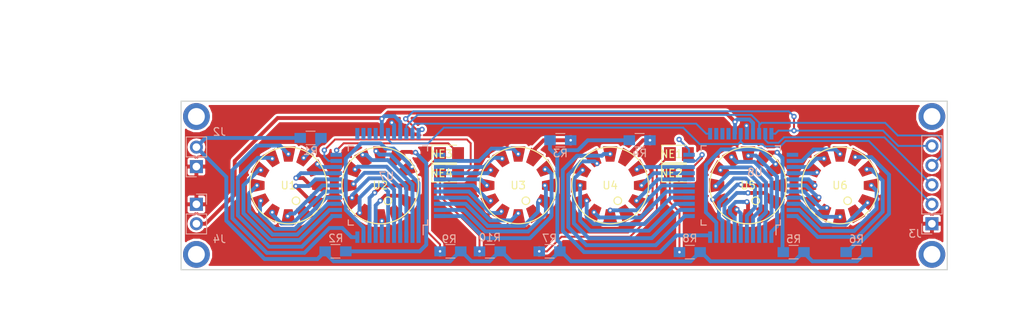
<source format=kicad_pcb>
(kicad_pcb (version 4) (host pcbnew 4.0.7)

  (general
    (links 100)
    (no_connects 0)
    (area 99.924999 68.924999 200.075001 91.075001)
    (thickness 1.6)
    (drawings 20)
    (tracks 618)
    (zones 0)
    (modules 29)
    (nets 98)
  )

  (page A4)
  (layers
    (0 F.Cu signal)
    (31 B.Cu signal)
    (36 B.SilkS user)
    (37 F.SilkS user)
    (38 B.Mask user)
    (39 F.Mask user)
    (41 Cmts.User user)
    (44 Edge.Cuts user)
  )

  (setup
    (last_trace_width 0.1524)
    (user_trace_width 0.1524)
    (user_trace_width 0.25)
    (user_trace_width 0.5)
    (user_trace_width 0.8)
    (trace_clearance 0.22)
    (zone_clearance 0.3048)
    (zone_45_only no)
    (trace_min 0.1524)
    (segment_width 0.2)
    (edge_width 0.15)
    (via_size 0.6858)
    (via_drill 0.3302)
    (via_min_size 0.6858)
    (via_min_drill 0.3302)
    (uvia_size 0.6858)
    (uvia_drill 0.3302)
    (uvias_allowed no)
    (uvia_min_size 0.6858)
    (uvia_min_drill 0.3302)
    (pcb_text_width 0.3)
    (pcb_text_size 1.5 1.5)
    (mod_edge_width 0.15)
    (mod_text_size 1 1)
    (mod_text_width 0.15)
    (pad_size 1.524 1.524)
    (pad_drill 0.762)
    (pad_to_mask_clearance 0.0254)
    (aux_axis_origin 0 0)
    (visible_elements 7FFFFFFF)
    (pcbplotparams
      (layerselection 0x010f0_80000001)
      (usegerberextensions false)
      (excludeedgelayer false)
      (linewidth 0.100000)
      (plotframeref false)
      (viasonmask true)
      (mode 1)
      (useauxorigin false)
      (hpglpennumber 1)
      (hpglpenspeed 20)
      (hpglpendiameter 15)
      (hpglpenoverlay 2)
      (psnegative false)
      (psa4output false)
      (plotreference true)
      (plotvalue true)
      (plotinvisibletext false)
      (padsonsilk true)
      (subtractmaskfromsilk false)
      (outputformat 4)
      (mirror false)
      (drillshape 0)
      (scaleselection 1)
      (outputdirectory PDF/))
  )

  (net 0 "")
  (net 1 GND)
  (net 2 HT)
  (net 3 CLK)
  (net 4 DATA)
  (net 5 ~LE)
  (net 6 ~BL)
  (net 7 +12V)
  (net 8 "Net-(NE1-Pad1)")
  (net 9 HRP)
  (net 10 "Net-(NE2-Pad1)")
  (net 11 LRP)
  (net 12 "Net-(NE3-Pad1)")
  (net 13 HLP)
  (net 14 "Net-(NE4-Pad1)")
  (net 15 LLP)
  (net 16 "Net-(R1-Pad2)")
  (net 17 "Net-(R2-Pad2)")
  (net 18 "Net-(R3-Pad2)")
  (net 19 "Net-(R4-Pad2)")
  (net 20 "Net-(R5-Pad2)")
  (net 21 "Net-(R6-Pad2)")
  (net 22 HH7)
  (net 23 HH6)
  (net 24 HH5)
  (net 25 HH4)
  (net 26 HH3)
  (net 27 HH2)
  (net 28 HH1)
  (net 29 HH0)
  (net 30 HH9)
  (net 31 HH8)
  (net 32 "Net-(U1-Pad12)")
  (net 33 LH7)
  (net 34 LH6)
  (net 35 LH5)
  (net 36 LH4)
  (net 37 LH3)
  (net 38 LH2)
  (net 39 LH1)
  (net 40 LH0)
  (net 41 LH9)
  (net 42 LH8)
  (net 43 "Net-(U2-Pad12)")
  (net 44 HM7)
  (net 45 HM6)
  (net 46 HM5)
  (net 47 HM4)
  (net 48 HM3)
  (net 49 HM2)
  (net 50 HM1)
  (net 51 HM0)
  (net 52 HM9)
  (net 53 HM8)
  (net 54 "Net-(U3-Pad12)")
  (net 55 LM7)
  (net 56 LM6)
  (net 57 LM5)
  (net 58 LM4)
  (net 59 LM3)
  (net 60 LM2)
  (net 61 LM1)
  (net 62 LM0)
  (net 63 LM9)
  (net 64 LM8)
  (net 65 "Net-(U4-Pad12)")
  (net 66 HS7)
  (net 67 HS6)
  (net 68 HS5)
  (net 69 HS4)
  (net 70 HS3)
  (net 71 HS2)
  (net 72 HS1)
  (net 73 HS0)
  (net 74 HS9)
  (net 75 HS8)
  (net 76 "Net-(U5-Pad12)")
  (net 77 LS7)
  (net 78 LS6)
  (net 79 LS5)
  (net 80 LS4)
  (net 81 LS3)
  (net 82 LS2)
  (net 83 LS1)
  (net 84 LS0)
  (net 85 LS9)
  (net 86 LS8)
  (net 87 "Net-(U6-Pad12)")
  (net 88 "Net-(U7-Pad23)")
  (net 89 "Net-(U7-Pad24)")
  (net 90 "Net-(U7-Pad25)")
  (net 91 "Net-(U7-Pad26)")
  (net 92 "Net-(U7-Pad32)")
  (net 93 "Net-(U7-Pad34)")
  (net 94 "Net-(U8-Pad24)")
  (net 95 "Net-(U8-Pad25)")
  (net 96 "Net-(U8-Pad26)")
  (net 97 "Net-(U8-Pad34)")

  (net_class Default "Ceci est la Netclass par défaut"
    (clearance 0.22)
    (trace_width 0.1524)
    (via_dia 0.6858)
    (via_drill 0.3302)
    (uvia_dia 0.6858)
    (uvia_drill 0.3302)
    (add_net +12V)
    (add_net CLK)
    (add_net DATA)
    (add_net GND)
    (add_net HH0)
    (add_net HH1)
    (add_net HH2)
    (add_net HH3)
    (add_net HH4)
    (add_net HH5)
    (add_net HH6)
    (add_net HH7)
    (add_net HH8)
    (add_net HH9)
    (add_net HLP)
    (add_net HM0)
    (add_net HM1)
    (add_net HM2)
    (add_net HM3)
    (add_net HM4)
    (add_net HM5)
    (add_net HM6)
    (add_net HM7)
    (add_net HM8)
    (add_net HM9)
    (add_net HRP)
    (add_net HS0)
    (add_net HS1)
    (add_net HS2)
    (add_net HS3)
    (add_net HS4)
    (add_net HS5)
    (add_net HS6)
    (add_net HS7)
    (add_net HS8)
    (add_net HS9)
    (add_net HT)
    (add_net LH0)
    (add_net LH1)
    (add_net LH2)
    (add_net LH3)
    (add_net LH4)
    (add_net LH5)
    (add_net LH6)
    (add_net LH7)
    (add_net LH8)
    (add_net LH9)
    (add_net LLP)
    (add_net LM0)
    (add_net LM1)
    (add_net LM2)
    (add_net LM3)
    (add_net LM4)
    (add_net LM5)
    (add_net LM6)
    (add_net LM7)
    (add_net LM8)
    (add_net LM9)
    (add_net LRP)
    (add_net LS0)
    (add_net LS1)
    (add_net LS2)
    (add_net LS3)
    (add_net LS4)
    (add_net LS5)
    (add_net LS6)
    (add_net LS7)
    (add_net LS8)
    (add_net LS9)
    (add_net "Net-(NE1-Pad1)")
    (add_net "Net-(NE2-Pad1)")
    (add_net "Net-(NE3-Pad1)")
    (add_net "Net-(NE4-Pad1)")
    (add_net "Net-(R1-Pad2)")
    (add_net "Net-(R2-Pad2)")
    (add_net "Net-(R3-Pad2)")
    (add_net "Net-(R4-Pad2)")
    (add_net "Net-(R5-Pad2)")
    (add_net "Net-(R6-Pad2)")
    (add_net "Net-(U1-Pad12)")
    (add_net "Net-(U2-Pad12)")
    (add_net "Net-(U3-Pad12)")
    (add_net "Net-(U4-Pad12)")
    (add_net "Net-(U5-Pad12)")
    (add_net "Net-(U6-Pad12)")
    (add_net "Net-(U7-Pad23)")
    (add_net "Net-(U7-Pad24)")
    (add_net "Net-(U7-Pad25)")
    (add_net "Net-(U7-Pad26)")
    (add_net "Net-(U7-Pad32)")
    (add_net "Net-(U7-Pad34)")
    (add_net "Net-(U8-Pad24)")
    (add_net "Net-(U8-Pad25)")
    (add_net "Net-(U8-Pad26)")
    (add_net "Net-(U8-Pad34)")
    (add_net ~BL)
    (add_net ~LE)
  )

  (module Housings_QFP:PQFP-44_10x10mm_Pitch0.8mm (layer B.Cu) (tedit 5B422098) (tstamp 5B420C82)
    (at 127 80 90)
    (descr "44-Lead Plastic Quad Flatpack - 10x10x2.5mm Body (http://www.onsemi.com/pub/Collateral/122BK.PDF)")
    (tags "PQFP 0.8")
    (path /5B38D23E)
    (attr smd)
    (fp_text reference U7 (at 1.2 -0.2 180) (layer B.SilkS)
      (effects (font (size 1 1) (thickness 0.15)) (justify mirror))
    )
    (fp_text value HV5522PG (at 0 -2.5 90) (layer B.Fab)
      (effects (font (size 1 1) (thickness 0.15)) (justify mirror))
    )
    (fp_text user %R (at 0 0 90) (layer B.Fab)
      (effects (font (size 1 1) (thickness 0.15)) (justify mirror))
    )
    (fp_line (start -4 5) (end 5 5) (layer B.Fab) (width 0.15))
    (fp_line (start 5 5) (end 5 -5) (layer B.Fab) (width 0.15))
    (fp_line (start 5 -5) (end -5 -5) (layer B.Fab) (width 0.15))
    (fp_line (start -5 -5) (end -5 4) (layer B.Fab) (width 0.15))
    (fp_line (start -5 4) (end -4 5) (layer B.Fab) (width 0.15))
    (fp_line (start -7.05 7.05) (end -7.05 -7.05) (layer B.CrtYd) (width 0.05))
    (fp_line (start 7.05 7.05) (end 7.05 -7.05) (layer B.CrtYd) (width 0.05))
    (fp_line (start -7.05 7.05) (end 7.05 7.05) (layer B.CrtYd) (width 0.05))
    (fp_line (start -7.05 -7.05) (end 7.05 -7.05) (layer B.CrtYd) (width 0.05))
    (fp_line (start -5.175 5.175) (end -5.175 4.6) (layer B.SilkS) (width 0.15))
    (fp_line (start 5.175 5.175) (end 5.175 4.5) (layer B.SilkS) (width 0.15))
    (fp_line (start 5.175 -5.175) (end 5.175 -4.5) (layer B.SilkS) (width 0.15))
    (fp_line (start -5.175 -5.175) (end -5.175 -4.5) (layer B.SilkS) (width 0.15))
    (fp_line (start -5.175 5.175) (end -4.5 5.175) (layer B.SilkS) (width 0.15))
    (fp_line (start -5.175 -5.175) (end -4.5 -5.175) (layer B.SilkS) (width 0.15))
    (fp_line (start 5.175 -5.175) (end 4.5 -5.175) (layer B.SilkS) (width 0.15))
    (fp_line (start 5.175 5.175) (end 4.5 5.175) (layer B.SilkS) (width 0.15))
    (fp_line (start -5.175 4.6) (end -6.45 4.6) (layer B.SilkS) (width 0.15))
    (pad 1 smd rect (at -6.75 4 90) (size 1.5 0.52) (layers B.Cu B.Mask)
      (net 39 LH1))
    (pad 2 smd rect (at -6.75 3.2 90) (size 1.5 0.52) (layers B.Cu B.Mask)
      (net 38 LH2))
    (pad 3 smd rect (at -6.75 2.4 90) (size 1.5 0.52) (layers B.Cu B.Mask)
      (net 37 LH3))
    (pad 4 smd rect (at -6.75 1.6 90) (size 1.5 0.52) (layers B.Cu B.Mask)
      (net 36 LH4))
    (pad 5 smd rect (at -6.75 0.8 90) (size 1.5 0.52) (layers B.Cu B.Mask)
      (net 35 LH5))
    (pad 6 smd rect (at -6.75 0 90) (size 1.5 0.52) (layers B.Cu B.Mask)
      (net 34 LH6))
    (pad 7 smd rect (at -6.75 -0.8 90) (size 1.5 0.52) (layers B.Cu B.Mask)
      (net 33 LH7))
    (pad 8 smd rect (at -6.75 -1.6 90) (size 1.5 0.52) (layers B.Cu B.Mask)
      (net 42 LH8))
    (pad 9 smd rect (at -6.75 -2.4 90) (size 1.5 0.52) (layers B.Cu B.Mask)
      (net 41 LH9))
    (pad 10 smd rect (at -6.75 -3.2 90) (size 1.5 0.52) (layers B.Cu B.Mask)
      (net 40 LH0))
    (pad 11 smd rect (at -6.75 -4 90) (size 1.5 0.52) (layers B.Cu B.Mask)
      (net 28 HH1))
    (pad 12 smd rect (at -4 -6.75 90) (size 0.52 1.5) (layers B.Cu B.Mask)
      (net 27 HH2))
    (pad 13 smd rect (at -3.2 -6.75 90) (size 0.52 1.5) (layers B.Cu B.Mask)
      (net 26 HH3))
    (pad 14 smd rect (at -2.4 -6.75 90) (size 0.52 1.5) (layers B.Cu B.Mask)
      (net 25 HH4))
    (pad 15 smd rect (at -1.6 -6.75 90) (size 0.52 1.5) (layers B.Cu B.Mask)
      (net 24 HH5))
    (pad 16 smd rect (at -0.8 -6.75 90) (size 0.52 1.5) (layers B.Cu B.Mask)
      (net 23 HH6))
    (pad 17 smd rect (at 0 -6.75 90) (size 0.52 1.5) (layers B.Cu B.Mask)
      (net 22 HH7))
    (pad 18 smd rect (at 0.8 -6.75 90) (size 0.52 1.5) (layers B.Cu B.Mask)
      (net 31 HH8))
    (pad 19 smd rect (at 1.6 -6.75 90) (size 0.52 1.5) (layers B.Cu B.Mask)
      (net 30 HH9))
    (pad 20 smd rect (at 2.4 -6.75 90) (size 0.52 1.5) (layers B.Cu B.Mask)
      (net 29 HH0))
    (pad 21 smd rect (at 3.2 -6.75 90) (size 0.52 1.5) (layers B.Cu B.Mask)
      (net 15 LLP))
    (pad 22 smd rect (at 4 -6.75 90) (size 0.52 1.5) (layers B.Cu B.Mask)
      (net 13 HLP))
    (pad 23 smd rect (at 6.75 -4 90) (size 1.5 0.52) (layers B.Cu B.Mask)
      (net 88 "Net-(U7-Pad23)"))
    (pad 24 smd rect (at 6.75 -3.2 90) (size 1.5 0.52) (layers B.Cu B.Mask)
      (net 89 "Net-(U7-Pad24)"))
    (pad 25 smd rect (at 6.75 -2.4 90) (size 1.5 0.52) (layers B.Cu B.Mask)
      (net 90 "Net-(U7-Pad25)"))
    (pad 26 smd rect (at 6.75 -1.6 90) (size 1.5 0.52) (layers B.Cu B.Mask)
      (net 91 "Net-(U7-Pad26)"))
    (pad 27 smd rect (at 6.75 -0.8 90) (size 1.5 0.52) (layers B.Cu B.Mask)
      (net 7 +12V))
    (pad 28 smd rect (at 6.75 0 90) (size 1.5 0.52) (layers B.Cu B.Mask)
      (net 3 CLK))
    (pad 29 smd rect (at 6.75 0.8 90) (size 1.5 0.52) (layers B.Cu B.Mask)
      (net 1 GND))
    (pad 30 smd rect (at 6.75 1.6 90) (size 1.5 0.52) (layers B.Cu B.Mask)
      (net 7 +12V))
    (pad 31 smd rect (at 6.75 2.4 90) (size 1.5 0.52) (layers B.Cu B.Mask)
      (net 5 ~LE))
    (pad 32 smd rect (at 6.75 3.2 90) (size 1.5 0.52) (layers B.Cu B.Mask)
      (net 92 "Net-(U7-Pad32)"))
    (pad 33 smd rect (at 6.75 4 90) (size 1.5 0.52) (layers B.Cu B.Mask)
      (net 6 ~BL))
    (pad 34 smd rect (at 4 6.75 90) (size 0.52 1.5) (layers B.Cu B.Mask)
      (net 93 "Net-(U7-Pad34)"))
    (pad 35 smd rect (at 3.2 6.75 90) (size 0.52 1.5) (layers B.Cu B.Mask)
      (net 50 HM1))
    (pad 36 smd rect (at 2.4 6.75 90) (size 0.52 1.5) (layers B.Cu B.Mask)
      (net 49 HM2))
    (pad 37 smd rect (at 1.6 6.75 90) (size 0.52 1.5) (layers B.Cu B.Mask)
      (net 48 HM3))
    (pad 38 smd rect (at 0.8 6.75 90) (size 0.52 1.5) (layers B.Cu B.Mask)
      (net 47 HM4))
    (pad 39 smd rect (at 0 6.75 90) (size 0.52 1.5) (layers B.Cu B.Mask)
      (net 46 HM5))
    (pad 40 smd rect (at -0.8 6.75 90) (size 0.52 1.5) (layers B.Cu B.Mask)
      (net 45 HM6))
    (pad 41 smd rect (at -1.6 6.75 90) (size 0.52 1.5) (layers B.Cu B.Mask)
      (net 44 HM7))
    (pad 42 smd rect (at -2.4 6.75 90) (size 0.52 1.5) (layers B.Cu B.Mask)
      (net 53 HM8))
    (pad 43 smd rect (at -3.2 6.75 90) (size 0.52 1.5) (layers B.Cu B.Mask)
      (net 52 HM9))
    (pad 44 smd rect (at -4 6.75 90) (size 0.52 1.5) (layers B.Cu B.Mask)
      (net 51 HM0))
    (model ${KISYS3DMOD}/Housings_QFP.3dshapes/PQFP-44_10x10mm_Pitch0.8mm.wrl
      (at (xyz 0 0 0))
      (scale (xyz 1 1 1))
      (rotate (xyz 0 0 0))
    )
  )

  (module Housings_QFP:PQFP-44_10x10mm_Pitch0.8mm (layer B.Cu) (tedit 59A9B33B) (tstamp 5B420CB2)
    (at 173.05 80 90)
    (descr "44-Lead Plastic Quad Flatpack - 10x10x2.5mm Body (http://www.onsemi.com/pub/Collateral/122BK.PDF)")
    (tags "PQFP 0.8")
    (path /5B38D261)
    (attr smd)
    (fp_text reference U8 (at 1.7 1.85 180) (layer B.SilkS)
      (effects (font (size 1 1) (thickness 0.15)) (justify mirror))
    )
    (fp_text value HV5522PG (at 0 -4.1 90) (layer B.Fab)
      (effects (font (size 1 1) (thickness 0.15)) (justify mirror))
    )
    (fp_text user %R (at 0 0 90) (layer B.Fab)
      (effects (font (size 1 1) (thickness 0.15)) (justify mirror))
    )
    (fp_line (start -4 5) (end 5 5) (layer B.Fab) (width 0.15))
    (fp_line (start 5 5) (end 5 -5) (layer B.Fab) (width 0.15))
    (fp_line (start 5 -5) (end -5 -5) (layer B.Fab) (width 0.15))
    (fp_line (start -5 -5) (end -5 4) (layer B.Fab) (width 0.15))
    (fp_line (start -5 4) (end -4 5) (layer B.Fab) (width 0.15))
    (fp_line (start -7.05 7.05) (end -7.05 -7.05) (layer B.CrtYd) (width 0.05))
    (fp_line (start 7.05 7.05) (end 7.05 -7.05) (layer B.CrtYd) (width 0.05))
    (fp_line (start -7.05 7.05) (end 7.05 7.05) (layer B.CrtYd) (width 0.05))
    (fp_line (start -7.05 -7.05) (end 7.05 -7.05) (layer B.CrtYd) (width 0.05))
    (fp_line (start -5.175 5.175) (end -5.175 4.6) (layer B.SilkS) (width 0.15))
    (fp_line (start 5.175 5.175) (end 5.175 4.5) (layer B.SilkS) (width 0.15))
    (fp_line (start 5.175 -5.175) (end 5.175 -4.5) (layer B.SilkS) (width 0.15))
    (fp_line (start -5.175 -5.175) (end -5.175 -4.5) (layer B.SilkS) (width 0.15))
    (fp_line (start -5.175 5.175) (end -4.5 5.175) (layer B.SilkS) (width 0.15))
    (fp_line (start -5.175 -5.175) (end -4.5 -5.175) (layer B.SilkS) (width 0.15))
    (fp_line (start 5.175 -5.175) (end 4.5 -5.175) (layer B.SilkS) (width 0.15))
    (fp_line (start 5.175 5.175) (end 4.5 5.175) (layer B.SilkS) (width 0.15))
    (fp_line (start -5.175 4.6) (end -6.45 4.6) (layer B.SilkS) (width 0.15))
    (pad 1 smd rect (at -6.75 4 90) (size 1.5 0.52) (layers B.Cu B.Mask)
      (net 72 HS1))
    (pad 2 smd rect (at -6.75 3.2 90) (size 1.5 0.52) (layers B.Cu B.Mask)
      (net 71 HS2))
    (pad 3 smd rect (at -6.75 2.4 90) (size 1.5 0.52) (layers B.Cu B.Mask)
      (net 70 HS3))
    (pad 4 smd rect (at -6.75 1.6 90) (size 1.5 0.52) (layers B.Cu B.Mask)
      (net 69 HS4))
    (pad 5 smd rect (at -6.75 0.8 90) (size 1.5 0.52) (layers B.Cu B.Mask)
      (net 68 HS5))
    (pad 6 smd rect (at -6.75 0 90) (size 1.5 0.52) (layers B.Cu B.Mask)
      (net 67 HS6))
    (pad 7 smd rect (at -6.75 -0.8 90) (size 1.5 0.52) (layers B.Cu B.Mask)
      (net 66 HS7))
    (pad 8 smd rect (at -6.75 -1.6 90) (size 1.5 0.52) (layers B.Cu B.Mask)
      (net 75 HS8))
    (pad 9 smd rect (at -6.75 -2.4 90) (size 1.5 0.52) (layers B.Cu B.Mask)
      (net 74 HS9))
    (pad 10 smd rect (at -6.75 -3.2 90) (size 1.5 0.52) (layers B.Cu B.Mask)
      (net 73 HS0))
    (pad 11 smd rect (at -6.75 -4 90) (size 1.5 0.52) (layers B.Cu B.Mask)
      (net 61 LM1))
    (pad 12 smd rect (at -4 -6.75 90) (size 0.52 1.5) (layers B.Cu B.Mask)
      (net 60 LM2))
    (pad 13 smd rect (at -3.2 -6.75 90) (size 0.52 1.5) (layers B.Cu B.Mask)
      (net 59 LM3))
    (pad 14 smd rect (at -2.4 -6.75 90) (size 0.52 1.5) (layers B.Cu B.Mask)
      (net 58 LM4))
    (pad 15 smd rect (at -1.6 -6.75 90) (size 0.52 1.5) (layers B.Cu B.Mask)
      (net 57 LM5))
    (pad 16 smd rect (at -0.8 -6.75 90) (size 0.52 1.5) (layers B.Cu B.Mask)
      (net 56 LM6))
    (pad 17 smd rect (at 0 -6.75 90) (size 0.52 1.5) (layers B.Cu B.Mask)
      (net 55 LM7))
    (pad 18 smd rect (at 0.8 -6.75 90) (size 0.52 1.5) (layers B.Cu B.Mask)
      (net 64 LM8))
    (pad 19 smd rect (at 1.6 -6.75 90) (size 0.52 1.5) (layers B.Cu B.Mask)
      (net 63 LM9))
    (pad 20 smd rect (at 2.4 -6.75 90) (size 0.52 1.5) (layers B.Cu B.Mask)
      (net 62 LM0))
    (pad 21 smd rect (at 3.2 -6.75 90) (size 0.52 1.5) (layers B.Cu B.Mask)
      (net 11 LRP))
    (pad 22 smd rect (at 4 -6.75 90) (size 0.52 1.5) (layers B.Cu B.Mask)
      (net 9 HRP))
    (pad 23 smd rect (at 6.75 -4 90) (size 1.5 0.52) (layers B.Cu B.Mask)
      (net 92 "Net-(U7-Pad32)"))
    (pad 24 smd rect (at 6.75 -3.2 90) (size 1.5 0.52) (layers B.Cu B.Mask)
      (net 94 "Net-(U8-Pad24)"))
    (pad 25 smd rect (at 6.75 -2.4 90) (size 1.5 0.52) (layers B.Cu B.Mask)
      (net 95 "Net-(U8-Pad25)"))
    (pad 26 smd rect (at 6.75 -1.6 90) (size 1.5 0.52) (layers B.Cu B.Mask)
      (net 96 "Net-(U8-Pad26)"))
    (pad 27 smd rect (at 6.75 -0.8 90) (size 1.5 0.52) (layers B.Cu B.Mask)
      (net 7 +12V))
    (pad 28 smd rect (at 6.75 0 90) (size 1.5 0.52) (layers B.Cu B.Mask)
      (net 3 CLK))
    (pad 29 smd rect (at 6.75 0.8 90) (size 1.5 0.52) (layers B.Cu B.Mask)
      (net 1 GND))
    (pad 30 smd rect (at 6.75 1.6 90) (size 1.5 0.52) (layers B.Cu B.Mask)
      (net 7 +12V))
    (pad 31 smd rect (at 6.75 2.4 90) (size 1.5 0.52) (layers B.Cu B.Mask)
      (net 5 ~LE))
    (pad 32 smd rect (at 6.75 3.2 90) (size 1.5 0.52) (layers B.Cu B.Mask)
      (net 4 DATA))
    (pad 33 smd rect (at 6.75 4 90) (size 1.5 0.52) (layers B.Cu B.Mask)
      (net 6 ~BL))
    (pad 34 smd rect (at 4 6.75 90) (size 0.52 1.5) (layers B.Cu B.Mask)
      (net 97 "Net-(U8-Pad34)"))
    (pad 35 smd rect (at 3.2 6.75 90) (size 0.52 1.5) (layers B.Cu B.Mask)
      (net 83 LS1))
    (pad 36 smd rect (at 2.4 6.75 90) (size 0.52 1.5) (layers B.Cu B.Mask)
      (net 82 LS2))
    (pad 37 smd rect (at 1.6 6.75 90) (size 0.52 1.5) (layers B.Cu B.Mask)
      (net 81 LS3))
    (pad 38 smd rect (at 0.8 6.75 90) (size 0.52 1.5) (layers B.Cu B.Mask)
      (net 80 LS4))
    (pad 39 smd rect (at 0 6.75 90) (size 0.52 1.5) (layers B.Cu B.Mask)
      (net 79 LS5))
    (pad 40 smd rect (at -0.8 6.75 90) (size 0.52 1.5) (layers B.Cu B.Mask)
      (net 78 LS6))
    (pad 41 smd rect (at -1.6 6.75 90) (size 0.52 1.5) (layers B.Cu B.Mask)
      (net 77 LS7))
    (pad 42 smd rect (at -2.4 6.75 90) (size 0.52 1.5) (layers B.Cu B.Mask)
      (net 86 LS8))
    (pad 43 smd rect (at -3.2 6.75 90) (size 0.52 1.5) (layers B.Cu B.Mask)
      (net 85 LS9))
    (pad 44 smd rect (at -4 6.75 90) (size 0.52 1.5) (layers B.Cu B.Mask)
      (net 84 LS0))
    (model ${KISYS3DMOD}/Housings_QFP.3dshapes/PQFP-44_10x10mm_Pitch0.8mm.wrl
      (at (xyz 0 0 0))
      (scale (xyz 1 1 1))
      (rotate (xyz 0 0 0))
    )
  )

  (module Pin_Headers:Pin_Header_Straight_1x02_Pitch2.54mm (layer B.Cu) (tedit 59650532) (tstamp 5B420B63)
    (at 102 77.54)
    (descr "Through hole straight pin header, 1x02, 2.54mm pitch, single row")
    (tags "Through hole pin header THT 1x02 2.54mm single row")
    (path /5B3F5AD4)
    (fp_text reference J2 (at 3 -4.54) (layer B.SilkS)
      (effects (font (size 1 1) (thickness 0.15)) (justify mirror))
    )
    (fp_text value Conn_01x02_Male (at 0 -4.87) (layer B.Fab)
      (effects (font (size 1 1) (thickness 0.15)) (justify mirror))
    )
    (fp_line (start -0.635 1.27) (end 1.27 1.27) (layer B.Fab) (width 0.1))
    (fp_line (start 1.27 1.27) (end 1.27 -3.81) (layer B.Fab) (width 0.1))
    (fp_line (start 1.27 -3.81) (end -1.27 -3.81) (layer B.Fab) (width 0.1))
    (fp_line (start -1.27 -3.81) (end -1.27 0.635) (layer B.Fab) (width 0.1))
    (fp_line (start -1.27 0.635) (end -0.635 1.27) (layer B.Fab) (width 0.1))
    (fp_line (start -1.33 -3.87) (end 1.33 -3.87) (layer B.SilkS) (width 0.12))
    (fp_line (start -1.33 -1.27) (end -1.33 -3.87) (layer B.SilkS) (width 0.12))
    (fp_line (start 1.33 -1.27) (end 1.33 -3.87) (layer B.SilkS) (width 0.12))
    (fp_line (start -1.33 -1.27) (end 1.33 -1.27) (layer B.SilkS) (width 0.12))
    (fp_line (start -1.33 0) (end -1.33 1.33) (layer B.SilkS) (width 0.12))
    (fp_line (start -1.33 1.33) (end 0 1.33) (layer B.SilkS) (width 0.12))
    (fp_line (start -1.8 1.8) (end -1.8 -4.35) (layer B.CrtYd) (width 0.05))
    (fp_line (start -1.8 -4.35) (end 1.8 -4.35) (layer B.CrtYd) (width 0.05))
    (fp_line (start 1.8 -4.35) (end 1.8 1.8) (layer B.CrtYd) (width 0.05))
    (fp_line (start 1.8 1.8) (end -1.8 1.8) (layer B.CrtYd) (width 0.05))
    (fp_text user %R (at 0 -1.27 270) (layer B.Fab)
      (effects (font (size 1 1) (thickness 0.15)) (justify mirror))
    )
    (pad 1 thru_hole rect (at 0 0) (size 1.7 1.7) (drill 1) (layers *.Cu *.Mask)
      (net 1 GND))
    (pad 2 thru_hole oval (at 0 -2.54) (size 1.7 1.7) (drill 1) (layers *.Cu *.Mask)
      (net 2 HT))
    (model ${KISYS3DMOD}/Pin_Headers.3dshapes/Pin_Header_Straight_1x02_Pitch2.54mm.wrl
      (at (xyz 0 0 0))
      (scale (xyz 1 1 1))
      (rotate (xyz 0 0 0))
    )
  )

  (module Pin_Headers:Pin_Header_Straight_1x05_Pitch2.54mm (layer B.Cu) (tedit 59650532) (tstamp 5B420B7C)
    (at 198 85)
    (descr "Through hole straight pin header, 1x05, 2.54mm pitch, single row")
    (tags "Through hole pin header THT 1x05 2.54mm single row")
    (path /5B3F5B5A)
    (fp_text reference J3 (at -2.2 1.3) (layer B.SilkS)
      (effects (font (size 1 1) (thickness 0.15)) (justify mirror))
    )
    (fp_text value Conn_01x05_Male (at 0 -12.49) (layer B.Fab)
      (effects (font (size 1 1) (thickness 0.15)) (justify mirror))
    )
    (fp_line (start -0.635 1.27) (end 1.27 1.27) (layer B.Fab) (width 0.1))
    (fp_line (start 1.27 1.27) (end 1.27 -11.43) (layer B.Fab) (width 0.1))
    (fp_line (start 1.27 -11.43) (end -1.27 -11.43) (layer B.Fab) (width 0.1))
    (fp_line (start -1.27 -11.43) (end -1.27 0.635) (layer B.Fab) (width 0.1))
    (fp_line (start -1.27 0.635) (end -0.635 1.27) (layer B.Fab) (width 0.1))
    (fp_line (start -1.33 -11.49) (end 1.33 -11.49) (layer B.SilkS) (width 0.12))
    (fp_line (start -1.33 -1.27) (end -1.33 -11.49) (layer B.SilkS) (width 0.12))
    (fp_line (start 1.33 -1.27) (end 1.33 -11.49) (layer B.SilkS) (width 0.12))
    (fp_line (start -1.33 -1.27) (end 1.33 -1.27) (layer B.SilkS) (width 0.12))
    (fp_line (start -1.33 0) (end -1.33 1.33) (layer B.SilkS) (width 0.12))
    (fp_line (start -1.33 1.33) (end 0 1.33) (layer B.SilkS) (width 0.12))
    (fp_line (start -1.8 1.8) (end -1.8 -11.95) (layer B.CrtYd) (width 0.05))
    (fp_line (start -1.8 -11.95) (end 1.8 -11.95) (layer B.CrtYd) (width 0.05))
    (fp_line (start 1.8 -11.95) (end 1.8 1.8) (layer B.CrtYd) (width 0.05))
    (fp_line (start 1.8 1.8) (end -1.8 1.8) (layer B.CrtYd) (width 0.05))
    (fp_text user %R (at 0 -5.08 270) (layer B.Fab)
      (effects (font (size 1 1) (thickness 0.15)) (justify mirror))
    )
    (pad 1 thru_hole rect (at 0 0) (size 1.7 1.7) (drill 1) (layers *.Cu *.Mask)
      (net 1 GND))
    (pad 2 thru_hole oval (at 0 -2.54) (size 1.7 1.7) (drill 1) (layers *.Cu *.Mask)
      (net 3 CLK))
    (pad 3 thru_hole oval (at 0 -5.08) (size 1.7 1.7) (drill 1) (layers *.Cu *.Mask)
      (net 4 DATA))
    (pad 4 thru_hole oval (at 0 -7.62) (size 1.7 1.7) (drill 1) (layers *.Cu *.Mask)
      (net 5 ~LE))
    (pad 5 thru_hole oval (at 0 -10.16) (size 1.7 1.7) (drill 1) (layers *.Cu *.Mask)
      (net 6 ~BL))
    (model ${KISYS3DMOD}/Pin_Headers.3dshapes/Pin_Header_Straight_1x05_Pitch2.54mm.wrl
      (at (xyz 0 0 0))
      (scale (xyz 1 1 1))
      (rotate (xyz 0 0 0))
    )
  )

  (module Pin_Headers:Pin_Header_Straight_1x02_Pitch2.54mm (layer B.Cu) (tedit 59650532) (tstamp 5B420B92)
    (at 102 82.46 180)
    (descr "Through hole straight pin header, 1x02, 2.54mm pitch, single row")
    (tags "Through hole pin header THT 1x02 2.54mm single row")
    (path /5B3F5B24)
    (fp_text reference J4 (at -3 -4.54 180) (layer B.SilkS)
      (effects (font (size 1 1) (thickness 0.15)) (justify mirror))
    )
    (fp_text value Conn_01x02_Male (at 0 -4.87 180) (layer B.Fab)
      (effects (font (size 1 1) (thickness 0.15)) (justify mirror))
    )
    (fp_line (start -0.635 1.27) (end 1.27 1.27) (layer B.Fab) (width 0.1))
    (fp_line (start 1.27 1.27) (end 1.27 -3.81) (layer B.Fab) (width 0.1))
    (fp_line (start 1.27 -3.81) (end -1.27 -3.81) (layer B.Fab) (width 0.1))
    (fp_line (start -1.27 -3.81) (end -1.27 0.635) (layer B.Fab) (width 0.1))
    (fp_line (start -1.27 0.635) (end -0.635 1.27) (layer B.Fab) (width 0.1))
    (fp_line (start -1.33 -3.87) (end 1.33 -3.87) (layer B.SilkS) (width 0.12))
    (fp_line (start -1.33 -1.27) (end -1.33 -3.87) (layer B.SilkS) (width 0.12))
    (fp_line (start 1.33 -1.27) (end 1.33 -3.87) (layer B.SilkS) (width 0.12))
    (fp_line (start -1.33 -1.27) (end 1.33 -1.27) (layer B.SilkS) (width 0.12))
    (fp_line (start -1.33 0) (end -1.33 1.33) (layer B.SilkS) (width 0.12))
    (fp_line (start -1.33 1.33) (end 0 1.33) (layer B.SilkS) (width 0.12))
    (fp_line (start -1.8 1.8) (end -1.8 -4.35) (layer B.CrtYd) (width 0.05))
    (fp_line (start -1.8 -4.35) (end 1.8 -4.35) (layer B.CrtYd) (width 0.05))
    (fp_line (start 1.8 -4.35) (end 1.8 1.8) (layer B.CrtYd) (width 0.05))
    (fp_line (start 1.8 1.8) (end -1.8 1.8) (layer B.CrtYd) (width 0.05))
    (fp_text user %R (at 0 -1.27 450) (layer B.Fab)
      (effects (font (size 1 1) (thickness 0.15)) (justify mirror))
    )
    (pad 1 thru_hole rect (at 0 0 180) (size 1.7 1.7) (drill 1) (layers *.Cu *.Mask)
      (net 1 GND))
    (pad 2 thru_hole oval (at 0 -2.54 180) (size 1.7 1.7) (drill 1) (layers *.Cu *.Mask)
      (net 7 +12V))
    (model ${KISYS3DMOD}/Pin_Headers.3dshapes/Pin_Header_Straight_1x02_Pitch2.54mm.wrl
      (at (xyz 0 0 0))
      (scale (xyz 1 1 1))
      (rotate (xyz 0 0 0))
    )
  )

  (module Resistors_SMD:R_0805_HandSoldering (layer B.Cu) (tedit 58E0A804) (tstamp 5B420BB0)
    (at 116.9 73.8)
    (descr "Resistor SMD 0805, hand soldering")
    (tags "resistor 0805")
    (path /5B42391A)
    (attr smd)
    (fp_text reference R1 (at 0 1.7) (layer B.SilkS)
      (effects (font (size 1 1) (thickness 0.15)) (justify mirror))
    )
    (fp_text value 27K (at 0 -1.75) (layer B.Fab)
      (effects (font (size 1 1) (thickness 0.15)) (justify mirror))
    )
    (fp_text user %R (at 0 0) (layer B.Fab)
      (effects (font (size 0.5 0.5) (thickness 0.075)) (justify mirror))
    )
    (fp_line (start -1 -0.62) (end -1 0.62) (layer B.Fab) (width 0.1))
    (fp_line (start 1 -0.62) (end -1 -0.62) (layer B.Fab) (width 0.1))
    (fp_line (start 1 0.62) (end 1 -0.62) (layer B.Fab) (width 0.1))
    (fp_line (start -1 0.62) (end 1 0.62) (layer B.Fab) (width 0.1))
    (fp_line (start 0.6 -0.88) (end -0.6 -0.88) (layer B.SilkS) (width 0.12))
    (fp_line (start -0.6 0.88) (end 0.6 0.88) (layer B.SilkS) (width 0.12))
    (fp_line (start -2.35 0.9) (end 2.35 0.9) (layer B.CrtYd) (width 0.05))
    (fp_line (start -2.35 0.9) (end -2.35 -0.9) (layer B.CrtYd) (width 0.05))
    (fp_line (start 2.35 -0.9) (end 2.35 0.9) (layer B.CrtYd) (width 0.05))
    (fp_line (start 2.35 -0.9) (end -2.35 -0.9) (layer B.CrtYd) (width 0.05))
    (pad 1 smd rect (at -1.35 0) (size 1.5 1.3) (layers B.Cu B.Mask)
      (net 2 HT))
    (pad 2 smd rect (at 1.35 0) (size 1.5 1.3) (layers B.Cu B.Mask)
      (net 16 "Net-(R1-Pad2)"))
    (model ${KISYS3DMOD}/Resistors_SMD.3dshapes/R_0805.wrl
      (at (xyz 0 0 0))
      (scale (xyz 1 1 1))
      (rotate (xyz 0 0 0))
    )
  )

  (module Resistors_SMD:R_0805_HandSoldering (layer B.Cu) (tedit 58E0A804) (tstamp 5B420BB6)
    (at 120.15 88.6)
    (descr "Resistor SMD 0805, hand soldering")
    (tags "resistor 0805")
    (path /5B4238E3)
    (attr smd)
    (fp_text reference R2 (at 0.05 -1.7) (layer B.SilkS)
      (effects (font (size 1 1) (thickness 0.15)) (justify mirror))
    )
    (fp_text value 27K (at 0 -1.75) (layer B.Fab)
      (effects (font (size 1 1) (thickness 0.15)) (justify mirror))
    )
    (fp_text user %R (at 0 0) (layer B.Fab)
      (effects (font (size 0.5 0.5) (thickness 0.075)) (justify mirror))
    )
    (fp_line (start -1 -0.62) (end -1 0.62) (layer B.Fab) (width 0.1))
    (fp_line (start 1 -0.62) (end -1 -0.62) (layer B.Fab) (width 0.1))
    (fp_line (start 1 0.62) (end 1 -0.62) (layer B.Fab) (width 0.1))
    (fp_line (start -1 0.62) (end 1 0.62) (layer B.Fab) (width 0.1))
    (fp_line (start 0.6 -0.88) (end -0.6 -0.88) (layer B.SilkS) (width 0.12))
    (fp_line (start -0.6 0.88) (end 0.6 0.88) (layer B.SilkS) (width 0.12))
    (fp_line (start -2.35 0.9) (end 2.35 0.9) (layer B.CrtYd) (width 0.05))
    (fp_line (start -2.35 0.9) (end -2.35 -0.9) (layer B.CrtYd) (width 0.05))
    (fp_line (start 2.35 -0.9) (end 2.35 0.9) (layer B.CrtYd) (width 0.05))
    (fp_line (start 2.35 -0.9) (end -2.35 -0.9) (layer B.CrtYd) (width 0.05))
    (pad 1 smd rect (at -1.35 0) (size 1.5 1.3) (layers B.Cu B.Mask)
      (net 2 HT))
    (pad 2 smd rect (at 1.35 0) (size 1.5 1.3) (layers B.Cu B.Mask)
      (net 17 "Net-(R2-Pad2)"))
    (model ${KISYS3DMOD}/Resistors_SMD.3dshapes/R_0805.wrl
      (at (xyz 0 0 0))
      (scale (xyz 1 1 1))
      (rotate (xyz 0 0 0))
    )
  )

  (module Resistors_SMD:R_0805_HandSoldering (layer B.Cu) (tedit 58E0A804) (tstamp 5B420BBC)
    (at 149.5 74.1)
    (descr "Resistor SMD 0805, hand soldering")
    (tags "resistor 0805")
    (path /5B423AAD)
    (attr smd)
    (fp_text reference R3 (at 0 1.7) (layer B.SilkS)
      (effects (font (size 1 1) (thickness 0.15)) (justify mirror))
    )
    (fp_text value 27K (at 0 -1.75) (layer B.Fab)
      (effects (font (size 1 1) (thickness 0.15)) (justify mirror))
    )
    (fp_text user %R (at 0 0.0036) (layer B.Fab)
      (effects (font (size 0.5 0.5) (thickness 0.075)) (justify mirror))
    )
    (fp_line (start -1 -0.62) (end -1 0.62) (layer B.Fab) (width 0.1))
    (fp_line (start 1 -0.62) (end -1 -0.62) (layer B.Fab) (width 0.1))
    (fp_line (start 1 0.62) (end 1 -0.62) (layer B.Fab) (width 0.1))
    (fp_line (start -1 0.62) (end 1 0.62) (layer B.Fab) (width 0.1))
    (fp_line (start 0.6 -0.88) (end -0.6 -0.88) (layer B.SilkS) (width 0.12))
    (fp_line (start -0.6 0.88) (end 0.6 0.88) (layer B.SilkS) (width 0.12))
    (fp_line (start -2.35 0.9) (end 2.35 0.9) (layer B.CrtYd) (width 0.05))
    (fp_line (start -2.35 0.9) (end -2.35 -0.9) (layer B.CrtYd) (width 0.05))
    (fp_line (start 2.35 -0.9) (end 2.35 0.9) (layer B.CrtYd) (width 0.05))
    (fp_line (start 2.35 -0.9) (end -2.35 -0.9) (layer B.CrtYd) (width 0.05))
    (pad 1 smd rect (at -1.35 0) (size 1.5 1.3) (layers B.Cu B.Mask)
      (net 2 HT))
    (pad 2 smd rect (at 1.35 0) (size 1.5 1.3) (layers B.Cu B.Mask)
      (net 18 "Net-(R3-Pad2)"))
    (model ${KISYS3DMOD}/Resistors_SMD.3dshapes/R_0805.wrl
      (at (xyz 0 0 0))
      (scale (xyz 1 1 1))
      (rotate (xyz 0 0 0))
    )
  )

  (module Resistors_SMD:R_0805_HandSoldering (layer B.Cu) (tedit 58E0A804) (tstamp 5B420BC2)
    (at 159.85 74.1)
    (descr "Resistor SMD 0805, hand soldering")
    (tags "resistor 0805")
    (path /5B423A76)
    (attr smd)
    (fp_text reference R4 (at 0 1.7) (layer B.SilkS)
      (effects (font (size 1 1) (thickness 0.15)) (justify mirror))
    )
    (fp_text value 27K (at 0 -1.75) (layer B.Fab)
      (effects (font (size 1 1) (thickness 0.15)) (justify mirror))
    )
    (fp_text user %R (at 0 0) (layer B.Fab)
      (effects (font (size 0.5 0.5) (thickness 0.075)) (justify mirror))
    )
    (fp_line (start -1 -0.62) (end -1 0.62) (layer B.Fab) (width 0.1))
    (fp_line (start 1 -0.62) (end -1 -0.62) (layer B.Fab) (width 0.1))
    (fp_line (start 1 0.62) (end 1 -0.62) (layer B.Fab) (width 0.1))
    (fp_line (start -1 0.62) (end 1 0.62) (layer B.Fab) (width 0.1))
    (fp_line (start 0.6 -0.88) (end -0.6 -0.88) (layer B.SilkS) (width 0.12))
    (fp_line (start -0.6 0.88) (end 0.6 0.88) (layer B.SilkS) (width 0.12))
    (fp_line (start -2.35 0.9) (end 2.35 0.9) (layer B.CrtYd) (width 0.05))
    (fp_line (start -2.35 0.9) (end -2.35 -0.9) (layer B.CrtYd) (width 0.05))
    (fp_line (start 2.35 -0.9) (end 2.35 0.9) (layer B.CrtYd) (width 0.05))
    (fp_line (start 2.35 -0.9) (end -2.35 -0.9) (layer B.CrtYd) (width 0.05))
    (pad 1 smd rect (at -1.35 0) (size 1.5 1.3) (layers B.Cu B.Mask)
      (net 2 HT))
    (pad 2 smd rect (at 1.35 0) (size 1.5 1.3) (layers B.Cu B.Mask)
      (net 19 "Net-(R4-Pad2)"))
    (model ${KISYS3DMOD}/Resistors_SMD.3dshapes/R_0805.wrl
      (at (xyz 0 0 0))
      (scale (xyz 1 1 1))
      (rotate (xyz 0 0 0))
    )
  )

  (module Resistors_SMD:R_0805_HandSoldering (layer B.Cu) (tedit 58E0A804) (tstamp 5B420BC8)
    (at 179.95 88.7 180)
    (descr "Resistor SMD 0805, hand soldering")
    (tags "resistor 0805")
    (path /5B4235B2)
    (attr smd)
    (fp_text reference R5 (at 0 1.7 180) (layer B.SilkS)
      (effects (font (size 1 1) (thickness 0.15)) (justify mirror))
    )
    (fp_text value 27K (at 0 -1.75 180) (layer B.Fab)
      (effects (font (size 1 1) (thickness 0.15)) (justify mirror))
    )
    (fp_text user %R (at 0 0 180) (layer B.Fab)
      (effects (font (size 0.5 0.5) (thickness 0.075)) (justify mirror))
    )
    (fp_line (start -1 -0.62) (end -1 0.62) (layer B.Fab) (width 0.1))
    (fp_line (start 1 -0.62) (end -1 -0.62) (layer B.Fab) (width 0.1))
    (fp_line (start 1 0.62) (end 1 -0.62) (layer B.Fab) (width 0.1))
    (fp_line (start -1 0.62) (end 1 0.62) (layer B.Fab) (width 0.1))
    (fp_line (start 0.6 -0.88) (end -0.6 -0.88) (layer B.SilkS) (width 0.12))
    (fp_line (start -0.6 0.88) (end 0.6 0.88) (layer B.SilkS) (width 0.12))
    (fp_line (start -2.35 0.9) (end 2.35 0.9) (layer B.CrtYd) (width 0.05))
    (fp_line (start -2.35 0.9) (end -2.35 -0.9) (layer B.CrtYd) (width 0.05))
    (fp_line (start 2.35 -0.9) (end 2.35 0.9) (layer B.CrtYd) (width 0.05))
    (fp_line (start 2.35 -0.9) (end -2.35 -0.9) (layer B.CrtYd) (width 0.05))
    (pad 1 smd rect (at -1.35 0 180) (size 1.5 1.3) (layers B.Cu B.Mask)
      (net 2 HT))
    (pad 2 smd rect (at 1.35 0 180) (size 1.5 1.3) (layers B.Cu B.Mask)
      (net 20 "Net-(R5-Pad2)"))
    (model ${KISYS3DMOD}/Resistors_SMD.3dshapes/R_0805.wrl
      (at (xyz 0 0 0))
      (scale (xyz 1 1 1))
      (rotate (xyz 0 0 0))
    )
  )

  (module Resistors_SMD:R_0805_HandSoldering (layer B.Cu) (tedit 58E0A804) (tstamp 5B420BCE)
    (at 188.15 88.7 180)
    (descr "Resistor SMD 0805, hand soldering")
    (tags "resistor 0805")
    (path /5B3F5DE4)
    (attr smd)
    (fp_text reference R6 (at 0 1.7 180) (layer B.SilkS)
      (effects (font (size 1 1) (thickness 0.15)) (justify mirror))
    )
    (fp_text value 27K (at 0 -1.75 180) (layer B.Fab)
      (effects (font (size 1 1) (thickness 0.15)) (justify mirror))
    )
    (fp_text user %R (at 0 0 180) (layer B.Fab)
      (effects (font (size 0.5 0.5) (thickness 0.075)) (justify mirror))
    )
    (fp_line (start -1 -0.62) (end -1 0.62) (layer B.Fab) (width 0.1))
    (fp_line (start 1 -0.62) (end -1 -0.62) (layer B.Fab) (width 0.1))
    (fp_line (start 1 0.62) (end 1 -0.62) (layer B.Fab) (width 0.1))
    (fp_line (start -1 0.62) (end 1 0.62) (layer B.Fab) (width 0.1))
    (fp_line (start 0.6 -0.88) (end -0.6 -0.88) (layer B.SilkS) (width 0.12))
    (fp_line (start -0.6 0.88) (end 0.6 0.88) (layer B.SilkS) (width 0.12))
    (fp_line (start -2.35 0.9) (end 2.35 0.9) (layer B.CrtYd) (width 0.05))
    (fp_line (start -2.35 0.9) (end -2.35 -0.9) (layer B.CrtYd) (width 0.05))
    (fp_line (start 2.35 -0.9) (end 2.35 0.9) (layer B.CrtYd) (width 0.05))
    (fp_line (start 2.35 -0.9) (end -2.35 -0.9) (layer B.CrtYd) (width 0.05))
    (pad 1 smd rect (at -1.35 0 180) (size 1.5 1.3) (layers B.Cu B.Mask)
      (net 2 HT))
    (pad 2 smd rect (at 1.35 0 180) (size 1.5 1.3) (layers B.Cu B.Mask)
      (net 21 "Net-(R6-Pad2)"))
    (model ${KISYS3DMOD}/Resistors_SMD.3dshapes/R_0805.wrl
      (at (xyz 0 0 0))
      (scale (xyz 1 1 1))
      (rotate (xyz 0 0 0))
    )
  )

  (module Resistors_SMD:R_0805_HandSoldering (layer B.Cu) (tedit 58E0A804) (tstamp 5B420BD4)
    (at 148.1 88.6)
    (descr "Resistor SMD 0805, hand soldering")
    (tags "resistor 0805")
    (path /5B3F6C18)
    (attr smd)
    (fp_text reference R7 (at 0 -1.7) (layer B.SilkS)
      (effects (font (size 1 1) (thickness 0.15)) (justify mirror))
    )
    (fp_text value 220K (at 0 -1.75) (layer B.Fab)
      (effects (font (size 1 1) (thickness 0.15)) (justify mirror))
    )
    (fp_text user %R (at 0 0) (layer B.Fab)
      (effects (font (size 0.5 0.5) (thickness 0.075)) (justify mirror))
    )
    (fp_line (start -1 -0.62) (end -1 0.62) (layer B.Fab) (width 0.1))
    (fp_line (start 1 -0.62) (end -1 -0.62) (layer B.Fab) (width 0.1))
    (fp_line (start 1 0.62) (end 1 -0.62) (layer B.Fab) (width 0.1))
    (fp_line (start -1 0.62) (end 1 0.62) (layer B.Fab) (width 0.1))
    (fp_line (start 0.6 -0.88) (end -0.6 -0.88) (layer B.SilkS) (width 0.12))
    (fp_line (start -0.6 0.88) (end 0.6 0.88) (layer B.SilkS) (width 0.12))
    (fp_line (start -2.35 0.9) (end 2.35 0.9) (layer B.CrtYd) (width 0.05))
    (fp_line (start -2.35 0.9) (end -2.35 -0.9) (layer B.CrtYd) (width 0.05))
    (fp_line (start 2.35 -0.9) (end 2.35 0.9) (layer B.CrtYd) (width 0.05))
    (fp_line (start 2.35 -0.9) (end -2.35 -0.9) (layer B.CrtYd) (width 0.05))
    (pad 1 smd rect (at -1.35 0) (size 1.5 1.3) (layers B.Cu B.Mask)
      (net 8 "Net-(NE1-Pad1)"))
    (pad 2 smd rect (at 1.35 0) (size 1.5 1.3) (layers B.Cu B.Mask)
      (net 2 HT))
    (model ${KISYS3DMOD}/Resistors_SMD.3dshapes/R_0805.wrl
      (at (xyz 0 0 0))
      (scale (xyz 1 1 1))
      (rotate (xyz 0 0 0))
    )
  )

  (module Resistors_SMD:R_0805_HandSoldering (layer B.Cu) (tedit 58E0A804) (tstamp 5B420BDA)
    (at 166.4 88.7)
    (descr "Resistor SMD 0805, hand soldering")
    (tags "resistor 0805")
    (path /5B3F6BBE)
    (attr smd)
    (fp_text reference R8 (at 0 -1.8) (layer B.SilkS)
      (effects (font (size 1 1) (thickness 0.15)) (justify mirror))
    )
    (fp_text value 220K (at 0 -1.75) (layer B.Fab)
      (effects (font (size 1 1) (thickness 0.15)) (justify mirror))
    )
    (fp_text user %R (at 0 0) (layer B.Fab)
      (effects (font (size 0.5 0.5) (thickness 0.075)) (justify mirror))
    )
    (fp_line (start -1 -0.62) (end -1 0.62) (layer B.Fab) (width 0.1))
    (fp_line (start 1 -0.62) (end -1 -0.62) (layer B.Fab) (width 0.1))
    (fp_line (start 1 0.62) (end 1 -0.62) (layer B.Fab) (width 0.1))
    (fp_line (start -1 0.62) (end 1 0.62) (layer B.Fab) (width 0.1))
    (fp_line (start 0.6 -0.88) (end -0.6 -0.88) (layer B.SilkS) (width 0.12))
    (fp_line (start -0.6 0.88) (end 0.6 0.88) (layer B.SilkS) (width 0.12))
    (fp_line (start -2.35 0.9) (end 2.35 0.9) (layer B.CrtYd) (width 0.05))
    (fp_line (start -2.35 0.9) (end -2.35 -0.9) (layer B.CrtYd) (width 0.05))
    (fp_line (start 2.35 -0.9) (end 2.35 0.9) (layer B.CrtYd) (width 0.05))
    (fp_line (start 2.35 -0.9) (end -2.35 -0.9) (layer B.CrtYd) (width 0.05))
    (pad 1 smd rect (at -1.35 0) (size 1.5 1.3) (layers B.Cu B.Mask)
      (net 10 "Net-(NE2-Pad1)"))
    (pad 2 smd rect (at 1.35 0) (size 1.5 1.3) (layers B.Cu B.Mask)
      (net 2 HT))
    (model ${KISYS3DMOD}/Resistors_SMD.3dshapes/R_0805.wrl
      (at (xyz 0 0 0))
      (scale (xyz 1 1 1))
      (rotate (xyz 0 0 0))
    )
  )

  (module Resistors_SMD:R_0805_HandSoldering (layer B.Cu) (tedit 58E0A804) (tstamp 5B420BE0)
    (at 135.15 88.6)
    (descr "Resistor SMD 0805, hand soldering")
    (tags "resistor 0805")
    (path /5B3F6CE1)
    (attr smd)
    (fp_text reference R9 (at -0.15 -1.6) (layer B.SilkS)
      (effects (font (size 1 1) (thickness 0.15)) (justify mirror))
    )
    (fp_text value 220K (at 0 -1.75) (layer B.Fab)
      (effects (font (size 1 1) (thickness 0.15)) (justify mirror))
    )
    (fp_text user %R (at 0 0) (layer B.Fab)
      (effects (font (size 0.5 0.5) (thickness 0.075)) (justify mirror))
    )
    (fp_line (start -1 -0.62) (end -1 0.62) (layer B.Fab) (width 0.1))
    (fp_line (start 1 -0.62) (end -1 -0.62) (layer B.Fab) (width 0.1))
    (fp_line (start 1 0.62) (end 1 -0.62) (layer B.Fab) (width 0.1))
    (fp_line (start -1 0.62) (end 1 0.62) (layer B.Fab) (width 0.1))
    (fp_line (start 0.6 -0.88) (end -0.6 -0.88) (layer B.SilkS) (width 0.12))
    (fp_line (start -0.6 0.88) (end 0.6 0.88) (layer B.SilkS) (width 0.12))
    (fp_line (start -2.35 0.9) (end 2.35 0.9) (layer B.CrtYd) (width 0.05))
    (fp_line (start -2.35 0.9) (end -2.35 -0.9) (layer B.CrtYd) (width 0.05))
    (fp_line (start 2.35 -0.9) (end 2.35 0.9) (layer B.CrtYd) (width 0.05))
    (fp_line (start 2.35 -0.9) (end -2.35 -0.9) (layer B.CrtYd) (width 0.05))
    (pad 1 smd rect (at -1.35 0) (size 1.5 1.3) (layers B.Cu B.Mask)
      (net 12 "Net-(NE3-Pad1)"))
    (pad 2 smd rect (at 1.35 0) (size 1.5 1.3) (layers B.Cu B.Mask)
      (net 2 HT))
    (model ${KISYS3DMOD}/Resistors_SMD.3dshapes/R_0805.wrl
      (at (xyz 0 0 0))
      (scale (xyz 1 1 1))
      (rotate (xyz 0 0 0))
    )
  )

  (module Resistors_SMD:R_0805_HandSoldering (layer B.Cu) (tedit 58E0A804) (tstamp 5B420BE6)
    (at 140.3 88.6)
    (descr "Resistor SMD 0805, hand soldering")
    (tags "resistor 0805")
    (path /5B3F6C79)
    (attr smd)
    (fp_text reference R10 (at 0 -1.8) (layer B.SilkS)
      (effects (font (size 1 1) (thickness 0.15)) (justify mirror))
    )
    (fp_text value 220K (at 0 -1.75) (layer B.Fab)
      (effects (font (size 1 1) (thickness 0.15)) (justify mirror))
    )
    (fp_text user %R (at 0 0) (layer B.Fab)
      (effects (font (size 0.5 0.5) (thickness 0.075)) (justify mirror))
    )
    (fp_line (start -1 -0.62) (end -1 0.62) (layer B.Fab) (width 0.1))
    (fp_line (start 1 -0.62) (end -1 -0.62) (layer B.Fab) (width 0.1))
    (fp_line (start 1 0.62) (end 1 -0.62) (layer B.Fab) (width 0.1))
    (fp_line (start -1 0.62) (end 1 0.62) (layer B.Fab) (width 0.1))
    (fp_line (start 0.6 -0.88) (end -0.6 -0.88) (layer B.SilkS) (width 0.12))
    (fp_line (start -0.6 0.88) (end 0.6 0.88) (layer B.SilkS) (width 0.12))
    (fp_line (start -2.35 0.9) (end 2.35 0.9) (layer B.CrtYd) (width 0.05))
    (fp_line (start -2.35 0.9) (end -2.35 -0.9) (layer B.CrtYd) (width 0.05))
    (fp_line (start 2.35 -0.9) (end 2.35 0.9) (layer B.CrtYd) (width 0.05))
    (fp_line (start 2.35 -0.9) (end -2.35 -0.9) (layer B.CrtYd) (width 0.05))
    (pad 1 smd rect (at -1.35 0) (size 1.5 1.3) (layers B.Cu B.Mask)
      (net 14 "Net-(NE4-Pad1)"))
    (pad 2 smd rect (at 1.35 0) (size 1.5 1.3) (layers B.Cu B.Mask)
      (net 2 HT))
    (model ${KISYS3DMOD}/Resistors_SMD.3dshapes/R_0805.wrl
      (at (xyz 0 0 0))
      (scale (xyz 1 1 1))
      (rotate (xyz 0 0 0))
    )
  )

  (module topfootprints:LD8007 (layer F.Cu) (tedit 5B420050) (tstamp 5B420BF8)
    (at 114 80)
    (path /5B423920)
    (fp_text reference U1 (at 0 0) (layer F.SilkS)
      (effects (font (size 1 1) (thickness 0.15)))
    )
    (fp_text value LD8007 (at 0 -6.6) (layer F.Fab) hide
      (effects (font (size 1 1) (thickness 0.15)))
    )
    (fp_circle (center 1 2) (end 1.3 2.4) (layer F.SilkS) (width 0.15))
    (fp_circle (center 0 0) (end 0 -5) (layer F.SilkS) (width 0.15))
    (pad 1 smd trapezoid (at 0 4.1) (size 1.5 2) (rect_delta 0 0.4 ) (layers F.Cu F.Mask)
      (net 22 HH7))
    (pad 2 smd trapezoid (at -2.1 3.5 330) (size 1.5 2) (rect_delta 0 0.4 ) (layers F.Cu F.Mask)
      (net 23 HH6))
    (pad 3 smd trapezoid (at -3.6 2 300) (size 1.5 2) (rect_delta 0 0.4 ) (layers F.Cu F.Mask)
      (net 24 HH5))
    (pad 4 smd trapezoid (at -4.1 0 270) (size 1.5 2) (rect_delta 0 0.4 ) (layers F.Cu F.Mask)
      (net 25 HH4))
    (pad 5 smd trapezoid (at -3.6 -2 240) (size 1.5 2) (rect_delta 0 0.4 ) (layers F.Cu F.Mask)
      (net 26 HH3))
    (pad 6 smd trapezoid (at -2.1 -3.5 210) (size 1.5 2) (rect_delta 0 0.4 ) (layers F.Cu F.Mask)
      (net 27 HH2))
    (pad 7 smd trapezoid (at 0 -4.1 180) (size 1.5 2) (rect_delta 0 0.4 ) (layers F.Cu F.Mask)
      (net 28 HH1))
    (pad 8 smd trapezoid (at 2 -3.6 150) (size 1.5 2) (rect_delta 0 0.4 ) (layers F.Cu F.Mask)
      (net 16 "Net-(R1-Pad2)"))
    (pad 9 smd trapezoid (at 3.5 -2.1 120) (size 1.5 2) (rect_delta 0 0.4 ) (layers F.Cu F.Mask)
      (net 29 HH0))
    (pad 10 smd trapezoid (at 4.1 0 90) (size 1.5 2) (rect_delta 0 0.4 ) (layers F.Cu F.Mask)
      (net 30 HH9))
    (pad 11 smd trapezoid (at 3.5 2.1 60) (size 1.5 2) (rect_delta 0 0.4 ) (layers F.Cu F.Mask)
      (net 31 HH8))
    (pad 12 smd trapezoid (at 2 3.6 30) (size 1.5 2) (rect_delta 0 0.4 ) (layers F.Cu F.Mask)
      (net 32 "Net-(U1-Pad12)"))
  )

  (module topfootprints:LD8007 (layer F.Cu) (tedit 5B420050) (tstamp 5B420C0A)
    (at 126 80)
    (path /5B4238E9)
    (fp_text reference U2 (at 0 0) (layer F.SilkS)
      (effects (font (size 1 1) (thickness 0.15)))
    )
    (fp_text value LD8007 (at 0 -6.6) (layer F.Fab) hide
      (effects (font (size 1 1) (thickness 0.15)))
    )
    (fp_circle (center 1 2) (end 1.3 2.4) (layer F.SilkS) (width 0.15))
    (fp_circle (center 0 0) (end 0 -5) (layer F.SilkS) (width 0.15))
    (pad 1 smd trapezoid (at 0 4.1) (size 1.5 2) (rect_delta 0 0.4 ) (layers F.Cu F.Mask)
      (net 33 LH7))
    (pad 2 smd trapezoid (at -2.1 3.5 330) (size 1.5 2) (rect_delta 0 0.4 ) (layers F.Cu F.Mask)
      (net 34 LH6))
    (pad 3 smd trapezoid (at -3.6 2 300) (size 1.5 2) (rect_delta 0 0.4 ) (layers F.Cu F.Mask)
      (net 35 LH5))
    (pad 4 smd trapezoid (at -4.1 0 270) (size 1.5 2) (rect_delta 0 0.4 ) (layers F.Cu F.Mask)
      (net 36 LH4))
    (pad 5 smd trapezoid (at -3.6 -2 240) (size 1.5 2) (rect_delta 0 0.4 ) (layers F.Cu F.Mask)
      (net 37 LH3))
    (pad 6 smd trapezoid (at -2.1 -3.5 210) (size 1.5 2) (rect_delta 0 0.4 ) (layers F.Cu F.Mask)
      (net 38 LH2))
    (pad 7 smd trapezoid (at 0 -4.1 180) (size 1.5 2) (rect_delta 0 0.4 ) (layers F.Cu F.Mask)
      (net 39 LH1))
    (pad 8 smd trapezoid (at 2 -3.6 150) (size 1.5 2) (rect_delta 0 0.4 ) (layers F.Cu F.Mask)
      (net 17 "Net-(R2-Pad2)"))
    (pad 9 smd trapezoid (at 3.5 -2.1 120) (size 1.5 2) (rect_delta 0 0.4 ) (layers F.Cu F.Mask)
      (net 40 LH0))
    (pad 10 smd trapezoid (at 4.1 0 90) (size 1.5 2) (rect_delta 0 0.4 ) (layers F.Cu F.Mask)
      (net 41 LH9))
    (pad 11 smd trapezoid (at 3.5 2.1 60) (size 1.5 2) (rect_delta 0 0.4 ) (layers F.Cu F.Mask)
      (net 42 LH8))
    (pad 12 smd trapezoid (at 2 3.6 30) (size 1.5 2) (rect_delta 0 0.4 ) (layers F.Cu F.Mask)
      (net 43 "Net-(U2-Pad12)"))
  )

  (module topfootprints:LD8007 (layer F.Cu) (tedit 5B420050) (tstamp 5B420C1C)
    (at 144 80)
    (path /5B423AB3)
    (fp_text reference U3 (at 0 0) (layer F.SilkS)
      (effects (font (size 1 1) (thickness 0.15)))
    )
    (fp_text value LD8007 (at 0 -6.6) (layer F.Fab) hide
      (effects (font (size 1 1) (thickness 0.15)))
    )
    (fp_circle (center 1 2) (end 1.3 2.4) (layer F.SilkS) (width 0.15))
    (fp_circle (center 0 0) (end 0 -5) (layer F.SilkS) (width 0.15))
    (pad 1 smd trapezoid (at 0 4.1) (size 1.5 2) (rect_delta 0 0.4 ) (layers F.Cu F.Mask)
      (net 44 HM7))
    (pad 2 smd trapezoid (at -2.1 3.5 330) (size 1.5 2) (rect_delta 0 0.4 ) (layers F.Cu F.Mask)
      (net 45 HM6))
    (pad 3 smd trapezoid (at -3.6 2 300) (size 1.5 2) (rect_delta 0 0.4 ) (layers F.Cu F.Mask)
      (net 46 HM5))
    (pad 4 smd trapezoid (at -4.1 0 270) (size 1.5 2) (rect_delta 0 0.4 ) (layers F.Cu F.Mask)
      (net 47 HM4))
    (pad 5 smd trapezoid (at -3.6 -2 240) (size 1.5 2) (rect_delta 0 0.4 ) (layers F.Cu F.Mask)
      (net 48 HM3))
    (pad 6 smd trapezoid (at -2.1 -3.5 210) (size 1.5 2) (rect_delta 0 0.4 ) (layers F.Cu F.Mask)
      (net 49 HM2))
    (pad 7 smd trapezoid (at 0 -4.1 180) (size 1.5 2) (rect_delta 0 0.4 ) (layers F.Cu F.Mask)
      (net 50 HM1))
    (pad 8 smd trapezoid (at 2 -3.6 150) (size 1.5 2) (rect_delta 0 0.4 ) (layers F.Cu F.Mask)
      (net 18 "Net-(R3-Pad2)"))
    (pad 9 smd trapezoid (at 3.5 -2.1 120) (size 1.5 2) (rect_delta 0 0.4 ) (layers F.Cu F.Mask)
      (net 51 HM0))
    (pad 10 smd trapezoid (at 4.1 0 90) (size 1.5 2) (rect_delta 0 0.4 ) (layers F.Cu F.Mask)
      (net 52 HM9))
    (pad 11 smd trapezoid (at 3.5 2.1 60) (size 1.5 2) (rect_delta 0 0.4 ) (layers F.Cu F.Mask)
      (net 53 HM8))
    (pad 12 smd trapezoid (at 2 3.6 30) (size 1.5 2) (rect_delta 0 0.4 ) (layers F.Cu F.Mask)
      (net 54 "Net-(U3-Pad12)"))
  )

  (module topfootprints:LD8007 (layer F.Cu) (tedit 5B420050) (tstamp 5B420C2E)
    (at 156 80)
    (path /5B423A7C)
    (fp_text reference U4 (at 0 0) (layer F.SilkS)
      (effects (font (size 1 1) (thickness 0.15)))
    )
    (fp_text value LD8007 (at 0 -6.6) (layer F.Fab) hide
      (effects (font (size 1 1) (thickness 0.15)))
    )
    (fp_circle (center 1 2) (end 1.3 2.4) (layer F.SilkS) (width 0.15))
    (fp_circle (center 0 0) (end 0 -5) (layer F.SilkS) (width 0.15))
    (pad 1 smd trapezoid (at 0 4.1) (size 1.5 2) (rect_delta 0 0.4 ) (layers F.Cu F.Mask)
      (net 55 LM7))
    (pad 2 smd trapezoid (at -2.1 3.5 330) (size 1.5 2) (rect_delta 0 0.4 ) (layers F.Cu F.Mask)
      (net 56 LM6))
    (pad 3 smd trapezoid (at -3.6 2 300) (size 1.5 2) (rect_delta 0 0.4 ) (layers F.Cu F.Mask)
      (net 57 LM5))
    (pad 4 smd trapezoid (at -4.1 0 270) (size 1.5 2) (rect_delta 0 0.4 ) (layers F.Cu F.Mask)
      (net 58 LM4))
    (pad 5 smd trapezoid (at -3.6 -2 240) (size 1.5 2) (rect_delta 0 0.4 ) (layers F.Cu F.Mask)
      (net 59 LM3))
    (pad 6 smd trapezoid (at -2.1 -3.5 210) (size 1.5 2) (rect_delta 0 0.4 ) (layers F.Cu F.Mask)
      (net 60 LM2))
    (pad 7 smd trapezoid (at 0 -4.1 180) (size 1.5 2) (rect_delta 0 0.4 ) (layers F.Cu F.Mask)
      (net 61 LM1))
    (pad 8 smd trapezoid (at 2 -3.6 150) (size 1.5 2) (rect_delta 0 0.4 ) (layers F.Cu F.Mask)
      (net 19 "Net-(R4-Pad2)"))
    (pad 9 smd trapezoid (at 3.5 -2.1 120) (size 1.5 2) (rect_delta 0 0.4 ) (layers F.Cu F.Mask)
      (net 62 LM0))
    (pad 10 smd trapezoid (at 4.1 0 90) (size 1.5 2) (rect_delta 0 0.4 ) (layers F.Cu F.Mask)
      (net 63 LM9))
    (pad 11 smd trapezoid (at 3.5 2.1 60) (size 1.5 2) (rect_delta 0 0.4 ) (layers F.Cu F.Mask)
      (net 64 LM8))
    (pad 12 smd trapezoid (at 2 3.6 30) (size 1.5 2) (rect_delta 0 0.4 ) (layers F.Cu F.Mask)
      (net 65 "Net-(U4-Pad12)"))
  )

  (module topfootprints:LD8007 (layer F.Cu) (tedit 5B420050) (tstamp 5B420C40)
    (at 174 80)
    (path /5B4235B8)
    (fp_text reference U5 (at 0 0) (layer F.SilkS)
      (effects (font (size 1 1) (thickness 0.15)))
    )
    (fp_text value LD8007 (at 0 -6.6) (layer F.Fab) hide
      (effects (font (size 1 1) (thickness 0.15)))
    )
    (fp_circle (center 1 2) (end 1.3 2.4) (layer F.SilkS) (width 0.15))
    (fp_circle (center 0 0) (end 0 -5) (layer F.SilkS) (width 0.15))
    (pad 1 smd trapezoid (at 0 4.1) (size 1.5 2) (rect_delta 0 0.4 ) (layers F.Cu F.Mask)
      (net 66 HS7))
    (pad 2 smd trapezoid (at -2.1 3.5 330) (size 1.5 2) (rect_delta 0 0.4 ) (layers F.Cu F.Mask)
      (net 67 HS6))
    (pad 3 smd trapezoid (at -3.6 2 300) (size 1.5 2) (rect_delta 0 0.4 ) (layers F.Cu F.Mask)
      (net 68 HS5))
    (pad 4 smd trapezoid (at -4.1 0 270) (size 1.5 2) (rect_delta 0 0.4 ) (layers F.Cu F.Mask)
      (net 69 HS4))
    (pad 5 smd trapezoid (at -3.6 -2 240) (size 1.5 2) (rect_delta 0 0.4 ) (layers F.Cu F.Mask)
      (net 70 HS3))
    (pad 6 smd trapezoid (at -2.1 -3.5 210) (size 1.5 2) (rect_delta 0 0.4 ) (layers F.Cu F.Mask)
      (net 71 HS2))
    (pad 7 smd trapezoid (at 0 -4.1 180) (size 1.5 2) (rect_delta 0 0.4 ) (layers F.Cu F.Mask)
      (net 72 HS1))
    (pad 8 smd trapezoid (at 2 -3.6 150) (size 1.5 2) (rect_delta 0 0.4 ) (layers F.Cu F.Mask)
      (net 20 "Net-(R5-Pad2)"))
    (pad 9 smd trapezoid (at 3.5 -2.1 120) (size 1.5 2) (rect_delta 0 0.4 ) (layers F.Cu F.Mask)
      (net 73 HS0))
    (pad 10 smd trapezoid (at 4.1 0 90) (size 1.5 2) (rect_delta 0 0.4 ) (layers F.Cu F.Mask)
      (net 74 HS9))
    (pad 11 smd trapezoid (at 3.5 2.1 60) (size 1.5 2) (rect_delta 0 0.4 ) (layers F.Cu F.Mask)
      (net 75 HS8))
    (pad 12 smd trapezoid (at 2 3.6 30) (size 1.5 2) (rect_delta 0 0.4 ) (layers F.Cu F.Mask)
      (net 76 "Net-(U5-Pad12)"))
  )

  (module topfootprints:LD8007 (layer F.Cu) (tedit 5B420050) (tstamp 5B420C52)
    (at 186 80)
    (path /5B41CF8C)
    (fp_text reference U6 (at 0 0) (layer F.SilkS)
      (effects (font (size 1 1) (thickness 0.15)))
    )
    (fp_text value LD8007 (at 0 -6.6) (layer F.Fab) hide
      (effects (font (size 1 1) (thickness 0.15)))
    )
    (fp_circle (center 1 2) (end 1.3 2.4) (layer F.SilkS) (width 0.15))
    (fp_circle (center 0 0) (end 0 -5) (layer F.SilkS) (width 0.15))
    (pad 1 smd trapezoid (at 0 4.1) (size 1.5 2) (rect_delta 0 0.4 ) (layers F.Cu F.Mask)
      (net 77 LS7))
    (pad 2 smd trapezoid (at -2.1 3.5 330) (size 1.5 2) (rect_delta 0 0.4 ) (layers F.Cu F.Mask)
      (net 78 LS6))
    (pad 3 smd trapezoid (at -3.6 2 300) (size 1.5 2) (rect_delta 0 0.4 ) (layers F.Cu F.Mask)
      (net 79 LS5))
    (pad 4 smd trapezoid (at -4.1 0 270) (size 1.5 2) (rect_delta 0 0.4 ) (layers F.Cu F.Mask)
      (net 80 LS4))
    (pad 5 smd trapezoid (at -3.6 -2 240) (size 1.5 2) (rect_delta 0 0.4 ) (layers F.Cu F.Mask)
      (net 81 LS3))
    (pad 6 smd trapezoid (at -2.1 -3.5 210) (size 1.5 2) (rect_delta 0 0.4 ) (layers F.Cu F.Mask)
      (net 82 LS2))
    (pad 7 smd trapezoid (at 0 -4.1 180) (size 1.5 2) (rect_delta 0 0.4 ) (layers F.Cu F.Mask)
      (net 83 LS1))
    (pad 8 smd trapezoid (at 2 -3.6 150) (size 1.5 2) (rect_delta 0 0.4 ) (layers F.Cu F.Mask)
      (net 21 "Net-(R6-Pad2)"))
    (pad 9 smd trapezoid (at 3.5 -2.1 120) (size 1.5 2) (rect_delta 0 0.4 ) (layers F.Cu F.Mask)
      (net 84 LS0))
    (pad 10 smd trapezoid (at 4.1 0 90) (size 1.5 2) (rect_delta 0 0.4 ) (layers F.Cu F.Mask)
      (net 85 LS9))
    (pad 11 smd trapezoid (at 3.5 2.1 60) (size 1.5 2) (rect_delta 0 0.4 ) (layers F.Cu F.Mask)
      (net 86 LS8))
    (pad 12 smd trapezoid (at 2 3.6 30) (size 1.5 2) (rect_delta 0 0.4 ) (layers F.Cu F.Mask)
      (net 87 "Net-(U6-Pad12)"))
  )

  (module Mounting_Holes:MountingHole_2.2mm_M2_ISO7380_Pad (layer F.Cu) (tedit 5B431D51) (tstamp 5B421035)
    (at 102 71)
    (descr "Mounting Hole 2.2mm, M2, ISO7380")
    (tags "mounting hole 2.2mm m2 iso7380")
    (attr virtual)
    (fp_text reference REF** (at 0 -2.75) (layer F.SilkS) hide
      (effects (font (size 1 1) (thickness 0.15)))
    )
    (fp_text value MountingHole_2.2mm_M2_ISO7380_Pad (at 1 -4.6) (layer F.Fab)
      (effects (font (size 1 1) (thickness 0.15)))
    )
    (fp_text user %R (at 0.3 0) (layer F.Fab)
      (effects (font (size 1 1) (thickness 0.15)))
    )
    (fp_circle (center 0 0) (end 1.75 0) (layer Cmts.User) (width 0.15))
    (fp_circle (center 0 0) (end 2 0) (layer F.CrtYd) (width 0.05))
    (pad 1 thru_hole circle (at 0 0) (size 3.5 3.5) (drill 2.2) (layers *.Cu *.Mask))
  )

  (module Mounting_Holes:MountingHole_2.2mm_M2_ISO7380_Pad (layer F.Cu) (tedit 5B4208CB) (tstamp 5B421036)
    (at 102 89)
    (descr "Mounting Hole 2.2mm, M2, ISO7380")
    (tags "mounting hole 2.2mm m2 iso7380")
    (attr virtual)
    (fp_text reference REF** (at 0 -2.75) (layer F.SilkS) hide
      (effects (font (size 1 1) (thickness 0.15)))
    )
    (fp_text value MountingHole_2.2mm_M2_ISO7380_Pad (at 0 2.75) (layer F.Fab)
      (effects (font (size 1 1) (thickness 0.15)))
    )
    (fp_text user %R (at 0.3 0) (layer F.Fab)
      (effects (font (size 1 1) (thickness 0.15)))
    )
    (fp_circle (center 0 0) (end 1.75 0) (layer Cmts.User) (width 0.15))
    (fp_circle (center 0 0) (end 2 0) (layer F.CrtYd) (width 0.05))
    (pad 1 thru_hole circle (at 0 0) (size 3.5 3.5) (drill 2.2) (layers *.Cu *.Mask))
  )

  (module Mounting_Holes:MountingHole_2.2mm_M2_ISO7380_Pad (layer F.Cu) (tedit 5B4208D6) (tstamp 5B421037)
    (at 198 89)
    (descr "Mounting Hole 2.2mm, M2, ISO7380")
    (tags "mounting hole 2.2mm m2 iso7380")
    (attr virtual)
    (fp_text reference REF** (at 0 -2.75) (layer F.SilkS) hide
      (effects (font (size 1 1) (thickness 0.15)))
    )
    (fp_text value MountingHole_2.2mm_M2_ISO7380_Pad (at 0 2.75) (layer F.Fab)
      (effects (font (size 1 1) (thickness 0.15)))
    )
    (fp_text user %R (at 0.3 0) (layer F.Fab)
      (effects (font (size 1 1) (thickness 0.15)))
    )
    (fp_circle (center 0 0) (end 1.75 0) (layer Cmts.User) (width 0.15))
    (fp_circle (center 0 0) (end 2 0) (layer F.CrtYd) (width 0.05))
    (pad 1 thru_hole circle (at 0 0) (size 3.5 3.5) (drill 2.2) (layers *.Cu *.Mask))
  )

  (module Mounting_Holes:MountingHole_2.2mm_M2_ISO7380_Pad (layer F.Cu) (tedit 5B4208D2) (tstamp 5B421038)
    (at 198 71)
    (descr "Mounting Hole 2.2mm, M2, ISO7380")
    (tags "mounting hole 2.2mm m2 iso7380")
    (attr virtual)
    (fp_text reference REF** (at 0 -2.75) (layer F.SilkS) hide
      (effects (font (size 1 1) (thickness 0.15)))
    )
    (fp_text value MountingHole_2.2mm_M2_ISO7380_Pad (at 0 2.75) (layer F.Fab)
      (effects (font (size 1 1) (thickness 0.15)))
    )
    (fp_text user %R (at 0.3 0) (layer F.Fab)
      (effects (font (size 1 1) (thickness 0.15)))
    )
    (fp_circle (center 0 0) (end 1.75 0) (layer Cmts.User) (width 0.15))
    (fp_circle (center 0 0) (end 2 0) (layer F.CrtYd) (width 0.05))
    (pad 1 thru_hole circle (at 0 0) (size 3.5 3.5) (drill 2.2) (layers *.Cu *.Mask))
  )

  (module Capacitors_Tantalum_SMD:CP_Tantalum_Case-R_EIA-2012-12_Reflow (layer F.Cu) (tedit 58CC8C08) (tstamp 5B420B98)
    (at 164.975 75.9)
    (descr "Tantalum capacitor, Case R, EIA 2012-12, 2.0x1.3x1.2mm, Reflow soldering footprint")
    (tags "capacitor tantalum smd")
    (path /5B3F5B95)
    (attr smd)
    (fp_text reference NE1 (at -0.975 0) (layer F.SilkS)
      (effects (font (size 1 1) (thickness 0.15)))
    )
    (fp_text value Lamp_Neon (at 0 2.4) (layer F.Fab)
      (effects (font (size 1 1) (thickness 0.15)))
    )
    (fp_text user %R (at 0 0) (layer F.Fab)
      (effects (font (size 0.5 0.5) (thickness 0.075)))
    )
    (fp_line (start -2.35 -1.3) (end -2.35 1.3) (layer F.CrtYd) (width 0.05))
    (fp_line (start -2.35 1.3) (end 2.35 1.3) (layer F.CrtYd) (width 0.05))
    (fp_line (start 2.35 1.3) (end 2.35 -1.3) (layer F.CrtYd) (width 0.05))
    (fp_line (start 2.35 -1.3) (end -2.35 -1.3) (layer F.CrtYd) (width 0.05))
    (fp_line (start -1 -0.65) (end -1 0.65) (layer F.Fab) (width 0.1))
    (fp_line (start -1 0.65) (end 1 0.65) (layer F.Fab) (width 0.1))
    (fp_line (start 1 0.65) (end 1 -0.65) (layer F.Fab) (width 0.1))
    (fp_line (start 1 -0.65) (end -1 -0.65) (layer F.Fab) (width 0.1))
    (fp_line (start -0.8 -0.65) (end -0.8 0.65) (layer F.Fab) (width 0.1))
    (fp_line (start -0.7 -0.65) (end -0.7 0.65) (layer F.Fab) (width 0.1))
    (fp_line (start -2.25 -1.15) (end 1 -1.15) (layer F.SilkS) (width 0.12))
    (fp_line (start -2.25 1.15) (end 1 1.15) (layer F.SilkS) (width 0.12))
    (fp_line (start -2.25 -1.15) (end -2.25 1.15) (layer F.SilkS) (width 0.12))
    (pad 1 smd rect (at -1.175 0) (size 1.55 1.8) (layers F.Cu F.Mask)
      (net 8 "Net-(NE1-Pad1)"))
    (pad 2 smd rect (at 1.175 0) (size 1.55 1.8) (layers F.Cu F.Mask)
      (net 9 HRP))
    (model Capacitors_Tantalum_SMD.3dshapes/CP_Tantalum_Case-R_EIA-2012-12.wrl
      (at (xyz 0 0 0))
      (scale (xyz 1 1 1))
      (rotate (xyz 0 0 0))
    )
  )

  (module Capacitors_Tantalum_SMD:CP_Tantalum_Case-R_EIA-2012-12_Reflow (layer F.Cu) (tedit 58CC8C08) (tstamp 5B420B9E)
    (at 164.975 78.4)
    (descr "Tantalum capacitor, Case R, EIA 2012-12, 2.0x1.3x1.2mm, Reflow soldering footprint")
    (tags "capacitor tantalum smd")
    (path /5B3F5C2A)
    (attr smd)
    (fp_text reference NE2 (at -0.975 0) (layer F.SilkS)
      (effects (font (size 1 1) (thickness 0.15)))
    )
    (fp_text value Lamp_Neon (at 0 2.4) (layer F.Fab)
      (effects (font (size 1 1) (thickness 0.15)))
    )
    (fp_text user %R (at 0 0) (layer F.Fab)
      (effects (font (size 0.5 0.5) (thickness 0.075)))
    )
    (fp_line (start -2.35 -1.3) (end -2.35 1.3) (layer F.CrtYd) (width 0.05))
    (fp_line (start -2.35 1.3) (end 2.35 1.3) (layer F.CrtYd) (width 0.05))
    (fp_line (start 2.35 1.3) (end 2.35 -1.3) (layer F.CrtYd) (width 0.05))
    (fp_line (start 2.35 -1.3) (end -2.35 -1.3) (layer F.CrtYd) (width 0.05))
    (fp_line (start -1 -0.65) (end -1 0.65) (layer F.Fab) (width 0.1))
    (fp_line (start -1 0.65) (end 1 0.65) (layer F.Fab) (width 0.1))
    (fp_line (start 1 0.65) (end 1 -0.65) (layer F.Fab) (width 0.1))
    (fp_line (start 1 -0.65) (end -1 -0.65) (layer F.Fab) (width 0.1))
    (fp_line (start -0.8 -0.65) (end -0.8 0.65) (layer F.Fab) (width 0.1))
    (fp_line (start -0.7 -0.65) (end -0.7 0.65) (layer F.Fab) (width 0.1))
    (fp_line (start -2.25 -1.15) (end 1 -1.15) (layer F.SilkS) (width 0.12))
    (fp_line (start -2.25 1.15) (end 1 1.15) (layer F.SilkS) (width 0.12))
    (fp_line (start -2.25 -1.15) (end -2.25 1.15) (layer F.SilkS) (width 0.12))
    (pad 1 smd rect (at -1.175 0) (size 1.55 1.8) (layers F.Cu F.Mask)
      (net 10 "Net-(NE2-Pad1)"))
    (pad 2 smd rect (at 1.175 0) (size 1.55 1.8) (layers F.Cu F.Mask)
      (net 11 LRP))
    (model Capacitors_Tantalum_SMD.3dshapes/CP_Tantalum_Case-R_EIA-2012-12.wrl
      (at (xyz 0 0 0))
      (scale (xyz 1 1 1))
      (rotate (xyz 0 0 0))
    )
  )

  (module Capacitors_Tantalum_SMD:CP_Tantalum_Case-R_EIA-2012-12_Reflow (layer F.Cu) (tedit 58CC8C08) (tstamp 5B420BA4)
    (at 134.975 75.9)
    (descr "Tantalum capacitor, Case R, EIA 2012-12, 2.0x1.3x1.2mm, Reflow soldering footprint")
    (tags "capacitor tantalum smd")
    (path /5B3F5CF0)
    (attr smd)
    (fp_text reference NE3 (at -0.975 0) (layer F.SilkS)
      (effects (font (size 1 1) (thickness 0.15)))
    )
    (fp_text value Lamp_Neon (at 0 2.4) (layer F.Fab)
      (effects (font (size 1 1) (thickness 0.15)))
    )
    (fp_text user %R (at 0 0) (layer F.Fab)
      (effects (font (size 0.5 0.5) (thickness 0.075)))
    )
    (fp_line (start -2.35 -1.3) (end -2.35 1.3) (layer F.CrtYd) (width 0.05))
    (fp_line (start -2.35 1.3) (end 2.35 1.3) (layer F.CrtYd) (width 0.05))
    (fp_line (start 2.35 1.3) (end 2.35 -1.3) (layer F.CrtYd) (width 0.05))
    (fp_line (start 2.35 -1.3) (end -2.35 -1.3) (layer F.CrtYd) (width 0.05))
    (fp_line (start -1 -0.65) (end -1 0.65) (layer F.Fab) (width 0.1))
    (fp_line (start -1 0.65) (end 1 0.65) (layer F.Fab) (width 0.1))
    (fp_line (start 1 0.65) (end 1 -0.65) (layer F.Fab) (width 0.1))
    (fp_line (start 1 -0.65) (end -1 -0.65) (layer F.Fab) (width 0.1))
    (fp_line (start -0.8 -0.65) (end -0.8 0.65) (layer F.Fab) (width 0.1))
    (fp_line (start -0.7 -0.65) (end -0.7 0.65) (layer F.Fab) (width 0.1))
    (fp_line (start -2.25 -1.15) (end 1 -1.15) (layer F.SilkS) (width 0.12))
    (fp_line (start -2.25 1.15) (end 1 1.15) (layer F.SilkS) (width 0.12))
    (fp_line (start -2.25 -1.15) (end -2.25 1.15) (layer F.SilkS) (width 0.12))
    (pad 1 smd rect (at -1.175 0) (size 1.55 1.8) (layers F.Cu F.Mask)
      (net 12 "Net-(NE3-Pad1)"))
    (pad 2 smd rect (at 1.175 0) (size 1.55 1.8) (layers F.Cu F.Mask)
      (net 13 HLP))
    (model Capacitors_Tantalum_SMD.3dshapes/CP_Tantalum_Case-R_EIA-2012-12.wrl
      (at (xyz 0 0 0))
      (scale (xyz 1 1 1))
      (rotate (xyz 0 0 0))
    )
  )

  (module Capacitors_Tantalum_SMD:CP_Tantalum_Case-R_EIA-2012-12_Reflow (layer F.Cu) (tedit 58CC8C08) (tstamp 5B420BAA)
    (at 134.975 78.4)
    (descr "Tantalum capacitor, Case R, EIA 2012-12, 2.0x1.3x1.2mm, Reflow soldering footprint")
    (tags "capacitor tantalum smd")
    (path /5B3F5C9A)
    (attr smd)
    (fp_text reference NE4 (at -0.975 0) (layer F.SilkS)
      (effects (font (size 1 1) (thickness 0.15)))
    )
    (fp_text value Lamp_Neon (at 0 2.4) (layer F.Fab)
      (effects (font (size 1 1) (thickness 0.15)))
    )
    (fp_text user %R (at 0 0) (layer F.Fab)
      (effects (font (size 0.5 0.5) (thickness 0.075)))
    )
    (fp_line (start -2.35 -1.3) (end -2.35 1.3) (layer F.CrtYd) (width 0.05))
    (fp_line (start -2.35 1.3) (end 2.35 1.3) (layer F.CrtYd) (width 0.05))
    (fp_line (start 2.35 1.3) (end 2.35 -1.3) (layer F.CrtYd) (width 0.05))
    (fp_line (start 2.35 -1.3) (end -2.35 -1.3) (layer F.CrtYd) (width 0.05))
    (fp_line (start -1 -0.65) (end -1 0.65) (layer F.Fab) (width 0.1))
    (fp_line (start -1 0.65) (end 1 0.65) (layer F.Fab) (width 0.1))
    (fp_line (start 1 0.65) (end 1 -0.65) (layer F.Fab) (width 0.1))
    (fp_line (start 1 -0.65) (end -1 -0.65) (layer F.Fab) (width 0.1))
    (fp_line (start -0.8 -0.65) (end -0.8 0.65) (layer F.Fab) (width 0.1))
    (fp_line (start -0.7 -0.65) (end -0.7 0.65) (layer F.Fab) (width 0.1))
    (fp_line (start -2.25 -1.15) (end 1 -1.15) (layer F.SilkS) (width 0.12))
    (fp_line (start -2.25 1.15) (end 1 1.15) (layer F.SilkS) (width 0.12))
    (fp_line (start -2.25 -1.15) (end -2.25 1.15) (layer F.SilkS) (width 0.12))
    (pad 1 smd rect (at -1.175 0) (size 1.55 1.8) (layers F.Cu F.Mask)
      (net 14 "Net-(NE4-Pad1)"))
    (pad 2 smd rect (at 1.175 0) (size 1.55 1.8) (layers F.Cu F.Mask)
      (net 15 LLP))
    (model Capacitors_Tantalum_SMD.3dshapes/CP_Tantalum_Case-R_EIA-2012-12.wrl
      (at (xyz 0 0 0))
      (scale (xyz 1 1 1))
      (rotate (xyz 0 0 0))
    )
  )

  (gr_text mini-nixie (at 108.5 89) (layer F.Mask) (tstamp 5B432CF7)
    (effects (font (size 1 0.8) (thickness 0.1)))
  )
  (gr_text pierremuth.wordpress.com (at 187.5 89) (layer F.Mask)
    (effects (font (size 1 0.8) (thickness 0.1)))
  )
  (dimension 8 (width 0.3) (layer Cmts.User)
    (gr_text "8.000 mm" (at 92.65 73 90) (layer Cmts.User)
      (effects (font (size 1.5 1.5) (thickness 0.3)))
    )
    (feature1 (pts (xy 100 69) (xy 91.3 69)))
    (feature2 (pts (xy 100 77) (xy 91.3 77)))
    (crossbar (pts (xy 94 77) (xy 94 69)))
    (arrow1a (pts (xy 94 69) (xy 94.586421 70.126504)))
    (arrow1b (pts (xy 94 69) (xy 93.413579 70.126504)))
    (arrow2a (pts (xy 94 77) (xy 94.586421 75.873496)))
    (arrow2b (pts (xy 94 77) (xy 93.413579 75.873496)))
  )
  (dimension 35 (width 0.3) (layer Cmts.User)
    (gr_text "35.000 mm" (at 182.5 62.65) (layer Cmts.User)
      (effects (font (size 1.5 1.5) (thickness 0.3)))
    )
    (feature1 (pts (xy 200 69) (xy 200 61.3)))
    (feature2 (pts (xy 165 69) (xy 165 61.3)))
    (crossbar (pts (xy 165 64) (xy 200 64)))
    (arrow1a (pts (xy 200 64) (xy 198.873496 64.586421)))
    (arrow1b (pts (xy 200 64) (xy 198.873496 63.413579)))
    (arrow2a (pts (xy 165 64) (xy 166.126504 64.586421)))
    (arrow2b (pts (xy 165 64) (xy 166.126504 63.413579)))
  )
  (dimension 35 (width 0.3) (layer Cmts.User)
    (gr_text "35.000 mm" (at 117.5 63.65) (layer Cmts.User)
      (effects (font (size 1.5 1.5) (thickness 0.3)))
    )
    (feature1 (pts (xy 100 69) (xy 100 62.3)))
    (feature2 (pts (xy 135 69) (xy 135 62.3)))
    (crossbar (pts (xy 135 65) (xy 100 65)))
    (arrow1a (pts (xy 100 65) (xy 101.126504 64.413579)))
    (arrow1b (pts (xy 100 65) (xy 101.126504 65.586421)))
    (arrow2a (pts (xy 135 65) (xy 133.873496 64.413579)))
    (arrow2b (pts (xy 135 65) (xy 133.873496 65.586421)))
  )
  (dimension 2 (width 0.3) (layer Cmts.User)
    (gr_text "2.000 mm" (at 207.35 90 90) (layer Cmts.User)
      (effects (font (size 1.5 1.5) (thickness 0.3)))
    )
    (feature1 (pts (xy 200 89) (xy 208.7 89)))
    (feature2 (pts (xy 200 91) (xy 208.7 91)))
    (crossbar (pts (xy 206 91) (xy 206 89)))
    (arrow1a (pts (xy 206 89) (xy 206.586421 90.126504)))
    (arrow1b (pts (xy 206 89) (xy 205.413579 90.126504)))
    (arrow2a (pts (xy 206 91) (xy 206.586421 89.873496)))
    (arrow2b (pts (xy 206 91) (xy 205.413579 89.873496)))
  )
  (dimension 11 (width 0.3) (layer Cmts.User)
    (gr_text "11.000 mm" (at 207.35 74.5 270) (layer Cmts.User)
      (effects (font (size 1.5 1.5) (thickness 0.3)))
    )
    (feature1 (pts (xy 200 80) (xy 208.7 80)))
    (feature2 (pts (xy 200 69) (xy 208.7 69)))
    (crossbar (pts (xy 206 69) (xy 206 80)))
    (arrow1a (pts (xy 206 80) (xy 205.413579 78.873496)))
    (arrow1b (pts (xy 206 80) (xy 206.586421 78.873496)))
    (arrow2a (pts (xy 206 69) (xy 205.413579 70.126504)))
    (arrow2b (pts (xy 206 69) (xy 206.586421 70.126504)))
  )
  (dimension 12 (width 0.3) (layer Cmts.User)
    (gr_text "12.000 mm" (at 180 95.35) (layer Cmts.User) (tstamp 5B432021)
      (effects (font (size 1.5 1.5) (thickness 0.3)))
    )
    (feature1 (pts (xy 186 91) (xy 186 96.7)))
    (feature2 (pts (xy 174 91) (xy 174 96.7)))
    (crossbar (pts (xy 174 94) (xy 186 94)))
    (arrow1a (pts (xy 186 94) (xy 184.873496 94.586421)))
    (arrow1b (pts (xy 186 94) (xy 184.873496 93.413579)))
    (arrow2a (pts (xy 174 94) (xy 175.126504 94.586421)))
    (arrow2b (pts (xy 174 94) (xy 175.126504 93.413579)))
  )
  (dimension 18 (width 0.3) (layer Cmts.User)
    (gr_text "18.000 mm" (at 165 99.35) (layer Cmts.User)
      (effects (font (size 1.5 1.5) (thickness 0.3)))
    )
    (feature1 (pts (xy 174 91) (xy 174 100.7)))
    (feature2 (pts (xy 156 91) (xy 156 100.7)))
    (crossbar (pts (xy 156 98) (xy 174 98)))
    (arrow1a (pts (xy 174 98) (xy 172.873496 98.586421)))
    (arrow1b (pts (xy 174 98) (xy 172.873496 97.413579)))
    (arrow2a (pts (xy 156 98) (xy 157.126504 98.586421)))
    (arrow2b (pts (xy 156 98) (xy 157.126504 97.413579)))
  )
  (dimension 12 (width 0.3) (layer Cmts.User)
    (gr_text "12.000 mm" (at 150 95.35) (layer Cmts.User)
      (effects (font (size 1.5 1.5) (thickness 0.3)))
    )
    (feature1 (pts (xy 156 91) (xy 156 96.7)))
    (feature2 (pts (xy 144 91) (xy 144 96.7)))
    (crossbar (pts (xy 144 94) (xy 156 94)))
    (arrow1a (pts (xy 156 94) (xy 154.873496 94.586421)))
    (arrow1b (pts (xy 156 94) (xy 154.873496 93.413579)))
    (arrow2a (pts (xy 144 94) (xy 145.126504 94.586421)))
    (arrow2b (pts (xy 144 94) (xy 145.126504 93.413579)))
  )
  (dimension 18 (width 0.3) (layer Cmts.User)
    (gr_text "18.000 mm" (at 135 99.35) (layer Cmts.User)
      (effects (font (size 1.5 1.5) (thickness 0.3)))
    )
    (feature1 (pts (xy 144 91) (xy 144 100.7)))
    (feature2 (pts (xy 126 91) (xy 126 100.7)))
    (crossbar (pts (xy 126 98) (xy 144 98)))
    (arrow1a (pts (xy 144 98) (xy 142.873496 98.586421)))
    (arrow1b (pts (xy 144 98) (xy 142.873496 97.413579)))
    (arrow2a (pts (xy 126 98) (xy 127.126504 98.586421)))
    (arrow2b (pts (xy 126 98) (xy 127.126504 97.413579)))
  )
  (dimension 12 (width 0.3) (layer Cmts.User)
    (gr_text "12.000 mm" (at 120 95.35) (layer Cmts.User)
      (effects (font (size 1.5 1.5) (thickness 0.3)))
    )
    (feature1 (pts (xy 126 91) (xy 126 96.7)))
    (feature2 (pts (xy 114 91) (xy 114 96.7)))
    (crossbar (pts (xy 114 94) (xy 126 94)))
    (arrow1a (pts (xy 126 94) (xy 124.873496 94.586421)))
    (arrow1b (pts (xy 126 94) (xy 124.873496 93.413579)))
    (arrow2a (pts (xy 114 94) (xy 115.126504 94.586421)))
    (arrow2b (pts (xy 114 94) (xy 115.126504 93.413579)))
  )
  (dimension 14 (width 0.3) (layer Cmts.User)
    (gr_text "14.000 mm" (at 193 99.349999) (layer Cmts.User)
      (effects (font (size 1.5 1.5) (thickness 0.3)))
    )
    (feature1 (pts (xy 186 91) (xy 186 100.699999)))
    (feature2 (pts (xy 200 91) (xy 200 100.699999)))
    (crossbar (pts (xy 200 97.999999) (xy 186 97.999999)))
    (arrow1a (pts (xy 186 97.999999) (xy 187.126504 97.413578)))
    (arrow1b (pts (xy 186 97.999999) (xy 187.126504 98.58642)))
    (arrow2a (pts (xy 200 97.999999) (xy 198.873496 97.413578)))
    (arrow2b (pts (xy 200 97.999999) (xy 198.873496 98.58642)))
  )
  (dimension 14 (width 0.3) (layer Cmts.User)
    (gr_text "14.000 mm" (at 107 99.35) (layer Cmts.User)
      (effects (font (size 1.5 1.5) (thickness 0.3)))
    )
    (feature1 (pts (xy 114 91) (xy 114 100.7)))
    (feature2 (pts (xy 100 91) (xy 100 100.7)))
    (crossbar (pts (xy 100 98) (xy 114 98)))
    (arrow1a (pts (xy 114 98) (xy 112.873496 98.586421)))
    (arrow1b (pts (xy 114 98) (xy 112.873496 97.413579)))
    (arrow2a (pts (xy 100 98) (xy 101.126504 98.586421)))
    (arrow2b (pts (xy 100 98) (xy 101.126504 97.413579)))
  )
  (dimension 22 (width 0.3) (layer Cmts.User)
    (gr_text "22.000 mm" (at 82.65 80 90) (layer Cmts.User)
      (effects (font (size 1.5 1.5) (thickness 0.3)))
    )
    (feature1 (pts (xy 100 69) (xy 81.3 69)))
    (feature2 (pts (xy 100 91) (xy 81.3 91)))
    (crossbar (pts (xy 84 91) (xy 84 69)))
    (arrow1a (pts (xy 84 69) (xy 84.586421 70.126504)))
    (arrow1b (pts (xy 84 69) (xy 83.413579 70.126504)))
    (arrow2a (pts (xy 84 91) (xy 84.586421 89.873496)))
    (arrow2b (pts (xy 84 91) (xy 83.413579 89.873496)))
  )
  (dimension 100 (width 0.3) (layer Cmts.User)
    (gr_text "100.000 mm" (at 150 57.65) (layer Cmts.User)
      (effects (font (size 1.5 1.5) (thickness 0.3)))
    )
    (feature1 (pts (xy 200 69) (xy 200 56.3)))
    (feature2 (pts (xy 100 69) (xy 100 56.3)))
    (crossbar (pts (xy 100 59) (xy 200 59)))
    (arrow1a (pts (xy 200 59) (xy 198.873496 59.586421)))
    (arrow1b (pts (xy 200 59) (xy 198.873496 58.413579)))
    (arrow2a (pts (xy 100 59) (xy 101.126504 59.586421)))
    (arrow2b (pts (xy 100 59) (xy 101.126504 58.413579)))
  )
  (gr_line (start 100 91) (end 100 69) (layer Edge.Cuts) (width 0.15))
  (gr_line (start 200 91) (end 100 91) (layer Edge.Cuts) (width 0.15))
  (gr_line (start 200 69) (end 200 91) (layer Edge.Cuts) (width 0.15))
  (gr_line (start 100 69) (end 200 69) (layer Edge.Cuts) (width 0.15))

  (segment (start 127.8 73.25) (end 127.8 72.1) (width 0.5) (layer B.Cu) (net 1))
  (segment (start 127.8 72.1) (end 127.5 71.8) (width 0.5) (layer B.Cu) (net 1))
  (via (at 127.5 71.8) (size 0.6858) (drill 0.3302) (layers F.Cu B.Cu) (net 1))
  (via (at 173.8 72.2) (size 0.6858) (drill 0.3302) (layers F.Cu B.Cu) (net 1))
  (segment (start 173.85 72.25) (end 173.8 72.2) (width 0.5) (layer B.Cu) (net 1))
  (segment (start 173.85 73.25) (end 173.85 72.25) (width 0.5) (layer B.Cu) (net 1))
  (segment (start 167.8 88.7) (end 167.9 88.7) (width 0.5) (layer B.Cu) (net 2))
  (segment (start 167.9 88.7) (end 169.1 89.9) (width 0.5) (layer B.Cu) (net 2))
  (segment (start 169.1 89.9) (end 180 89.9) (width 0.5) (layer B.Cu) (net 2))
  (segment (start 180 89.9) (end 181.2 88.7) (width 0.5) (layer B.Cu) (net 2))
  (segment (start 181.2 88.7) (end 181.3 88.7) (width 0.5) (layer B.Cu) (net 2))
  (segment (start 150.9 89.9) (end 166.5 89.9) (width 0.5) (layer B.Cu) (net 2))
  (segment (start 166.5 89.9) (end 167.7 88.7) (width 0.5) (layer B.Cu) (net 2))
  (segment (start 167.7 88.7) (end 167.8 88.7) (width 0.5) (layer B.Cu) (net 2))
  (segment (start 149.6 88.6) (end 150.9 89.9) (width 0.5) (layer B.Cu) (net 2))
  (segment (start 149.5 88.6) (end 149.6 88.6) (width 0.5) (layer B.Cu) (net 2))
  (segment (start 149.5 88.6) (end 149.5 87.55) (width 0.5) (layer B.Cu) (net 2))
  (segment (start 149.5 87.55) (end 149.1 87.15) (width 0.5) (layer B.Cu) (net 2))
  (segment (start 149.1 87.15) (end 149.1 76.2) (width 0.5) (layer B.Cu) (net 2))
  (segment (start 143.1 89.9) (end 148.1 89.9) (width 0.5) (layer B.Cu) (net 2))
  (segment (start 148.1 89.9) (end 149.4 88.6) (width 0.5) (layer B.Cu) (net 2))
  (segment (start 149.4 88.6) (end 149.5 88.6) (width 0.5) (layer B.Cu) (net 2))
  (segment (start 141.8 88.6) (end 143.1 89.9) (width 0.5) (layer B.Cu) (net 2))
  (segment (start 141.65 88.6) (end 141.8 88.6) (width 0.5) (layer B.Cu) (net 2))
  (segment (start 136.5 88.6) (end 136.6 88.6) (width 0.5) (layer B.Cu) (net 2))
  (segment (start 136.6 88.6) (end 137.9 89.9) (width 0.5) (layer B.Cu) (net 2))
  (segment (start 137.9 89.9) (end 140.25 89.9) (width 0.5) (layer B.Cu) (net 2))
  (segment (start 140.25 89.9) (end 141.55 88.6) (width 0.5) (layer B.Cu) (net 2))
  (segment (start 141.55 88.6) (end 141.65 88.6) (width 0.5) (layer B.Cu) (net 2))
  (segment (start 119.9 89.9) (end 135.1 89.9) (width 0.5) (layer B.Cu) (net 2))
  (segment (start 135.1 89.9) (end 136.4 88.6) (width 0.5) (layer B.Cu) (net 2))
  (segment (start 136.4 88.6) (end 136.5 88.6) (width 0.5) (layer B.Cu) (net 2))
  (segment (start 182.4 89.9) (end 188.2 89.9) (width 0.5) (layer B.Cu) (net 2))
  (segment (start 188.2 89.9) (end 189.4 88.7) (width 0.5) (layer B.Cu) (net 2))
  (segment (start 189.4 88.7) (end 189.5 88.7) (width 0.5) (layer B.Cu) (net 2))
  (segment (start 181.3 88.8) (end 182.4 89.9) (width 0.5) (layer B.Cu) (net 2))
  (segment (start 181.3 88.7) (end 181.3 88.8) (width 0.5) (layer B.Cu) (net 2))
  (segment (start 151.796002 75.4) (end 149.9 75.4) (width 0.5) (layer B.Cu) (net 2))
  (segment (start 149.9 75.4) (end 149.1 76.2) (width 0.5) (layer B.Cu) (net 2))
  (segment (start 158.5 74.1) (end 153.096002 74.1) (width 0.5) (layer B.Cu) (net 2))
  (segment (start 153.096002 74.1) (end 151.796002 75.4) (width 0.5) (layer B.Cu) (net 2))
  (segment (start 149.1 76.2) (end 148.15 75.25) (width 0.5) (layer B.Cu) (net 2))
  (segment (start 148.15 75.25) (end 148.15 74.1) (width 0.5) (layer B.Cu) (net 2))
  (segment (start 118.8 88.6) (end 118.8 88.8) (width 0.5) (layer B.Cu) (net 2))
  (segment (start 118.8 88.8) (end 119.9 89.9) (width 0.5) (layer B.Cu) (net 2))
  (segment (start 118.8 88.6) (end 117.8 89.6) (width 0.5) (layer B.Cu) (net 2))
  (segment (start 117.8 89.6) (end 110.9 89.6) (width 0.5) (layer B.Cu) (net 2))
  (segment (start 110.9 89.6) (end 105.9 84.6) (width 0.5) (layer B.Cu) (net 2))
  (segment (start 105.9 84.6) (end 105.9 78.9) (width 0.5) (layer B.Cu) (net 2))
  (segment (start 105.9 78.9) (end 102 75) (width 0.5) (layer B.Cu) (net 2))
  (segment (start 115.55 73.8) (end 103.2 73.8) (width 0.5) (layer B.Cu) (net 2))
  (segment (start 103.2 73.8) (end 102 75) (width 0.5) (layer B.Cu) (net 2))
  (segment (start 173.05 74.25) (end 172.7 74.6) (width 0.25) (layer B.Cu) (net 3))
  (segment (start 132.246474 74.503058) (end 127.496912 74.503058) (width 0.25) (layer B.Cu) (net 3))
  (segment (start 172.7 74.6) (end 167.681988 74.6) (width 0.25) (layer B.Cu) (net 3))
  (segment (start 167.681988 74.6) (end 165.54115 72.459162) (width 0.25) (layer B.Cu) (net 3))
  (segment (start 165.54115 72.459162) (end 134.29037 72.459162) (width 0.25) (layer B.Cu) (net 3))
  (segment (start 134.29037 72.459162) (end 132.246474 74.503058) (width 0.25) (layer B.Cu) (net 3))
  (segment (start 127.496912 74.503058) (end 127 74.006146) (width 0.25) (layer B.Cu) (net 3))
  (segment (start 127 74.006146) (end 127 73.25) (width 0.25) (layer B.Cu) (net 3))
  (segment (start 198 82.46) (end 198 82.437001) (width 0.25) (layer B.Cu) (net 3))
  (segment (start 198 82.437001) (end 189.762999 74.2) (width 0.25) (layer B.Cu) (net 3))
  (segment (start 189.762999 74.2) (end 178.9 74.2) (width 0.25) (layer B.Cu) (net 3))
  (segment (start 178.9 74.2) (end 178.2 74.9) (width 0.25) (layer B.Cu) (net 3))
  (segment (start 178.2 74.9) (end 176.2 74.9) (width 0.25) (layer B.Cu) (net 3))
  (segment (start 176.2 74.9) (end 175.9 74.6) (width 0.25) (layer B.Cu) (net 3))
  (segment (start 175.9 74.6) (end 173.4 74.6) (width 0.25) (layer B.Cu) (net 3))
  (segment (start 173.4 74.6) (end 173.05 74.25) (width 0.25) (layer B.Cu) (net 3))
  (segment (start 173.05 74.25) (end 173.05 73.25) (width 0.25) (layer B.Cu) (net 3))
  (segment (start 198 79.92) (end 191.800011 73.720011) (width 0.25) (layer B.Cu) (net 4))
  (segment (start 191.800011 73.720011) (end 178.695576 73.720011) (width 0.25) (layer B.Cu) (net 4))
  (segment (start 178.695576 73.720011) (end 177.985598 74.429989) (width 0.25) (layer B.Cu) (net 4))
  (segment (start 177.985598 74.429989) (end 176.613081 74.429989) (width 0.25) (layer B.Cu) (net 4))
  (segment (start 176.613081 74.429989) (end 176.25 74.066908) (width 0.25) (layer B.Cu) (net 4))
  (segment (start 176.25 74.066908) (end 176.25 73.25) (width 0.25) (layer B.Cu) (net 4))
  (segment (start 175.45 73.25) (end 175.45 71.805432) (width 0.25) (layer B.Cu) (net 5))
  (segment (start 175.45 71.805432) (end 174.436655 70.792087) (width 0.25) (layer B.Cu) (net 5))
  (segment (start 174.436655 70.792087) (end 130.857913 70.792087) (width 0.25) (layer B.Cu) (net 5))
  (segment (start 130.857913 70.792087) (end 129.4 72.25) (width 0.25) (layer B.Cu) (net 5))
  (segment (start 129.4 72.25) (end 129.4 73.25) (width 0.25) (layer B.Cu) (net 5))
  (segment (start 198 77.38) (end 199.262906 76.117094) (width 0.25) (layer B.Cu) (net 5))
  (segment (start 199.262906 76.117094) (end 199.262906 74.062906) (width 0.25) (layer B.Cu) (net 5))
  (segment (start 199.262906 74.062906) (end 198.677316 73.477316) (width 0.25) (layer B.Cu) (net 5))
  (segment (start 198.677316 73.477316) (end 193.548863 73.477316) (width 0.25) (layer B.Cu) (net 5))
  (segment (start 193.548863 73.477316) (end 191.8996 71.828053) (width 0.25) (layer B.Cu) (net 5))
  (segment (start 191.8996 71.828053) (end 175.771947 71.828053) (width 0.25) (layer B.Cu) (net 5))
  (segment (start 175.771947 71.828053) (end 175.45 72.15) (width 0.25) (layer B.Cu) (net 5))
  (segment (start 175.45 72.15) (end 175.45 73.25) (width 0.25) (layer B.Cu) (net 5))
  (segment (start 129.663241 71.652264) (end 129.320342 71.309365) (width 0.25) (layer F.Cu) (net 6))
  (segment (start 131.45057 72.68614) (end 130.697117 72.68614) (width 0.25) (layer F.Cu) (net 6))
  (segment (start 130.697117 72.68614) (end 129.663241 71.652264) (width 0.25) (layer F.Cu) (net 6))
  (segment (start 130.307631 70.322076) (end 129.663241 70.966466) (width 0.25) (layer B.Cu) (net 6))
  (segment (start 179.322076 70.322076) (end 130.307631 70.322076) (width 0.25) (layer B.Cu) (net 6))
  (segment (start 180 71) (end 179.322076 70.322076) (width 0.25) (layer B.Cu) (net 6))
  (via (at 129.320342 71.309365) (size 0.6858) (drill 0.3302) (layers F.Cu B.Cu) (net 6))
  (segment (start 129.663241 70.966466) (end 129.320342 71.309365) (width 0.25) (layer B.Cu) (net 6))
  (segment (start 131 73.13671) (end 131.107671 73.029039) (width 0.25) (layer B.Cu) (net 6))
  (segment (start 131.107671 73.029039) (end 131.45057 72.68614) (width 0.25) (layer B.Cu) (net 6))
  (segment (start 131 73.25) (end 131 73.13671) (width 0.25) (layer B.Cu) (net 6))
  (via (at 131.45057 72.68614) (size 0.6858) (drill 0.3302) (layers F.Cu B.Cu) (net 6))
  (segment (start 180 72.361502) (end 180 71) (width 0.25) (layer F.Cu) (net 6))
  (via (at 180 71) (size 0.6858) (drill 0.3302) (layers F.Cu B.Cu) (net 6))
  (segment (start 180 72.846435) (end 180 72.361502) (width 0.25) (layer F.Cu) (net 6))
  (segment (start 180 72.846435) (end 177.963565 72.846435) (width 0.25) (layer B.Cu) (net 6))
  (segment (start 191.616048 72.846435) (end 180 72.846435) (width 0.25) (layer B.Cu) (net 6))
  (via (at 180 72.846435) (size 0.6858) (drill 0.3302) (layers F.Cu B.Cu) (net 6))
  (segment (start 198 74.84) (end 193.609613 74.84) (width 0.25) (layer B.Cu) (net 6))
  (segment (start 193.609613 74.84) (end 191.616048 72.846435) (width 0.25) (layer B.Cu) (net 6))
  (segment (start 177.963565 72.846435) (end 177.56 73.25) (width 0.25) (layer B.Cu) (net 6))
  (segment (start 177.56 73.25) (end 177.05 73.25) (width 0.25) (layer B.Cu) (net 6))
  (segment (start 172.3 71.7) (end 171.096463 70.496463) (width 0.5) (layer F.Cu) (net 7))
  (segment (start 171.096463 70.496463) (end 127.003537 70.496463) (width 0.5) (layer F.Cu) (net 7))
  (segment (start 127.003537 70.496463) (end 126.542899 70.957101) (width 0.5) (layer F.Cu) (net 7))
  (segment (start 127.860197 70.957101) (end 128.612902 71.709806) (width 0.5) (layer B.Cu) (net 7))
  (segment (start 128.612902 71.709806) (end 128.612902 73.237098) (width 0.5) (layer B.Cu) (net 7))
  (segment (start 126.542899 70.957101) (end 127.860197 70.957101) (width 0.5) (layer B.Cu) (net 7))
  (segment (start 128.612902 73.237098) (end 128.6 73.25) (width 0.5) (layer B.Cu) (net 7))
  (segment (start 126.542899 70.957101) (end 126.2 71.3) (width 0.5) (layer F.Cu) (net 7))
  (segment (start 126.2 71.3) (end 126.542899 70.957101) (width 0.5) (layer B.Cu) (net 7))
  (segment (start 172.3 71.7) (end 172.3 71.66123) (width 0.5) (layer B.Cu) (net 7))
  (segment (start 172.3 71.66123) (end 172.574132 71.387098) (width 0.5) (layer B.Cu) (net 7))
  (segment (start 172.574132 71.387098) (end 174.190194 71.387098) (width 0.5) (layer B.Cu) (net 7))
  (segment (start 174.190194 71.387098) (end 174.65 71.846904) (width 0.5) (layer B.Cu) (net 7))
  (segment (start 174.65 71.846904) (end 174.65 72) (width 0.5) (layer B.Cu) (net 7))
  (segment (start 174.65 72) (end 174.65 73.25) (width 0.5) (layer B.Cu) (net 7))
  (segment (start 172.3 73.2) (end 172.25 73.25) (width 0.5) (layer B.Cu) (net 7))
  (segment (start 172.3 71.7) (end 172.3 73.2) (width 0.5) (layer B.Cu) (net 7))
  (via (at 172.3 71.7) (size 0.6858) (drill 0.3302) (layers F.Cu B.Cu) (net 7))
  (segment (start 126.204656 71.3) (end 126.2 71.3) (width 0.5) (layer B.Cu) (net 7))
  (segment (start 126.2 71.3) (end 126.2 73.25) (width 0.5) (layer B.Cu) (net 7))
  (segment (start 112.6 71.2) (end 126.1 71.2) (width 0.5) (layer F.Cu) (net 7))
  (segment (start 126.1 71.2) (end 126.2 71.3) (width 0.5) (layer F.Cu) (net 7))
  (via (at 126.2 71.3) (size 0.6858) (drill 0.3302) (layers F.Cu B.Cu) (net 7))
  (segment (start 107 76.8) (end 112.6 71.2) (width 0.5) (layer F.Cu) (net 7))
  (segment (start 107 81.202081) (end 107 76.8) (width 0.5) (layer F.Cu) (net 7))
  (segment (start 102 85) (end 103.202081 85) (width 0.5) (layer F.Cu) (net 7))
  (segment (start 103.202081 85) (end 107 81.202081) (width 0.5) (layer F.Cu) (net 7))
  (segment (start 162.1 83.2) (end 162.1 77.725) (width 0.25) (layer F.Cu) (net 8))
  (segment (start 162.1 77.725) (end 163.8 76.025) (width 0.25) (layer F.Cu) (net 8))
  (segment (start 163.8 76.025) (end 163.8 75.9) (width 0.25) (layer F.Cu) (net 8))
  (segment (start 158.6 86.7) (end 162.1 83.2) (width 0.25) (layer F.Cu) (net 8))
  (segment (start 149.65 86.7) (end 158.6 86.7) (width 0.25) (layer F.Cu) (net 8))
  (segment (start 146.75 88.6) (end 147.75 88.6) (width 0.25) (layer F.Cu) (net 8))
  (segment (start 147.75 88.6) (end 149.65 86.7) (width 0.25) (layer F.Cu) (net 8))
  (via (at 146.75 88.6) (size 0.6858) (drill 0.3302) (layers F.Cu B.Cu) (net 8))
  (segment (start 165 74) (end 166.3 75.3) (width 0.25) (layer B.Cu) (net 9))
  (segment (start 166.3 75.3) (end 166.3 76) (width 0.25) (layer B.Cu) (net 9))
  (segment (start 166.15 75.9) (end 166.15 75.15) (width 0.25) (layer F.Cu) (net 9))
  (via (at 165 74) (size 0.6858) (drill 0.3302) (layers F.Cu B.Cu) (net 9))
  (segment (start 166.15 75.15) (end 165 74) (width 0.25) (layer F.Cu) (net 9))
  (segment (start 165.05 88.7) (end 165.05 83.45) (width 0.25) (layer F.Cu) (net 10))
  (segment (start 165.05 83.45) (end 163.8 82.2) (width 0.25) (layer F.Cu) (net 10))
  (via (at 165.05 88.7) (size 0.6858) (drill 0.3302) (layers F.Cu B.Cu) (net 10))
  (segment (start 163.8 82.2) (end 163.8 78.4) (width 0.25) (layer F.Cu) (net 10))
  (segment (start 168 76) (end 167.994464 76) (width 0.25) (layer B.Cu) (net 11))
  (segment (start 167.994464 76) (end 167.194464 76.8) (width 0.25) (layer B.Cu) (net 11))
  (segment (start 167.194464 76.8) (end 166.3 76.8) (width 0.25) (layer B.Cu) (net 11))
  (segment (start 166.15 78.4) (end 166.15 78.275) (width 0.25) (layer F.Cu) (net 11))
  (segment (start 166.15 78.275) (end 168 76.425) (width 0.25) (layer F.Cu) (net 11))
  (via (at 168 76) (size 0.6858) (drill 0.3302) (layers F.Cu B.Cu) (net 11))
  (segment (start 168 76.425) (end 168 76) (width 0.25) (layer F.Cu) (net 11))
  (segment (start 132.2 77.625) (end 133.8 76.025) (width 0.25) (layer F.Cu) (net 12))
  (segment (start 133.8 76.025) (end 133.8 75.9) (width 0.25) (layer F.Cu) (net 12))
  (segment (start 132.2 86.1) (end 132.2 77.625) (width 0.25) (layer F.Cu) (net 12))
  (segment (start 133.8 88.6) (end 133.8 87.7) (width 0.25) (layer F.Cu) (net 12))
  (segment (start 133.8 87.7) (end 132.2 86.1) (width 0.25) (layer F.Cu) (net 12))
  (via (at 133.8 88.6) (size 0.6858) (drill 0.3302) (layers F.Cu B.Cu) (net 12))
  (segment (start 120.641711 75.07609) (end 120.298812 75.418989) (width 0.25) (layer F.Cu) (net 13))
  (segment (start 136.15 75.775) (end 134.875 74.5) (width 0.25) (layer F.Cu) (net 13))
  (segment (start 136.15 75.9) (end 136.15 75.775) (width 0.25) (layer F.Cu) (net 13))
  (segment (start 120.25 75.467801) (end 120.298812 75.418989) (width 0.25) (layer B.Cu) (net 13))
  (segment (start 121.217801 74.5) (end 120.641711 75.07609) (width 0.25) (layer F.Cu) (net 13))
  (segment (start 120.25 76) (end 120.25 75.467801) (width 0.25) (layer B.Cu) (net 13))
  (segment (start 134.875 74.5) (end 121.217801 74.5) (width 0.25) (layer F.Cu) (net 13))
  (via (at 120.298812 75.418989) (size 0.6858) (drill 0.3302) (layers F.Cu B.Cu) (net 13))
  (segment (start 138.95 86.55) (end 133.8 81.4) (width 0.25) (layer F.Cu) (net 14))
  (segment (start 133.8 81.4) (end 133.8 78.4) (width 0.25) (layer F.Cu) (net 14))
  (segment (start 138.95 88.6) (end 138.95 86.55) (width 0.25) (layer F.Cu) (net 14))
  (via (at 138.95 88.6) (size 0.6858) (drill 0.3302) (layers F.Cu B.Cu) (net 14))
  (segment (start 136.15 78.4) (end 137.175 78.4) (width 0.25) (layer F.Cu) (net 15))
  (segment (start 137.175 78.4) (end 137.8 77.775) (width 0.25) (layer F.Cu) (net 15))
  (segment (start 137.3 74) (end 120.1 74) (width 0.25) (layer F.Cu) (net 15))
  (segment (start 137.8 77.775) (end 137.8 74.5) (width 0.25) (layer F.Cu) (net 15))
  (segment (start 137.8 74.5) (end 137.3 74) (width 0.25) (layer F.Cu) (net 15))
  (segment (start 120.1 74) (end 118.7 75.4) (width 0.25) (layer F.Cu) (net 15))
  (segment (start 118.7 75.4) (end 118.7 76.25) (width 0.25) (layer B.Cu) (net 15))
  (segment (start 118.7 76.25) (end 119.25 76.8) (width 0.25) (layer B.Cu) (net 15))
  (segment (start 119.25 76.8) (end 120.25 76.8) (width 0.25) (layer B.Cu) (net 15))
  (via (at 118.7 75.4) (size 0.6858) (drill 0.3302) (layers F.Cu B.Cu) (net 15))
  (segment (start 118.25 73.8) (end 118.15 73.8) (width 0.5) (layer B.Cu) (net 16))
  (segment (start 118.15 73.8) (end 118.375 74.025) (width 0.5) (layer B.Cu) (net 16))
  (segment (start 118.375 74.025) (end 116 76.4) (width 0.5) (layer B.Cu) (net 16))
  (segment (start 116.173205 76.3) (end 116.073205 76.4) (width 0.5) (layer F.Cu) (net 16))
  (segment (start 116.073205 76.4) (end 116 76.4) (width 0.5) (layer F.Cu) (net 16))
  (via (at 116 76.4) (size 0.6858) (drill 0.3302) (layers F.Cu B.Cu) (net 16))
  (segment (start 121.5 88.6) (end 131.14711 88.6) (width 0.5) (layer B.Cu) (net 17))
  (segment (start 131.14711 88.6) (end 132 87.74711) (width 0.5) (layer B.Cu) (net 17))
  (segment (start 132 87.74711) (end 132 77.1) (width 0.5) (layer B.Cu) (net 17))
  (segment (start 132 77.1) (end 130.6 75.7) (width 0.5) (layer B.Cu) (net 17))
  (segment (start 130.6 75.7) (end 130.115067 75.7) (width 0.5) (layer F.Cu) (net 17))
  (segment (start 130.115067 75.7) (end 130.039102 75.624035) (width 0.5) (layer F.Cu) (net 17))
  (segment (start 130.039102 75.624035) (end 128.84917 75.624035) (width 0.5) (layer F.Cu) (net 17))
  (segment (start 128.84917 75.624035) (end 128.173205 76.3) (width 0.5) (layer F.Cu) (net 17))
  (via (at 130.6 75.7) (size 0.6858) (drill 0.3302) (layers F.Cu B.Cu) (net 17))
  (segment (start 150.85 74.1) (end 147.318505 74.1) (width 0.5) (layer F.Cu) (net 18))
  (segment (start 147.318505 74.1) (end 146.173205 75.2453) (width 0.5) (layer F.Cu) (net 18))
  (segment (start 146.173205 75.2453) (end 146.173205 76.3) (width 0.5) (layer F.Cu) (net 18))
  (via (at 150.85 74.1) (size 0.6858) (drill 0.3302) (layers F.Cu B.Cu) (net 18))
  (segment (start 161.2 74.1) (end 160.3 74.1) (width 0.5) (layer F.Cu) (net 19))
  (segment (start 160.3 74.1) (end 158 76.4) (width 0.5) (layer F.Cu) (net 19))
  (via (at 161.2 74.1) (size 0.6858) (drill 0.3302) (layers F.Cu B.Cu) (net 19))
  (segment (start 178.6 88.7) (end 178.5 88.6) (width 0.5) (layer B.Cu) (net 20))
  (segment (start 178.5 88.6) (end 178.5 76.4) (width 0.5) (layer B.Cu) (net 20))
  (segment (start 178.5 76.4) (end 177.8 75.7) (width 0.5) (layer B.Cu) (net 20))
  (segment (start 177.8 75.7) (end 176.7 75.7) (width 0.5) (layer F.Cu) (net 20))
  (segment (start 176.7 75.7) (end 176 76.4) (width 0.5) (layer F.Cu) (net 20))
  (via (at 177.8 75.7) (size 0.6858) (drill 0.3302) (layers F.Cu B.Cu) (net 20))
  (segment (start 188 76.3) (end 188 76.4) (width 0.5) (layer F.Cu) (net 21))
  (segment (start 192.4 78.6) (end 190.1 76.3) (width 0.5) (layer B.Cu) (net 21))
  (segment (start 190.1 76.3) (end 188 76.3) (width 0.5) (layer B.Cu) (net 21))
  (via (at 188 76.3) (size 0.6858) (drill 0.3302) (layers F.Cu B.Cu) (net 21))
  (segment (start 192.4 83.7) (end 192.4 78.6) (width 0.5) (layer B.Cu) (net 21))
  (segment (start 188.6 87.5) (end 192.4 83.7) (width 0.5) (layer B.Cu) (net 21))
  (segment (start 188.1 87.5) (end 188.6 87.5) (width 0.5) (layer B.Cu) (net 21))
  (segment (start 186.8 88.7) (end 186.9 88.7) (width 0.5) (layer B.Cu) (net 21))
  (segment (start 186.9 88.7) (end 188.1 87.5) (width 0.5) (layer B.Cu) (net 21))
  (segment (start 120.25 80) (end 118.451394 80) (width 0.5) (layer B.Cu) (net 22))
  (segment (start 118.451394 80) (end 114.787356 83.664038) (width 0.5) (layer B.Cu) (net 22))
  (segment (start 114.787356 83.664038) (end 114.249836 83.664038) (width 0.5) (layer B.Cu) (net 22))
  (segment (start 114.249836 83.664038) (end 113.906937 84.006937) (width 0.5) (layer B.Cu) (net 22))
  (via (at 113.906937 84.006937) (size 0.6858) (drill 0.3302) (layers F.Cu B.Cu) (net 22))
  (segment (start 120.25 80.8) (end 118.714282 80.8) (width 0.5) (layer B.Cu) (net 23))
  (segment (start 118.714282 80.8) (end 114.554304 84.959978) (width 0.5) (layer B.Cu) (net 23))
  (segment (start 113.086773 84.959978) (end 111.726795 83.6) (width 0.5) (layer B.Cu) (net 23))
  (segment (start 114.554304 84.959978) (end 113.086773 84.959978) (width 0.5) (layer B.Cu) (net 23))
  (via (at 111.9 83.5) (size 0.6858) (drill 0.3302) (layers F.Cu B.Cu) (net 23))
  (segment (start 110.3 83.7) (end 110.3 83.166962) (width 0.5) (layer B.Cu) (net 24))
  (segment (start 114.852542 85.679989) (end 112.279989 85.679989) (width 0.5) (layer B.Cu) (net 24))
  (segment (start 110.3 83.166962) (end 110.3 82.173205) (width 0.5) (layer B.Cu) (net 24))
  (segment (start 112.279989 85.679989) (end 110.3 83.7) (width 0.5) (layer B.Cu) (net 24))
  (segment (start 120.25 81.6) (end 118.932531 81.6) (width 0.5) (layer B.Cu) (net 24))
  (segment (start 118.932531 81.6) (end 114.852542 85.679989) (width 0.5) (layer B.Cu) (net 24))
  (via (at 110.4 82) (size 0.6858) (drill 0.3302) (layers F.Cu B.Cu) (net 24))
  (segment (start 108.89179 81.00821) (end 109.9 80) (width 0.5) (layer B.Cu) (net 25))
  (segment (start 108.89179 83.355294) (end 108.89179 81.00821) (width 0.5) (layer B.Cu) (net 25))
  (segment (start 115.15078 86.4) (end 111.936496 86.4) (width 0.5) (layer B.Cu) (net 25))
  (segment (start 120.25 82.4) (end 119.150779 82.4) (width 0.5) (layer B.Cu) (net 25))
  (segment (start 111.936496 86.4) (end 108.89179 83.355294) (width 0.5) (layer B.Cu) (net 25))
  (segment (start 119.150779 82.4) (end 115.15078 86.4) (width 0.5) (layer B.Cu) (net 25))
  (via (at 109.9 80) (size 0.6858) (drill 0.3302) (layers F.Cu B.Cu) (net 25))
  (segment (start 109.545018 78.581777) (end 110.3 77.826795) (width 0.5) (layer B.Cu) (net 26))
  (segment (start 108.140022 79.986773) (end 109.545018 78.581777) (width 0.5) (layer B.Cu) (net 26))
  (segment (start 115.449018 87.120011) (end 111.638258 87.120011) (width 0.5) (layer B.Cu) (net 26))
  (segment (start 108.140022 83.621774) (end 108.140022 79.986773) (width 0.5) (layer B.Cu) (net 26))
  (segment (start 111.638258 87.120011) (end 108.140022 83.621774) (width 0.5) (layer B.Cu) (net 26))
  (segment (start 120.25 83.2) (end 119.369028 83.2) (width 0.5) (layer B.Cu) (net 26))
  (segment (start 119.369028 83.2) (end 115.449018 87.120011) (width 0.5) (layer B.Cu) (net 26))
  (via (at 110.4 78) (size 0.6858) (drill 0.3302) (layers F.Cu B.Cu) (net 26))
  (segment (start 110 76.4) (end 111.726795 76.4) (width 0.5) (layer B.Cu) (net 27))
  (segment (start 111.5 88) (end 107.420011 83.920011) (width 0.5) (layer B.Cu) (net 27))
  (segment (start 115.76 88) (end 111.5 88) (width 0.5) (layer B.Cu) (net 27))
  (segment (start 119.76 84) (end 115.76 88) (width 0.5) (layer B.Cu) (net 27))
  (segment (start 107.420011 78.979989) (end 110 76.4) (width 0.5) (layer B.Cu) (net 27))
  (segment (start 120.25 84) (end 119.76 84) (width 0.5) (layer B.Cu) (net 27))
  (segment (start 107.420011 83.920011) (end 107.420011 78.979989) (width 0.5) (layer B.Cu) (net 27))
  (via (at 111.9 76.5) (size 0.6858) (drill 0.3302) (layers F.Cu B.Cu) (net 27))
  (segment (start 123 86.75) (end 122.24 86.75) (width 0.5) (layer B.Cu) (net 28))
  (segment (start 122.24 86.75) (end 121.042967 85.552967) (width 0.5) (layer B.Cu) (net 28))
  (segment (start 119.347033 85.552967) (end 116.1 88.8) (width 0.5) (layer B.Cu) (net 28))
  (segment (start 121.042967 85.552967) (end 119.347033 85.552967) (width 0.5) (layer B.Cu) (net 28))
  (segment (start 116.1 88.8) (end 111.2 88.8) (width 0.5) (layer B.Cu) (net 28))
  (segment (start 111.2 88.8) (end 106.7 84.3) (width 0.5) (layer B.Cu) (net 28))
  (segment (start 106.7 78) (end 109.9 74.8) (width 0.5) (layer B.Cu) (net 28))
  (segment (start 106.7 84.3) (end 106.7 78) (width 0.5) (layer B.Cu) (net 28))
  (segment (start 109.9 74.8) (end 112.9 74.8) (width 0.5) (layer B.Cu) (net 28))
  (segment (start 112.9 74.8) (end 114 75.9) (width 0.5) (layer B.Cu) (net 28))
  (via (at 114 75.9) (size 0.6858) (drill 0.3302) (layers F.Cu B.Cu) (net 28))
  (segment (start 118.151931 77.562936) (end 117.809032 77.220037) (width 0.5) (layer B.Cu) (net 29))
  (segment (start 118.188995 77.6) (end 118.151931 77.562936) (width 0.5) (layer B.Cu) (net 29))
  (segment (start 120.25 77.6) (end 118.188995 77.6) (width 0.5) (layer B.Cu) (net 29))
  (via (at 117.809032 77.220037) (size 0.6858) (drill 0.3302) (layers F.Cu B.Cu) (net 29))
  (segment (start 116.9 80) (end 115.934419 79.034419) (width 0.5) (layer F.Cu) (net 30))
  (segment (start 115.934419 79.034419) (end 115.000684 79.034419) (width 0.5) (layer F.Cu) (net 30))
  (segment (start 118.1 80) (end 116.9 80) (width 0.5) (layer F.Cu) (net 30))
  (segment (start 115.343583 78.69152) (end 115.000684 79.034419) (width 0.5) (layer B.Cu) (net 30))
  (segment (start 115.635103 78.4) (end 115.343583 78.69152) (width 0.5) (layer B.Cu) (net 30))
  (segment (start 120.25 78.4) (end 115.635103 78.4) (width 0.5) (layer B.Cu) (net 30))
  (via (at 115.000684 79.034419) (size 0.6858) (drill 0.3302) (layers F.Cu B.Cu) (net 30))
  (segment (start 117.6 82.273205) (end 117.153687 82.273205) (width 0.5) (layer F.Cu) (net 31))
  (segment (start 117.153687 82.273205) (end 114.97477 80.094288) (width 0.5) (layer F.Cu) (net 31))
  (segment (start 120.25 79.2) (end 117.548788 79.2) (width 0.5) (layer B.Cu) (net 31))
  (segment (start 117.548788 79.2) (end 116.673071 80.075717) (width 0.5) (layer B.Cu) (net 31))
  (segment (start 116.673071 80.075717) (end 114.969129 80.075717) (width 0.5) (layer B.Cu) (net 31))
  (via (at 114.97477 80.094288) (size 0.6858) (drill 0.3302) (layers F.Cu B.Cu) (net 31))
  (segment (start 126.2 86.75) (end 126.2 84.648125) (width 0.5) (layer B.Cu) (net 33))
  (segment (start 126.2 84.648125) (end 126.21291 84.635215) (width 0.5) (layer B.Cu) (net 33))
  (via (at 126.21291 84.635215) (size 0.6858) (drill 0.3302) (layers F.Cu B.Cu) (net 33))
  (segment (start 127 86.75) (end 127 85.5) (width 0.5) (layer B.Cu) (net 34))
  (segment (start 127 85.5) (end 127.025812 85.474188) (width 0.5) (layer B.Cu) (net 34))
  (segment (start 127.025812 85.474188) (end 127.025812 80.805449) (width 0.5) (layer B.Cu) (net 34))
  (segment (start 127.025812 80.805449) (end 126.183854 79.96349) (width 0.5) (layer B.Cu) (net 34))
  (segment (start 126.183854 79.96349) (end 124.941978 79.96349) (width 0.5) (layer B.Cu) (net 34))
  (segment (start 124.941978 79.96349) (end 123.30298 81.602488) (width 0.5) (layer B.Cu) (net 34))
  (segment (start 123.30298 81.602488) (end 123.30298 83.093474) (width 0.5) (layer B.Cu) (net 34))
  (segment (start 123.30298 83.093474) (end 123.30298 83.578407) (width 0.5) (layer B.Cu) (net 34))
  (via (at 123.30298 83.578407) (size 0.6858) (drill 0.3302) (layers F.Cu B.Cu) (net 34))
  (segment (start 124.532753 79.072765) (end 122.31291 81.292608) (width 0.5) (layer B.Cu) (net 35))
  (segment (start 127.8 86.75) (end 127.8 80.561389) (width 0.5) (layer B.Cu) (net 35))
  (segment (start 126.311377 79.072765) (end 124.532753 79.072765) (width 0.5) (layer B.Cu) (net 35))
  (segment (start 127.8 80.561389) (end 127.745823 80.507211) (width 0.5) (layer B.Cu) (net 35))
  (segment (start 127.745823 80.507211) (end 126.311377 79.072765) (width 0.5) (layer B.Cu) (net 35))
  (segment (start 122.31291 81.292608) (end 122.31291 81.61025) (width 0.5) (layer B.Cu) (net 35))
  (segment (start 122.4 82) (end 122.4 81.69734) (width 0.5) (layer F.Cu) (net 35))
  (segment (start 122.4 81.69734) (end 122.31291 81.61025) (width 0.5) (layer F.Cu) (net 35))
  (via (at 122.31291 81.61025) (size 0.6858) (drill 0.3302) (layers F.Cu B.Cu) (net 35))
  (segment (start 122.842899 79.457101) (end 122.5 79.8) (width 0.5) (layer B.Cu) (net 36))
  (segment (start 128.6 80.34314) (end 126.609615 78.352754) (width 0.5) (layer B.Cu) (net 36))
  (segment (start 128.6 86.75) (end 128.6 80.34314) (width 0.5) (layer B.Cu) (net 36))
  (segment (start 126.609615 78.352754) (end 123.947246 78.352754) (width 0.5) (layer B.Cu) (net 36))
  (segment (start 123.947246 78.352754) (end 122.842899 79.457101) (width 0.5) (layer B.Cu) (net 36))
  (via (at 122.5 79.8) (size 0.6858) (drill 0.3302) (layers F.Cu B.Cu) (net 36))
  (segment (start 129.4 86.75) (end 129.4 80.124891) (width 0.5) (layer B.Cu) (net 37))
  (segment (start 129.4 80.124891) (end 126.83205 77.556941) (width 0.5) (layer B.Cu) (net 37))
  (segment (start 123.042899 77.557101) (end 122.7 77.9) (width 0.5) (layer B.Cu) (net 37))
  (segment (start 126.83205 77.556941) (end 123.043059 77.556941) (width 0.5) (layer B.Cu) (net 37))
  (segment (start 123.043059 77.556941) (end 123.042899 77.557101) (width 0.5) (layer B.Cu) (net 37))
  (via (at 122.7 77.9) (size 0.6858) (drill 0.3302) (layers F.Cu B.Cu) (net 37))
  (segment (start 130.2 86.75) (end 130.2 79.906642) (width 0.5) (layer B.Cu) (net 38))
  (segment (start 130.2 79.906642) (end 126.99178 76.698422) (width 0.5) (layer B.Cu) (net 38))
  (segment (start 126.99178 76.698422) (end 124.883355 76.698422) (width 0.5) (layer B.Cu) (net 38))
  (segment (start 124.883355 76.698422) (end 124.184933 76) (width 0.5) (layer B.Cu) (net 38))
  (segment (start 124.184933 76) (end 123.7 76) (width 0.5) (layer B.Cu) (net 38))
  (via (at 123.7 76) (size 0.6858) (drill 0.3302) (layers F.Cu B.Cu) (net 38))
  (segment (start 125.789863 75.860508) (end 125.446964 75.517609) (width 0.5) (layer B.Cu) (net 39))
  (segment (start 125.901216 75.971861) (end 125.789863 75.860508) (width 0.5) (layer B.Cu) (net 39))
  (segment (start 127.283468 75.971861) (end 125.901216 75.971861) (width 0.5) (layer B.Cu) (net 39))
  (segment (start 131 79.688393) (end 127.283468 75.971861) (width 0.5) (layer B.Cu) (net 39))
  (segment (start 131 86.75) (end 131 79.688393) (width 0.5) (layer B.Cu) (net 39))
  (via (at 125.446964 75.517609) (size 0.6858) (drill 0.3302) (layers F.Cu B.Cu) (net 39))
  (segment (start 123.8 86.75) (end 123.8 85.5) (width 0.5) (layer B.Cu) (net 40))
  (segment (start 123.8 85.5) (end 121.5 83.2) (width 0.5) (layer B.Cu) (net 40))
  (segment (start 121.5 83.2) (end 121.5 76.5) (width 0.5) (layer B.Cu) (net 40))
  (segment (start 126.016805 74.503761) (end 126.708055 75.195011) (width 0.5) (layer B.Cu) (net 40))
  (segment (start 121.5 76.5) (end 123.496239 74.503761) (width 0.5) (layer B.Cu) (net 40))
  (segment (start 123.496239 74.503761) (end 126.016805 74.503761) (width 0.5) (layer B.Cu) (net 40))
  (segment (start 127.749957 75.195011) (end 129.782403 77.227457) (width 0.5) (layer B.Cu) (net 40))
  (segment (start 126.708055 75.195011) (end 127.749957 75.195011) (width 0.5) (layer B.Cu) (net 40))
  (segment (start 129.782403 77.227457) (end 130.125302 77.570356) (width 0.5) (layer B.Cu) (net 40))
  (via (at 130.125302 77.570356) (size 0.6858) (drill 0.3302) (layers F.Cu B.Cu) (net 40))
  (segment (start 124.9264 81.293677) (end 125.269299 80.950778) (width 0.5) (layer B.Cu) (net 41))
  (segment (start 124.6 86.75) (end 124.6 81.620077) (width 0.5) (layer B.Cu) (net 41))
  (segment (start 130.1 80) (end 126.220077 80) (width 0.5) (layer F.Cu) (net 41))
  (via (at 125.269299 80.950778) (size 0.6858) (drill 0.3302) (layers F.Cu B.Cu) (net 41))
  (segment (start 124.6 81.620077) (end 124.9264 81.293677) (width 0.5) (layer B.Cu) (net 41))
  (segment (start 125.612198 80.607879) (end 125.269299 80.950778) (width 0.5) (layer F.Cu) (net 41))
  (segment (start 126.220077 80) (end 125.612198 80.607879) (width 0.5) (layer F.Cu) (net 41))
  (segment (start 126 82) (end 126.65635 81.34365) (width 0.5) (layer F.Cu) (net 42))
  (segment (start 126.65635 81.34365) (end 128.670445 81.34365) (width 0.5) (layer F.Cu) (net 42))
  (segment (start 128.670445 81.34365) (end 129.6 82.273205) (width 0.5) (layer F.Cu) (net 42))
  (segment (start 125.4 82.6) (end 126 82) (width 0.5) (layer B.Cu) (net 42))
  (via (at 126 82) (size 0.6858) (drill 0.3302) (layers F.Cu B.Cu) (net 42))
  (segment (start 125.4 86.75) (end 125.4 82.6) (width 0.5) (layer B.Cu) (net 42))
  (segment (start 143.660733 83.986878) (end 144.003632 83.643979) (width 0.5) (layer B.Cu) (net 44))
  (segment (start 137.354744 81.6) (end 140.314722 84.559978) (width 0.5) (layer B.Cu) (net 44))
  (segment (start 133.75 81.6) (end 137.354744 81.6) (width 0.5) (layer B.Cu) (net 44))
  (segment (start 140.314722 84.559978) (end 143.087633 84.559978) (width 0.5) (layer B.Cu) (net 44))
  (segment (start 143.087633 84.559978) (end 143.660733 83.986878) (width 0.5) (layer B.Cu) (net 44))
  (via (at 144.003632 83.643979) (size 0.6858) (drill 0.3302) (layers F.Cu B.Cu) (net 44))
  (segment (start 140.372992 83.6) (end 141.726795 83.6) (width 0.5) (layer B.Cu) (net 45))
  (segment (start 133.75 80.8) (end 137.572992 80.8) (width 0.5) (layer B.Cu) (net 45))
  (segment (start 137.572992 80.8) (end 140.372992 83.6) (width 0.5) (layer B.Cu) (net 45))
  (via (at 141.79809 83.397323) (size 0.6858) (drill 0.3302) (layers F.Cu B.Cu) (net 45))
  (segment (start 133.75 80) (end 138.126795 80) (width 0.5) (layer B.Cu) (net 46))
  (segment (start 138.126795 80) (end 140.3 82.173205) (width 0.5) (layer B.Cu) (net 46))
  (via (at 140.4 82) (size 0.6858) (drill 0.3302) (layers F.Cu B.Cu) (net 46))
  (segment (start 133.75 79.2) (end 139.1 79.2) (width 0.5) (layer B.Cu) (net 47))
  (segment (start 139.1 79.2) (end 139.9 80) (width 0.5) (layer B.Cu) (net 47))
  (via (at 139.9 80) (size 0.6858) (drill 0.3302) (layers F.Cu B.Cu) (net 47))
  (segment (start 140 78.4) (end 140.4 78) (width 0.5) (layer B.Cu) (net 48))
  (segment (start 133.75 78.4) (end 140 78.4) (width 0.5) (layer B.Cu) (net 48))
  (via (at 140.4 78) (size 0.6858) (drill 0.3302) (layers F.Cu B.Cu) (net 48))
  (segment (start 140.733038 76.4) (end 141.726795 76.4) (width 0.5) (layer B.Cu) (net 49))
  (segment (start 133.75 77.6) (end 139.533038 77.6) (width 0.5) (layer B.Cu) (net 49))
  (segment (start 139.533038 77.6) (end 140.733038 76.4) (width 0.5) (layer B.Cu) (net 49))
  (via (at 141.9 76.5) (size 0.6858) (drill 0.3302) (layers F.Cu B.Cu) (net 49))
  (via (at 144 75.9) (size 0.6858) (drill 0.3302) (layers F.Cu B.Cu) (net 50))
  (segment (start 143.3 75.2) (end 144 75.9) (width 0.5) (layer B.Cu) (net 50))
  (segment (start 133.75 76.8) (end 138.9 76.8) (width 0.5) (layer B.Cu) (net 50))
  (segment (start 138.9 76.8) (end 140.5 75.2) (width 0.5) (layer B.Cu) (net 50))
  (segment (start 140.5 75.2) (end 143.3 75.2) (width 0.5) (layer B.Cu) (net 50))
  (segment (start 148.354982 78.481777) (end 147.6 77.726795) (width 0.5) (layer B.Cu) (net 51))
  (segment (start 145.520001 86.879999) (end 148.279989 84.120011) (width 0.5) (layer B.Cu) (net 51))
  (segment (start 148.279989 84.120011) (end 148.279989 84.001762) (width 0.5) (layer B.Cu) (net 51))
  (segment (start 136.7 84) (end 139.579999 86.879999) (width 0.5) (layer B.Cu) (net 51))
  (segment (start 139.579999 86.879999) (end 145.520001 86.879999) (width 0.5) (layer B.Cu) (net 51))
  (segment (start 148.354982 83.926769) (end 148.354982 78.481777) (width 0.5) (layer B.Cu) (net 51))
  (segment (start 148.279989 84.001762) (end 148.354982 83.926769) (width 0.5) (layer B.Cu) (net 51))
  (segment (start 133.75 84) (end 136.7 84) (width 0.5) (layer B.Cu) (net 51))
  (via (at 147.5 77.9) (size 0.6858) (drill 0.3302) (layers F.Cu B.Cu) (net 51))
  (segment (start 133.75 83.2) (end 136.918248 83.2) (width 0.5) (layer B.Cu) (net 52))
  (segment (start 136.918248 83.2) (end 139.718248 86) (width 0.5) (layer B.Cu) (net 52))
  (segment (start 139.718248 86) (end 145.3 86) (width 0.5) (layer B.Cu) (net 52))
  (segment (start 145.3 86) (end 147.613999 83.686001) (width 0.5) (layer B.Cu) (net 52))
  (segment (start 147.613999 83.686001) (end 147.613999 80.142857) (width 0.5) (layer B.Cu) (net 52))
  (segment (start 147.613999 80.142857) (end 147.476686 80.005544) (width 0.5) (layer B.Cu) (net 52))
  (via (at 147.476686 80.005544) (size 0.6858) (drill 0.3302) (layers F.Cu B.Cu) (net 52))
  (segment (start 133.75 82.4) (end 137.136496 82.4) (width 0.5) (layer B.Cu) (net 53))
  (segment (start 146.577815 82.218091) (end 146.816934 81.978972) (width 0.5) (layer B.Cu) (net 53))
  (segment (start 137.136496 82.4) (end 140.016485 85.279989) (width 0.5) (layer B.Cu) (net 53))
  (segment (start 144.753872 85.279989) (end 146.577815 83.456046) (width 0.5) (layer B.Cu) (net 53))
  (segment (start 140.016485 85.279989) (end 144.753872 85.279989) (width 0.5) (layer B.Cu) (net 53))
  (segment (start 146.577815 83.456046) (end 146.577815 82.218091) (width 0.5) (layer B.Cu) (net 53))
  (via (at 146.777081 81.998899) (size 0.6858) (drill 0.3302) (layers F.Cu B.Cu) (net 53))
  (segment (start 166.396812 79.999808) (end 166.39662 80) (width 0.5) (layer B.Cu) (net 55))
  (segment (start 166.39662 80) (end 162.763502 80) (width 0.5) (layer B.Cu) (net 55))
  (segment (start 162.763502 80) (end 159.514469 83.249033) (width 0.5) (layer B.Cu) (net 55))
  (segment (start 159.514469 83.249033) (end 156.503155 83.249033) (width 0.5) (layer B.Cu) (net 55))
  (segment (start 156.503155 83.249033) (end 156.018222 83.249033) (width 0.5) (layer B.Cu) (net 55))
  (via (at 156.018222 83.249033) (size 0.6858) (drill 0.3302) (layers F.Cu B.Cu) (net 55))
  (segment (start 166.557484 80.803167) (end 166.554317 80.8) (width 0.5) (layer B.Cu) (net 56))
  (segment (start 166.554317 80.8) (end 163.345094 80.8) (width 0.5) (layer B.Cu) (net 56))
  (segment (start 163.345094 80.8) (end 159.962006 84.183088) (width 0.5) (layer B.Cu) (net 56))
  (segment (start 159.962006 84.183088) (end 154.583088 84.183088) (width 0.5) (layer B.Cu) (net 56))
  (segment (start 154.583088 84.183088) (end 153.9 83.5) (width 0.5) (layer B.Cu) (net 56))
  (via (at 153.9 83.5) (size 0.6858) (drill 0.3302) (layers F.Cu B.Cu) (net 56))
  (segment (start 166.572091 81.591919) (end 166.56401 81.6) (width 0.5) (layer B.Cu) (net 57))
  (segment (start 166.56401 81.6) (end 163.92023 81.6) (width 0.5) (layer B.Cu) (net 57))
  (segment (start 160.480926 85.039304) (end 153.839304 85.039304) (width 0.5) (layer B.Cu) (net 57))
  (segment (start 163.92023 81.6) (end 160.480926 85.039304) (width 0.5) (layer B.Cu) (net 57))
  (segment (start 153.839304 85.039304) (end 152.939239 84.139239) (width 0.5) (layer B.Cu) (net 57))
  (segment (start 152.939239 84.139239) (end 152.939239 82.484933) (width 0.5) (layer B.Cu) (net 57))
  (segment (start 152.939239 82.484933) (end 152.939239 82) (width 0.5) (layer B.Cu) (net 57))
  (via (at 152.939239 82) (size 0.6858) (drill 0.3302) (layers F.Cu B.Cu) (net 57))
  (segment (start 166.542878 82.409884) (end 164.551902 82.409884) (width 0.5) (layer B.Cu) (net 58))
  (segment (start 164.551902 82.409884) (end 161.061786 85.9) (width 0.5) (layer B.Cu) (net 58))
  (segment (start 161.061786 85.9) (end 153.387631 85.9) (width 0.5) (layer B.Cu) (net 58))
  (segment (start 153.387631 85.9) (end 152.083023 84.595392) (width 0.5) (layer B.Cu) (net 58))
  (segment (start 152.083023 84.595392) (end 152.083023 80.484933) (width 0.5) (layer B.Cu) (net 58))
  (segment (start 152.083023 80.484933) (end 152.083023 80) (width 0.5) (layer B.Cu) (net 58))
  (via (at 152.083023 80) (size 0.6858) (drill 0.3302) (layers F.Cu B.Cu) (net 58))
  (segment (start 166.528271 83.198637) (end 165.101363 83.198637) (width 0.5) (layer B.Cu) (net 59))
  (segment (start 165.101363 83.198637) (end 161.420001 86.879999) (width 0.5) (layer B.Cu) (net 59))
  (segment (start 151.270113 79.129887) (end 152.4 78) (width 0.5) (layer B.Cu) (net 59))
  (segment (start 161.420001 86.879999) (end 153.200063 86.879999) (width 0.5) (layer B.Cu) (net 59))
  (segment (start 153.200063 86.879999) (end 151.270113 84.950049) (width 0.5) (layer B.Cu) (net 59))
  (segment (start 151.270113 84.950049) (end 151.270113 79.129887) (width 0.5) (layer B.Cu) (net 59))
  (via (at 152.4 78) (size 0.6858) (drill 0.3302) (layers F.Cu B.Cu) (net 59))
  (segment (start 165.75 84) (end 161.95 87.8) (width 0.5) (layer B.Cu) (net 60))
  (segment (start 161.95 87.8) (end 152.9 87.8) (width 0.5) (layer B.Cu) (net 60))
  (segment (start 152.9 87.8) (end 150.540022 85.440022) (width 0.5) (layer B.Cu) (net 60))
  (segment (start 150.540022 85.440022) (end 150.540022 78.593016) (width 0.5) (layer B.Cu) (net 60))
  (segment (start 150.540022 78.593016) (end 152.271607 76.861431) (width 0.5) (layer B.Cu) (net 60))
  (segment (start 152.271607 76.861431) (end 153.975125 76.861431) (width 0.5) (layer B.Cu) (net 60))
  (segment (start 153.975125 76.861431) (end 154.261995 77.148301) (width 0.5) (layer B.Cu) (net 60))
  (via (at 154.27853 77.137865) (size 0.6858) (drill 0.3302) (layers F.Cu B.Cu) (net 60))
  (segment (start 155.15 75.9) (end 156 75.9) (width 0.5) (layer B.Cu) (net 61))
  (segment (start 154.929989 76.120011) (end 155.15 75.9) (width 0.5) (layer B.Cu) (net 61))
  (segment (start 151.679989 76.120011) (end 154.929989 76.120011) (width 0.5) (layer B.Cu) (net 61))
  (segment (start 149.820011 77.979989) (end 151.679989 76.120011) (width 0.5) (layer B.Cu) (net 61))
  (segment (start 152.6 88.7) (end 149.820011 85.920011) (width 0.5) (layer B.Cu) (net 61))
  (segment (start 162.5 88.7) (end 152.6 88.7) (width 0.5) (layer B.Cu) (net 61))
  (segment (start 164.685683 86.514317) (end 162.5 88.7) (width 0.5) (layer B.Cu) (net 61))
  (segment (start 169.01138 86.514317) (end 164.685683 86.514317) (width 0.5) (layer B.Cu) (net 61))
  (segment (start 169.040593 86.485104) (end 169.01138 86.514317) (width 0.5) (layer B.Cu) (net 61))
  (segment (start 149.820011 85.920011) (end 149.820011 77.979989) (width 0.5) (layer B.Cu) (net 61))
  (via (at 156 75.9) (size 0.6858) (drill 0.3302) (layers F.Cu B.Cu) (net 61))
  (segment (start 166.601304 77.633551) (end 166.567753 77.6) (width 0.5) (layer B.Cu) (net 62))
  (segment (start 166.567753 77.6) (end 159.8 77.6) (width 0.5) (layer B.Cu) (net 62))
  (segment (start 159.8 77.6) (end 159.5 77.9) (width 0.5) (layer B.Cu) (net 62))
  (via (at 159.5 77.9) (size 0.6858) (drill 0.3302) (layers F.Cu B.Cu) (net 62))
  (segment (start 166.426025 78.378484) (end 166.404509 78.4) (width 0.5) (layer B.Cu) (net 63))
  (segment (start 166.404509 78.4) (end 161.7 78.4) (width 0.5) (layer B.Cu) (net 63))
  (segment (start 161.7 78.4) (end 160.1 80) (width 0.5) (layer B.Cu) (net 63))
  (via (at 160.1 80) (size 0.6858) (drill 0.3302) (layers F.Cu B.Cu) (net 63))
  (segment (start 166.499058 79.181843) (end 166.480901 79.2) (width 0.5) (layer B.Cu) (net 64))
  (segment (start 166.480901 79.2) (end 162.236114 79.2) (width 0.5) (layer B.Cu) (net 64))
  (segment (start 162.236114 79.2) (end 159.790664 81.64545) (width 0.5) (layer B.Cu) (net 64))
  (segment (start 159.790664 81.64545) (end 159.447765 81.988349) (width 0.5) (layer B.Cu) (net 64))
  (via (at 159.447765 81.988349) (size 0.6858) (drill 0.3302) (layers F.Cu B.Cu) (net 64))
  (segment (start 173.363893 82.147216) (end 173.848826 82.147216) (width 0.5) (layer B.Cu) (net 66))
  (segment (start 171.640022 82.896474) (end 172.38928 82.147216) (width 0.5) (layer B.Cu) (net 66))
  (segment (start 172.25 86.05) (end 172.25 84.195253) (width 0.5) (layer B.Cu) (net 66))
  (segment (start 172.25 84.195253) (end 171.640022 83.585275) (width 0.5) (layer B.Cu) (net 66))
  (segment (start 171.640022 83.585275) (end 171.640022 82.896474) (width 0.5) (layer B.Cu) (net 66))
  (segment (start 172.38928 82.147216) (end 173.363893 82.147216) (width 0.5) (layer B.Cu) (net 66))
  (segment (start 174 82.29839) (end 173.848826 82.147216) (width 0.5) (layer F.Cu) (net 66))
  (segment (start 174 84.1) (end 174 82.29839) (width 0.5) (layer F.Cu) (net 66))
  (via (at 173.848826 82.147216) (size 0.6858) (drill 0.3302) (layers F.Cu B.Cu) (net 66))
  (segment (start 173.05 83.653377) (end 172.884273 83.48765) (width 0.5) (layer B.Cu) (net 67))
  (segment (start 173.05 86.05) (end 173.05 83.653377) (width 0.5) (layer B.Cu) (net 67))
  (via (at 172.541374 83.144751) (size 0.6858) (drill 0.3302) (layers F.Cu B.Cu) (net 67))
  (segment (start 172.884273 83.48765) (end 172.541374 83.144751) (width 0.5) (layer B.Cu) (net 67))
  (segment (start 173.714884 79.085845) (end 172.163403 79.085845) (width 0.5) (layer B.Cu) (net 68))
  (segment (start 174.899945 80.270906) (end 173.714884 79.085845) (width 0.5) (layer B.Cu) (net 68))
  (segment (start 174.899945 82.91073) (end 174.899945 80.270906) (width 0.5) (layer B.Cu) (net 68))
  (segment (start 173.85 83.960675) (end 174.899945 82.91073) (width 0.5) (layer B.Cu) (net 68))
  (segment (start 169.762509 81.486739) (end 169.41961 81.829638) (width 0.5) (layer B.Cu) (net 68))
  (segment (start 173.85 86.05) (end 173.85 83.960675) (width 0.5) (layer B.Cu) (net 68))
  (segment (start 172.163403 79.085845) (end 169.762509 81.486739) (width 0.5) (layer B.Cu) (net 68))
  (via (at 169.41961 81.829638) (size 0.6858) (drill 0.3302) (layers F.Cu B.Cu) (net 68))
  (segment (start 170.123569 79.740365) (end 169.78067 80.083264) (width 0.5) (layer B.Cu) (net 69))
  (segment (start 171.4981 78.365834) (end 170.123569 79.740365) (width 0.5) (layer B.Cu) (net 69))
  (segment (start 174.066078 78.365834) (end 171.4981 78.365834) (width 0.5) (layer B.Cu) (net 69))
  (segment (start 175.619956 79.919712) (end 174.066078 78.365834) (width 0.5) (layer B.Cu) (net 69))
  (segment (start 174.65 86.05) (end 174.650001 84.178922) (width 0.5) (layer B.Cu) (net 69))
  (segment (start 175.619956 83.208967) (end 175.619956 79.919712) (width 0.5) (layer B.Cu) (net 69))
  (segment (start 174.650001 84.178922) (end 175.619956 83.208967) (width 0.5) (layer B.Cu) (net 69))
  (segment (start 169.816736 80.083264) (end 169.78067 80.083264) (width 0.5) (layer F.Cu) (net 69))
  (via (at 169.78067 80.083264) (size 0.6858) (drill 0.3302) (layers F.Cu B.Cu) (net 69))
  (segment (start 169.9 80) (end 169.816736 80.083264) (width 0.5) (layer F.Cu) (net 69))
  (segment (start 176.339967 79.600979) (end 174.384811 77.645823) (width 0.5) (layer B.Cu) (net 70))
  (segment (start 175.45 84.397174) (end 176.339967 83.507207) (width 0.5) (layer B.Cu) (net 70))
  (segment (start 176.339967 83.507207) (end 176.339967 79.600979) (width 0.5) (layer B.Cu) (net 70))
  (segment (start 175.45 86.05) (end 175.45 84.397174) (width 0.5) (layer B.Cu) (net 70))
  (segment (start 170.480972 77.645823) (end 170.3 77.826795) (width 0.5) (layer B.Cu) (net 70))
  (segment (start 174.384811 77.645823) (end 170.480972 77.645823) (width 0.5) (layer B.Cu) (net 70))
  (segment (start 170.3 77.826795) (end 170.4 77.926795) (width 0.5) (layer F.Cu) (net 70))
  (segment (start 170.4 77.926795) (end 170.4 78) (width 0.5) (layer F.Cu) (net 70))
  (via (at 170.4 78) (size 0.6858) (drill 0.3302) (layers F.Cu B.Cu) (net 70))
  (segment (start 177.059978 79.168634) (end 174.817156 76.925812) (width 0.5) (layer B.Cu) (net 71))
  (segment (start 177.059978 83.805444) (end 177.059978 79.168634) (width 0.5) (layer B.Cu) (net 71))
  (segment (start 172.190026 76.645962) (end 171.847127 76.303063) (width 0.5) (layer B.Cu) (net 71))
  (segment (start 176.25 86.05) (end 176.25 84.615422) (width 0.5) (layer B.Cu) (net 71))
  (segment (start 174.817156 76.925812) (end 172.469876 76.925812) (width 0.5) (layer B.Cu) (net 71))
  (segment (start 172.469876 76.925812) (end 172.190026 76.645962) (width 0.5) (layer B.Cu) (net 71))
  (segment (start 176.25 84.615422) (end 177.059978 83.805444) (width 0.5) (layer B.Cu) (net 71))
  (via (at 171.847127 76.303063) (size 0.6858) (drill 0.3302) (layers F.Cu B.Cu) (net 71))
  (segment (start 177.779989 85.320011) (end 177.779989 78.854388) (width 0.5) (layer B.Cu) (net 72))
  (segment (start 175.038511 76.11291) (end 174.522434 76.11291) (width 0.5) (layer B.Cu) (net 72))
  (segment (start 177.779989 78.854388) (end 175.038511 76.11291) (width 0.5) (layer B.Cu) (net 72))
  (segment (start 177.05 86.05) (end 177.779989 85.320011) (width 0.5) (layer B.Cu) (net 72))
  (segment (start 174.522434 76.11291) (end 174.037501 76.11291) (width 0.5) (layer B.Cu) (net 72))
  (via (at 174.037501 76.11291) (size 0.6858) (drill 0.3302) (layers F.Cu B.Cu) (net 72))
  (segment (start 177.595597 77.703049) (end 177.595597 77.218116) (width 0.5) (layer F.Cu) (net 73))
  (segment (start 177.595597 77.804403) (end 177.595597 77.703049) (width 0.5) (layer F.Cu) (net 73))
  (segment (start 170.5 75.3) (end 175.677481 75.3) (width 0.5) (layer B.Cu) (net 73))
  (segment (start 168.5 77.3) (end 170.5 75.3) (width 0.5) (layer B.Cu) (net 73))
  (segment (start 175.677481 75.3) (end 177.252698 76.875217) (width 0.5) (layer B.Cu) (net 73))
  (segment (start 168.5 83.5) (end 168.5 77.3) (width 0.5) (layer B.Cu) (net 73))
  (segment (start 169.85 86.05) (end 169.85 84.85) (width 0.5) (layer B.Cu) (net 73))
  (via (at 177.595597 77.218116) (size 0.6858) (drill 0.3302) (layers F.Cu B.Cu) (net 73))
  (segment (start 177.252698 76.875217) (end 177.595597 77.218116) (width 0.5) (layer B.Cu) (net 73))
  (segment (start 169.85 84.85) (end 168.5 83.5) (width 0.5) (layer B.Cu) (net 73))
  (segment (start 177.5 77.9) (end 177.595597 77.804403) (width 0.5) (layer F.Cu) (net 73))
  (segment (start 172.577809 79.898755) (end 173.062742 79.898755) (width 0.5) (layer B.Cu) (net 74))
  (segment (start 170.2 82.276564) (end 172.577809 79.898755) (width 0.5) (layer B.Cu) (net 74))
  (segment (start 173.163987 80) (end 173.062742 79.898755) (width 0.5) (layer F.Cu) (net 74))
  (via (at 173.062742 79.898755) (size 0.6858) (drill 0.3302) (layers F.Cu B.Cu) (net 74))
  (segment (start 170.65 84.631751) (end 170.2 84.181751) (width 0.5) (layer B.Cu) (net 74))
  (segment (start 170.2 84.181751) (end 170.2 82.276564) (width 0.5) (layer B.Cu) (net 74))
  (segment (start 178.1 80) (end 173.163987 80) (width 0.5) (layer F.Cu) (net 74))
  (segment (start 170.65 86.05) (end 170.65 84.631751) (width 0.5) (layer B.Cu) (net 74))
  (segment (start 178.1 80) (end 178.3 80) (width 0.5) (layer F.Cu) (net 74))
  (segment (start 173.504985 80.978169) (end 173.989918 80.978169) (width 0.5) (layer B.Cu) (net 75))
  (segment (start 170.920011 82.598237) (end 172.540079 80.978169) (width 0.5) (layer B.Cu) (net 75))
  (segment (start 172.540079 80.978169) (end 173.504985 80.978169) (width 0.5) (layer B.Cu) (net 75))
  (segment (start 170.920011 83.883513) (end 170.920011 82.598237) (width 0.5) (layer B.Cu) (net 75))
  (segment (start 171.45 84.413502) (end 170.920011 83.883513) (width 0.5) (layer B.Cu) (net 75))
  (segment (start 171.45 86.05) (end 171.45 84.413502) (width 0.5) (layer B.Cu) (net 75))
  (segment (start 178 82.673205) (end 176.304964 80.978169) (width 0.5) (layer F.Cu) (net 75))
  (via (at 173.989918 80.978169) (size 0.6858) (drill 0.3302) (layers F.Cu B.Cu) (net 75))
  (segment (start 176.304964 80.978169) (end 174.474851 80.978169) (width 0.5) (layer F.Cu) (net 75))
  (segment (start 174.474851 80.978169) (end 173.989918 80.978169) (width 0.5) (layer F.Cu) (net 75))
  (segment (start 179.8 81.6) (end 181.118254 81.6) (width 0.5) (layer B.Cu) (net 77))
  (segment (start 181.118254 81.6) (end 183.619665 84.101411) (width 0.5) (layer B.Cu) (net 77))
  (segment (start 183.619665 84.101411) (end 185.998589 84.101411) (width 0.5) (layer B.Cu) (net 77))
  (segment (start 185.998589 84.101411) (end 186 84.1) (width 0.5) (layer B.Cu) (net 77))
  (via (at 186 84.1) (size 0.6858) (drill 0.3302) (layers F.Cu B.Cu) (net 77))
  (segment (start 183.460054 82.923557) (end 184.284115 82.923557) (width 0.5) (layer B.Cu) (net 78))
  (segment (start 181.336497 80.8) (end 183.460054 82.923557) (width 0.5) (layer B.Cu) (net 78))
  (segment (start 179.8 80.8) (end 181.336497 80.8) (width 0.5) (layer B.Cu) (net 78))
  (via (at 184.266794 82.906236) (size 0.6858) (drill 0.3302) (layers F.Cu B.Cu) (net 78))
  (via (at 183.241446 81.55532) (size 0.6858) (drill 0.3302) (layers F.Cu B.Cu) (net 79))
  (segment (start 183.186473 81.631728) (end 183.192868 81.631728) (width 0.5) (layer B.Cu) (net 79))
  (segment (start 181.554745 80) (end 183.186473 81.631728) (width 0.5) (layer B.Cu) (net 79))
  (segment (start 179.8 80) (end 181.554745 80) (width 0.5) (layer B.Cu) (net 79))
  (segment (start 182.364982 79.660606) (end 182.707881 80.003505) (width 0.5) (layer B.Cu) (net 80))
  (segment (start 181.904376 79.2) (end 182.364982 79.660606) (width 0.5) (layer B.Cu) (net 80))
  (segment (start 179.8 79.2) (end 181.904376 79.2) (width 0.5) (layer B.Cu) (net 80))
  (via (at 182.707881 80.003505) (size 0.6858) (drill 0.3302) (layers F.Cu B.Cu) (net 80))
  (segment (start 179.8 78.4) (end 182.901079 78.4) (width 0.5) (layer B.Cu) (net 81))
  (segment (start 182.901079 78.4) (end 183.002332 78.298747) (width 0.5) (layer B.Cu) (net 81))
  (via (at 183.002332 78.298747) (size 0.6858) (drill 0.3302) (layers F.Cu B.Cu) (net 81))
  (segment (start 179.8 77.6) (end 181.795726 77.6) (width 0.5) (layer B.Cu) (net 82))
  (segment (start 181.795726 77.6) (end 182.895726 76.5) (width 0.5) (layer B.Cu) (net 82))
  (segment (start 182.895726 76.5) (end 183.9 76.5) (width 0.5) (layer B.Cu) (net 82))
  (via (at 183.9 76.5) (size 0.6858) (drill 0.3302) (layers F.Cu B.Cu) (net 82))
  (segment (start 182.55 75.3) (end 185.4 75.3) (width 0.5) (layer B.Cu) (net 83))
  (segment (start 185.4 75.3) (end 186 75.9) (width 0.5) (layer B.Cu) (net 83))
  (via (at 186 75.9) (size 0.6858) (drill 0.3302) (layers F.Cu B.Cu) (net 83))
  (segment (start 179.8 76.8) (end 181.05 76.8) (width 0.5) (layer B.Cu) (net 83))
  (segment (start 181.05 76.8) (end 182.55 75.3) (width 0.5) (layer B.Cu) (net 83))
  (segment (start 179.8 84) (end 180.371998 84) (width 0.5) (layer B.Cu) (net 84))
  (segment (start 180.371998 84) (end 183.088939 86.716941) (width 0.5) (layer B.Cu) (net 84))
  (segment (start 183.088939 86.716941) (end 188.283059 86.716941) (width 0.5) (layer B.Cu) (net 84))
  (segment (start 188.283059 86.716941) (end 191.576419 83.423581) (width 0.5) (layer B.Cu) (net 84))
  (segment (start 190.1 77.9) (end 189.5 77.9) (width 0.5) (layer B.Cu) (net 84))
  (segment (start 191.576419 83.423581) (end 191.576419 79.376419) (width 0.5) (layer B.Cu) (net 84))
  (segment (start 191.576419 79.376419) (end 190.1 77.9) (width 0.5) (layer B.Cu) (net 84))
  (via (at 189.5 77.9) (size 0.6858) (drill 0.3302) (layers F.Cu B.Cu) (net 84))
  (segment (start 179.8 83.2) (end 180.681756 83.2) (width 0.5) (layer B.Cu) (net 85))
  (segment (start 180.681756 83.2) (end 183.419235 85.937479) (width 0.5) (layer B.Cu) (net 85))
  (segment (start 183.419235 85.937479) (end 187.862521 85.937479) (width 0.5) (layer B.Cu) (net 85))
  (segment (start 187.862521 85.937479) (end 190.779635 83.020365) (width 0.5) (layer B.Cu) (net 85))
  (segment (start 190.779635 83.020365) (end 190.779635 80.679635) (width 0.5) (layer B.Cu) (net 85))
  (segment (start 190.779635 80.679635) (end 190.1 80) (width 0.5) (layer B.Cu) (net 85))
  (via (at 190.1 80) (size 0.6858) (drill 0.3302) (layers F.Cu B.Cu) (net 85))
  (via (at 189.601781 82.265344) (size 0.6858) (drill 0.3302) (layers F.Cu B.Cu) (net 86))
  (segment (start 179.8 82.4) (end 180.900005 82.4) (width 0.5) (layer B.Cu) (net 86))
  (segment (start 180.900005 82.4) (end 183.6407 85.140695) (width 0.5) (layer B.Cu) (net 86))
  (segment (start 183.6407 85.140695) (end 186.73251 85.140695) (width 0.5) (layer B.Cu) (net 86))
  (segment (start 186.73251 85.140695) (end 189.053591 82.819614) (width 0.5) (layer B.Cu) (net 86))
  (segment (start 189.053591 82.819614) (end 189.6 82.273205) (width 0.5) (layer B.Cu) (net 86))
  (segment (start 168.54 73.25) (end 169.05 73.25) (width 0.25) (layer B.Cu) (net 92))
  (segment (start 130.509978 71.940022) (end 167.230022 71.940022) (width 0.25) (layer B.Cu) (net 92))
  (segment (start 130.2 72.25) (end 130.509978 71.940022) (width 0.25) (layer B.Cu) (net 92))
  (segment (start 167.230022 71.940022) (end 168.54 73.25) (width 0.25) (layer B.Cu) (net 92))
  (segment (start 130.2 73.25) (end 130.2 72.25) (width 0.25) (layer B.Cu) (net 92))

  (zone (net 1) (net_name GND) (layer F.Cu) (tstamp 0) (hatch edge 0.508)
    (connect_pads (clearance 0.3048))
    (min_thickness 0.254)
    (fill yes (arc_segments 16) (thermal_gap 0.3048) (thermal_bridge_width 0.508))
    (polygon
      (pts
        (xy 199.5 69.5) (xy 100.5 69.5) (xy 100.5 90.5) (xy 199.5 90.5)
      )
    )
    (filled_polygon
      (pts
        (xy 196.151438 69.762496) (xy 195.81858 70.564109) (xy 195.817822 71.432083) (xy 196.149281 72.234276) (xy 196.762496 72.848562)
        (xy 197.564109 73.18142) (xy 198.432083 73.182178) (xy 199.234276 72.850719) (xy 199.373 72.712237) (xy 199.373 87.287171)
        (xy 199.237504 87.151438) (xy 198.435891 86.81858) (xy 197.567917 86.817822) (xy 196.765724 87.149281) (xy 196.151438 87.762496)
        (xy 195.81858 88.564109) (xy 195.817822 89.432083) (xy 196.149281 90.234276) (xy 196.287763 90.373) (xy 103.712829 90.373)
        (xy 103.848562 90.237504) (xy 104.18142 89.435891) (xy 104.182178 88.567917) (xy 103.850719 87.765724) (xy 103.237504 87.151438)
        (xy 102.435891 86.81858) (xy 101.567917 86.817822) (xy 100.765724 87.149281) (xy 100.627 87.287763) (xy 100.627 85)
        (xy 100.693088 85) (xy 100.790659 85.490524) (xy 101.068519 85.906369) (xy 101.484364 86.184229) (xy 101.974888 86.2818)
        (xy 102.025112 86.2818) (xy 102.515636 86.184229) (xy 102.931481 85.906369) (xy 103.081534 85.6818) (xy 103.202081 85.6818)
        (xy 103.462995 85.629901) (xy 103.684186 85.482105) (xy 107.482106 81.684186) (xy 107.629902 81.462994) (xy 107.6818 81.202081)
        (xy 107.6818 79.05) (xy 108.459741 79.05) (xy 108.459741 80.95) (xy 108.529196 81.187345) (xy 108.650751 81.312909)
        (xy 108.770165 81.36368) (xy 108.715323 81.402083) (xy 108.635332 81.557465) (xy 108.622096 81.731725) (xy 108.6777 81.897406)
        (xy 109.6277 83.542854) (xy 109.806522 83.713673) (xy 109.974574 83.761637) (xy 110.148046 83.740441) (xy 110.193424 83.714387)
        (xy 110.142068 83.824527) (xy 110.150485 83.999087) (xy 110.226152 84.156619) (xy 110.357146 84.2723) (xy 112.002594 85.2223)
        (xy 112.242869 85.280823) (xy 112.412388 85.238335) (xy 112.552021 85.133243) (xy 112.618705 85.018383) (xy 112.63985 85.260015)
        (xy 112.734419 85.40698) (xy 112.878715 85.505573) (xy 113.05 85.540259) (xy 114.95 85.540259) (xy 115.187345 85.470804)
        (xy 115.312909 85.349249) (xy 115.36368 85.229835) (xy 115.402083 85.284677) (xy 115.557465 85.364668) (xy 115.731725 85.377904)
        (xy 115.897406 85.3223) (xy 117.542854 84.3723) (xy 117.713673 84.193478) (xy 117.761637 84.025426) (xy 117.740441 83.851954)
        (xy 117.714387 83.806576) (xy 117.824527 83.857932) (xy 117.999087 83.849515) (xy 118.156619 83.773848) (xy 118.2723 83.642854)
        (xy 119.2223 81.997406) (xy 119.280823 81.757131) (xy 119.238335 81.587612) (xy 119.133243 81.447979) (xy 119.018383 81.381295)
        (xy 119.260015 81.36015) (xy 119.40698 81.265581) (xy 119.505573 81.121285) (xy 119.540259 80.95) (xy 119.540259 79.05)
        (xy 119.470804 78.812655) (xy 119.349249 78.687091) (xy 119.18842 78.618711) (xy 119.013658 78.618291) (xy 119.01242 78.618539)
        (xy 119.184677 78.497917) (xy 119.264668 78.342535) (xy 119.277904 78.168275) (xy 119.2223 78.002594) (xy 118.2723 76.357146)
        (xy 118.093478 76.186327) (xy 117.925426 76.138363) (xy 117.751954 76.159559) (xy 117.706576 76.185613) (xy 117.757932 76.075473)
        (xy 117.749515 75.900913) (xy 117.673848 75.743381) (xy 117.542854 75.6277) (xy 115.897406 74.6777) (xy 115.657131 74.619177)
        (xy 115.487612 74.661665) (xy 115.361596 74.756508) (xy 115.36015 74.739985) (xy 115.265581 74.59302) (xy 115.121285 74.494427)
        (xy 114.95 74.459741) (xy 113.05 74.459741) (xy 112.812655 74.529196) (xy 112.687091 74.650751) (xy 112.618711 74.81158)
        (xy 112.618291 74.986342) (xy 112.618539 74.98758) (xy 112.497917 74.815323) (xy 112.342535 74.735332) (xy 112.168275 74.722096)
        (xy 112.002594 74.7777) (xy 110.357146 75.7277) (xy 110.186327 75.906522) (xy 110.138363 76.074574) (xy 110.159559 76.248046)
        (xy 110.185613 76.293424) (xy 110.075473 76.242068) (xy 109.900913 76.250485) (xy 109.743381 76.326152) (xy 109.6277 76.457146)
        (xy 108.6777 78.102594) (xy 108.619177 78.342869) (xy 108.661665 78.512388) (xy 108.756508 78.638404) (xy 108.739985 78.63985)
        (xy 108.59302 78.734419) (xy 108.494427 78.878715) (xy 108.459741 79.05) (xy 107.6818 79.05) (xy 107.6818 77.08241)
        (xy 112.88241 71.8818) (xy 125.686149 71.8818) (xy 125.760595 71.956376) (xy 126.045227 72.074565) (xy 126.353421 72.074834)
        (xy 126.638259 71.957141) (xy 126.856376 71.739405) (xy 126.949802 71.514408) (xy 127.025004 71.439207) (xy 127.025006 71.439204)
        (xy 127.285948 71.178263) (xy 128.545756 71.178263) (xy 128.545508 71.462786) (xy 128.663201 71.747624) (xy 128.880937 71.965741)
        (xy 129.165569 72.08393) (xy 129.307597 72.084054) (xy 130.3034 73.079857) (xy 130.484039 73.200556) (xy 130.697117 73.24294)
        (xy 130.911763 73.24294) (xy 131.011165 73.342516) (xy 131.25364 73.4432) (xy 120.1 73.4432) (xy 119.886922 73.485584)
        (xy 119.706283 73.606283) (xy 118.687277 74.625289) (xy 118.546579 74.625166) (xy 118.261741 74.742859) (xy 118.043624 74.960595)
        (xy 117.925435 75.245227) (xy 117.925166 75.553421) (xy 118.042859 75.838259) (xy 118.260595 76.056376) (xy 118.545227 76.174565)
        (xy 118.853421 76.174834) (xy 119.138259 76.057141) (xy 119.356376 75.839405) (xy 119.474565 75.554773) (xy 119.474689 75.412745)
        (xy 119.524161 75.363273) (xy 119.523978 75.57241) (xy 119.641671 75.857248) (xy 119.859407 76.075365) (xy 120.144039 76.193554)
        (xy 120.452233 76.193823) (xy 120.737071 76.07613) (xy 120.955188 75.858394) (xy 121.073377 75.573762) (xy 121.073501 75.431734)
        (xy 121.448435 75.0568) (xy 123.519179 75.0568) (xy 122.357146 75.7277) (xy 122.186327 75.906522) (xy 122.138363 76.074574)
        (xy 122.159559 76.248046) (xy 122.185613 76.293424) (xy 122.075473 76.242068) (xy 121.900913 76.250485) (xy 121.743381 76.326152)
        (xy 121.6277 76.457146) (xy 120.6777 78.102594) (xy 120.619177 78.342869) (xy 120.661665 78.512388) (xy 120.756508 78.638404)
        (xy 120.739985 78.63985) (xy 120.59302 78.734419) (xy 120.494427 78.878715) (xy 120.459741 79.05) (xy 120.459741 80.95)
        (xy 120.529196 81.187345) (xy 120.650751 81.312909) (xy 120.770165 81.36368) (xy 120.715323 81.402083) (xy 120.635332 81.557465)
        (xy 120.622096 81.731725) (xy 120.6777 81.897406) (xy 121.6277 83.542854) (xy 121.806522 83.713673) (xy 121.974574 83.761637)
        (xy 122.148046 83.740441) (xy 122.193424 83.714387) (xy 122.142068 83.824527) (xy 122.150485 83.999087) (xy 122.226152 84.156619)
        (xy 122.357146 84.2723) (xy 124.002594 85.2223) (xy 124.242869 85.280823) (xy 124.412388 85.238335) (xy 124.552021 85.133243)
        (xy 124.618705 85.018383) (xy 124.63985 85.260015) (xy 124.734419 85.40698) (xy 124.878715 85.505573) (xy 125.05 85.540259)
        (xy 126.95 85.540259) (xy 127.187345 85.470804) (xy 127.312909 85.349249) (xy 127.36368 85.229835) (xy 127.402083 85.284677)
        (xy 127.557465 85.364668) (xy 127.731725 85.377904) (xy 127.897406 85.3223) (xy 129.542854 84.3723) (xy 129.713673 84.193478)
        (xy 129.761637 84.025426) (xy 129.740441 83.851954) (xy 129.714387 83.806576) (xy 129.824527 83.857932) (xy 129.999087 83.849515)
        (xy 130.156619 83.773848) (xy 130.2723 83.642854) (xy 131.2223 81.997406) (xy 131.280823 81.757131) (xy 131.238335 81.587612)
        (xy 131.133243 81.447979) (xy 131.018383 81.381295) (xy 131.260015 81.36015) (xy 131.40698 81.265581) (xy 131.505573 81.121285)
        (xy 131.540259 80.95) (xy 131.540259 79.05) (xy 131.470804 78.812655) (xy 131.349249 78.687091) (xy 131.18842 78.618711)
        (xy 131.013658 78.618291) (xy 131.01242 78.618539) (xy 131.184677 78.497917) (xy 131.264668 78.342535) (xy 131.277904 78.168275)
        (xy 131.2223 78.002594) (xy 130.900112 77.444548) (xy 130.900136 77.416935) (xy 130.782443 77.132097) (xy 130.633679 76.983073)
        (xy 130.306939 76.417143) (xy 130.445227 76.474565) (xy 130.753421 76.474834) (xy 131.038259 76.357141) (xy 131.256376 76.139405)
        (xy 131.374565 75.854773) (xy 131.374834 75.546579) (xy 131.257141 75.261741) (xy 131.052558 75.0568) (xy 132.584741 75.0568)
        (xy 132.584741 76.452825) (xy 131.806283 77.231283) (xy 131.685584 77.411922) (xy 131.6432 77.625) (xy 131.6432 86.1)
        (xy 131.685584 86.313078) (xy 131.806283 86.493717) (xy 133.2432 87.930634) (xy 133.2432 88.061193) (xy 133.143624 88.160595)
        (xy 133.025435 88.445227) (xy 133.025166 88.753421) (xy 133.142859 89.038259) (xy 133.360595 89.256376) (xy 133.645227 89.374565)
        (xy 133.953421 89.374834) (xy 134.238259 89.257141) (xy 134.456376 89.039405) (xy 134.574565 88.754773) (xy 134.574834 88.446579)
        (xy 134.457141 88.161741) (xy 134.3568 88.061224) (xy 134.3568 87.7) (xy 134.314416 87.486922) (xy 134.193717 87.306283)
        (xy 132.7568 85.869366) (xy 132.7568 79.639354) (xy 132.853715 79.705573) (xy 133.025 79.740259) (xy 133.2432 79.740259)
        (xy 133.2432 81.4) (xy 133.285584 81.613078) (xy 133.406283 81.793717) (xy 138.3932 86.780634) (xy 138.3932 88.061193)
        (xy 138.293624 88.160595) (xy 138.175435 88.445227) (xy 138.175166 88.753421) (xy 138.292859 89.038259) (xy 138.510595 89.256376)
        (xy 138.795227 89.374565) (xy 139.103421 89.374834) (xy 139.388259 89.257141) (xy 139.606376 89.039405) (xy 139.724565 88.754773)
        (xy 139.724566 88.753421) (xy 145.975166 88.753421) (xy 146.092859 89.038259) (xy 146.310595 89.256376) (xy 146.595227 89.374565)
        (xy 146.903421 89.374834) (xy 147.188259 89.257141) (xy 147.288776 89.1568) (xy 147.75 89.1568) (xy 147.963078 89.114416)
        (xy 148.143717 88.993717) (xy 149.880634 87.2568) (xy 158.6 87.2568) (xy 158.813078 87.214416) (xy 158.993717 87.093717)
        (xy 162.493717 83.593717) (xy 162.614416 83.413078) (xy 162.6568 83.2) (xy 162.6568 79.525207) (xy 162.709419 79.60698)
        (xy 162.853715 79.705573) (xy 163.025 79.740259) (xy 163.2432 79.740259) (xy 163.2432 82.2) (xy 163.285584 82.413078)
        (xy 163.406283 82.593717) (xy 164.4932 83.680634) (xy 164.4932 88.161193) (xy 164.393624 88.260595) (xy 164.275435 88.545227)
        (xy 164.275166 88.853421) (xy 164.392859 89.138259) (xy 164.610595 89.356376) (xy 164.895227 89.474565) (xy 165.203421 89.474834)
        (xy 165.488259 89.357141) (xy 165.706376 89.139405) (xy 165.824565 88.854773) (xy 165.824834 88.546579) (xy 165.707141 88.261741)
        (xy 165.6068 88.161224) (xy 165.6068 83.45) (xy 165.564416 83.236922) (xy 165.443717 83.056283) (xy 164.3568 81.969366)
        (xy 164.3568 79.740259) (xy 164.575 79.740259) (xy 164.735015 79.71015) (xy 164.88198 79.615581) (xy 164.97621 79.47767)
        (xy 165.059419 79.60698) (xy 165.203715 79.705573) (xy 165.375 79.740259) (xy 166.925 79.740259) (xy 167.085015 79.71015)
        (xy 167.23198 79.615581) (xy 167.330573 79.471285) (xy 167.365259 79.3) (xy 167.365259 79.05) (xy 168.459741 79.05)
        (xy 168.459741 80.95) (xy 168.529196 81.187345) (xy 168.650751 81.312909) (xy 168.770165 81.36368) (xy 168.715323 81.402083)
        (xy 168.635332 81.557465) (xy 168.622096 81.731725) (xy 168.644936 81.79978) (xy 168.644776 81.983059) (xy 168.762469 82.267897)
        (xy 168.980205 82.486014) (xy 169.029304 82.506401) (xy 169.6277 83.542854) (xy 169.806522 83.713673) (xy 169.974574 83.761637)
        (xy 170.148046 83.740441) (xy 170.193424 83.714387) (xy 170.142068 83.824527) (xy 170.150485 83.999087) (xy 170.226152 84.156619)
        (xy 170.357146 84.2723) (xy 172.002594 85.2223) (xy 172.242869 85.280823) (xy 172.412388 85.238335) (xy 172.552021 85.133243)
        (xy 172.618705 85.018383) (xy 172.63985 85.260015) (xy 172.734419 85.40698) (xy 172.878715 85.505573) (xy 173.05 85.540259)
        (xy 174.95 85.540259) (xy 175.187345 85.470804) (xy 175.312909 85.349249) (xy 175.36368 85.229835) (xy 175.402083 85.284677)
        (xy 175.557465 85.364668) (xy 175.731725 85.377904) (xy 175.897406 85.3223) (xy 177.542854 84.3723) (xy 177.713673 84.193478)
        (xy 177.761637 84.025426) (xy 177.740441 83.851954) (xy 177.714387 83.806576) (xy 177.824527 83.857932) (xy 177.999087 83.849515)
        (xy 178.156619 83.773848) (xy 178.2723 83.642854) (xy 179.2223 81.997406) (xy 179.280823 81.757131) (xy 179.238335 81.587612)
        (xy 179.133243 81.447979) (xy 179.018383 81.381295) (xy 179.260015 81.36015) (xy 179.40698 81.265581) (xy 179.505573 81.121285)
        (xy 179.540259 80.95) (xy 179.540259 79.05) (xy 180.459741 79.05) (xy 180.459741 80.95) (xy 180.529196 81.187345)
        (xy 180.650751 81.312909) (xy 180.770165 81.36368) (xy 180.715323 81.402083) (xy 180.635332 81.557465) (xy 180.622096 81.731725)
        (xy 180.6777 81.897406) (xy 181.6277 83.542854) (xy 181.806522 83.713673) (xy 181.974574 83.761637) (xy 182.148046 83.740441)
        (xy 182.193424 83.714387) (xy 182.142068 83.824527) (xy 182.150485 83.999087) (xy 182.226152 84.156619) (xy 182.357146 84.2723)
        (xy 184.002594 85.2223) (xy 184.242869 85.280823) (xy 184.412388 85.238335) (xy 184.552021 85.133243) (xy 184.618705 85.018383)
        (xy 184.63985 85.260015) (xy 184.734419 85.40698) (xy 184.878715 85.505573) (xy 185.05 85.540259) (xy 186.95 85.540259)
        (xy 187.187345 85.470804) (xy 187.312909 85.349249) (xy 187.36368 85.229835) (xy 187.402083 85.284677) (xy 187.557465 85.364668)
        (xy 187.731725 85.377904) (xy 187.897406 85.3223) (xy 188.0487 85.23495) (xy 196.7182 85.23495) (xy 196.7182 85.935891)
        (xy 196.783938 86.094595) (xy 196.905405 86.216063) (xy 197.06411 86.2818) (xy 197.76505 86.2818) (xy 197.873 86.17385)
        (xy 197.873 85.127) (xy 198.127 85.127) (xy 198.127 86.17385) (xy 198.23495 86.2818) (xy 198.93589 86.2818)
        (xy 199.094595 86.216063) (xy 199.216062 86.094595) (xy 199.2818 85.935891) (xy 199.2818 85.23495) (xy 199.17385 85.127)
        (xy 198.127 85.127) (xy 197.873 85.127) (xy 196.82615 85.127) (xy 196.7182 85.23495) (xy 188.0487 85.23495)
        (xy 189.542854 84.3723) (xy 189.713673 84.193478) (xy 189.761637 84.025426) (xy 189.740441 83.851954) (xy 189.714387 83.806576)
        (xy 189.824527 83.857932) (xy 189.999087 83.849515) (xy 190.156619 83.773848) (xy 190.2723 83.642854) (xy 191.2223 81.997406)
        (xy 191.280823 81.757131) (xy 191.238335 81.587612) (xy 191.133243 81.447979) (xy 191.018383 81.381295) (xy 191.260015 81.36015)
        (xy 191.40698 81.265581) (xy 191.505573 81.121285) (xy 191.540259 80.95) (xy 191.540259 79.05) (xy 191.470804 78.812655)
        (xy 191.349249 78.687091) (xy 191.18842 78.618711) (xy 191.013658 78.618291) (xy 191.01242 78.618539) (xy 191.184677 78.497917)
        (xy 191.264668 78.342535) (xy 191.277904 78.168275) (xy 191.2223 78.002594) (xy 190.2723 76.357146) (xy 190.093478 76.186327)
        (xy 189.925426 76.138363) (xy 189.751954 76.159559) (xy 189.706576 76.185613) (xy 189.757932 76.075473) (xy 189.749515 75.900913)
        (xy 189.673848 75.743381) (xy 189.542854 75.6277) (xy 188.178518 74.84) (xy 196.693088 74.84) (xy 196.790659 75.330524)
        (xy 197.068519 75.746369) (xy 197.484364 76.024229) (xy 197.915565 76.11) (xy 197.484364 76.195771) (xy 197.068519 76.473631)
        (xy 196.790659 76.889476) (xy 196.693088 77.38) (xy 196.790659 77.870524) (xy 197.068519 78.286369) (xy 197.484364 78.564229)
        (xy 197.915565 78.65) (xy 197.484364 78.735771) (xy 197.068519 79.013631) (xy 196.790659 79.429476) (xy 196.693088 79.92)
        (xy 196.790659 80.410524) (xy 197.068519 80.826369) (xy 197.484364 81.104229) (xy 197.915565 81.19) (xy 197.484364 81.275771)
        (xy 197.068519 81.553631) (xy 196.790659 81.969476) (xy 196.693088 82.46) (xy 196.790659 82.950524) (xy 197.068519 83.366369)
        (xy 197.484364 83.644229) (xy 197.872998 83.721533) (xy 197.872998 83.826148) (xy 197.76505 83.7182) (xy 197.06411 83.7182)
        (xy 196.905405 83.783937) (xy 196.783938 83.905405) (xy 196.7182 84.064109) (xy 196.7182 84.76505) (xy 196.82615 84.873)
        (xy 197.873 84.873) (xy 197.873 84.853) (xy 198.127 84.853) (xy 198.127 84.873) (xy 199.17385 84.873)
        (xy 199.2818 84.76505) (xy 199.2818 84.064109) (xy 199.216062 83.905405) (xy 199.094595 83.783937) (xy 198.93589 83.7182)
        (xy 198.23495 83.7182) (xy 198.127002 83.826148) (xy 198.127002 83.721533) (xy 198.515636 83.644229) (xy 198.931481 83.366369)
        (xy 199.209341 82.950524) (xy 199.306912 82.46) (xy 199.209341 81.969476) (xy 198.931481 81.553631) (xy 198.515636 81.275771)
        (xy 198.084435 81.19) (xy 198.515636 81.104229) (xy 198.931481 80.826369) (xy 199.209341 80.410524) (xy 199.306912 79.92)
        (xy 199.209341 79.429476) (xy 198.931481 79.013631) (xy 198.515636 78.735771) (xy 198.084435 78.65) (xy 198.515636 78.564229)
        (xy 198.931481 78.286369) (xy 199.209341 77.870524) (xy 199.306912 77.38) (xy 199.209341 76.889476) (xy 198.931481 76.473631)
        (xy 198.515636 76.195771) (xy 198.084435 76.11) (xy 198.515636 76.024229) (xy 198.931481 75.746369) (xy 199.209341 75.330524)
        (xy 199.306912 74.84) (xy 199.209341 74.349476) (xy 198.931481 73.933631) (xy 198.515636 73.655771) (xy 198.025112 73.5582)
        (xy 197.974888 73.5582) (xy 197.484364 73.655771) (xy 197.068519 73.933631) (xy 196.790659 74.349476) (xy 196.693088 74.84)
        (xy 188.178518 74.84) (xy 187.897406 74.6777) (xy 187.657131 74.619177) (xy 187.487612 74.661665) (xy 187.361596 74.756508)
        (xy 187.36015 74.739985) (xy 187.265581 74.59302) (xy 187.121285 74.494427) (xy 186.95 74.459741) (xy 185.05 74.459741)
        (xy 184.812655 74.529196) (xy 184.687091 74.650751) (xy 184.618711 74.81158) (xy 184.618291 74.986342) (xy 184.618539 74.98758)
        (xy 184.497917 74.815323) (xy 184.342535 74.735332) (xy 184.168275 74.722096) (xy 184.002594 74.7777) (xy 182.357146 75.7277)
        (xy 182.186327 75.906522) (xy 182.138363 76.074574) (xy 182.159559 76.248046) (xy 182.185613 76.293424) (xy 182.075473 76.242068)
        (xy 181.900913 76.250485) (xy 181.743381 76.326152) (xy 181.6277 76.457146) (xy 180.6777 78.102594) (xy 180.619177 78.342869)
        (xy 180.661665 78.512388) (xy 180.756508 78.638404) (xy 180.739985 78.63985) (xy 180.59302 78.734419) (xy 180.494427 78.878715)
        (xy 180.459741 79.05) (xy 179.540259 79.05) (xy 179.470804 78.812655) (xy 179.349249 78.687091) (xy 179.18842 78.618711)
        (xy 179.013658 78.618291) (xy 179.01242 78.618539) (xy 179.184677 78.497917) (xy 179.264668 78.342535) (xy 179.277904 78.168275)
        (xy 179.2223 78.002594) (xy 178.2723 76.357146) (xy 178.254902 76.340527) (xy 178.456376 76.139405) (xy 178.574565 75.854773)
        (xy 178.574834 75.546579) (xy 178.457141 75.261741) (xy 178.239405 75.043624) (xy 177.954773 74.925435) (xy 177.646579 74.925166)
        (xy 177.42142 75.0182) (xy 176.7 75.0182) (xy 176.541706 75.049687) (xy 175.897406 74.6777) (xy 175.657131 74.619177)
        (xy 175.487612 74.661665) (xy 175.361596 74.756508) (xy 175.36015 74.739985) (xy 175.265581 74.59302) (xy 175.121285 74.494427)
        (xy 174.95 74.459741) (xy 173.05 74.459741) (xy 172.812655 74.529196) (xy 172.687091 74.650751) (xy 172.618711 74.81158)
        (xy 172.618291 74.986342) (xy 172.618539 74.98758) (xy 172.497917 74.815323) (xy 172.342535 74.735332) (xy 172.168275 74.722096)
        (xy 172.002594 74.7777) (xy 170.357146 75.7277) (xy 170.186327 75.906522) (xy 170.138363 76.074574) (xy 170.159559 76.248046)
        (xy 170.185613 76.293424) (xy 170.075473 76.242068) (xy 169.900913 76.250485) (xy 169.743381 76.326152) (xy 169.6277 76.457146)
        (xy 168.6777 78.102594) (xy 168.619177 78.342869) (xy 168.661665 78.512388) (xy 168.756508 78.638404) (xy 168.739985 78.63985)
        (xy 168.59302 78.734419) (xy 168.494427 78.878715) (xy 168.459741 79.05) (xy 167.365259 79.05) (xy 167.365259 77.847175)
        (xy 168.393717 76.818717) (xy 168.514416 76.638078) (xy 168.528554 76.567004) (xy 168.656376 76.439405) (xy 168.774565 76.154773)
        (xy 168.774834 75.846579) (xy 168.657141 75.561741) (xy 168.439405 75.343624) (xy 168.154773 75.225435) (xy 167.846579 75.225166)
        (xy 167.561741 75.342859) (xy 167.365259 75.538998) (xy 167.365259 75) (xy 167.33515 74.839985) (xy 167.240581 74.69302)
        (xy 167.096285 74.594427) (xy 166.925 74.559741) (xy 166.347175 74.559741) (xy 165.774711 73.987277) (xy 165.774834 73.846579)
        (xy 165.657141 73.561741) (xy 165.439405 73.343624) (xy 165.154773 73.225435) (xy 164.846579 73.225166) (xy 164.561741 73.342859)
        (xy 164.343624 73.560595) (xy 164.225435 73.845227) (xy 164.225166 74.153421) (xy 164.342859 74.438259) (xy 164.464129 74.559741)
        (xy 163.025 74.559741) (xy 162.864985 74.58985) (xy 162.71802 74.684419) (xy 162.619427 74.828715) (xy 162.584741 75)
        (xy 162.584741 76.452825) (xy 161.706283 77.331283) (xy 161.585584 77.511922) (xy 161.5432 77.725) (xy 161.5432 82.969366)
        (xy 158.369366 86.1432) (xy 149.65 86.1432) (xy 149.436922 86.185584) (xy 149.256283 86.306283) (xy 147.519366 88.0432)
        (xy 147.288807 88.0432) (xy 147.189405 87.943624) (xy 146.904773 87.825435) (xy 146.596579 87.825166) (xy 146.311741 87.942859)
        (xy 146.093624 88.160595) (xy 145.975435 88.445227) (xy 145.975166 88.753421) (xy 139.724566 88.753421) (xy 139.724834 88.446579)
        (xy 139.607141 88.161741) (xy 139.5068 88.061224) (xy 139.5068 86.55) (xy 139.464416 86.336922) (xy 139.343717 86.156283)
        (xy 134.3568 81.169366) (xy 134.3568 79.740259) (xy 134.575 79.740259) (xy 134.735015 79.71015) (xy 134.88198 79.615581)
        (xy 134.97621 79.47767) (xy 135.059419 79.60698) (xy 135.203715 79.705573) (xy 135.375 79.740259) (xy 136.925 79.740259)
        (xy 137.085015 79.71015) (xy 137.23198 79.615581) (xy 137.330573 79.471285) (xy 137.365259 79.3) (xy 137.365259 79.05)
        (xy 138.459741 79.05) (xy 138.459741 80.95) (xy 138.529196 81.187345) (xy 138.650751 81.312909) (xy 138.770165 81.36368)
        (xy 138.715323 81.402083) (xy 138.635332 81.557465) (xy 138.622096 81.731725) (xy 138.6777 81.897406) (xy 139.6277 83.542854)
        (xy 139.806522 83.713673) (xy 139.974574 83.761637) (xy 140.148046 83.740441) (xy 140.193424 83.714387) (xy 140.142068 83.824527)
        (xy 140.150485 83.999087) (xy 140.226152 84.156619) (xy 140.357146 84.2723) (xy 142.002594 85.2223) (xy 142.242869 85.280823)
        (xy 142.412388 85.238335) (xy 142.552021 85.133243) (xy 142.618705 85.018383) (xy 142.63985 85.260015) (xy 142.734419 85.40698)
        (xy 142.878715 85.505573) (xy 143.05 85.540259) (xy 144.95 85.540259) (xy 145.187345 85.470804) (xy 145.312909 85.349249)
        (xy 145.36368 85.229835) (xy 145.402083 85.284677) (xy 145.557465 85.364668) (xy 145.731725 85.377904) (xy 145.897406 85.3223)
        (xy 147.542854 84.3723) (xy 147.713673 84.193478) (xy 147.761637 84.025426) (xy 147.740441 83.851954) (xy 147.714387 83.806576)
        (xy 147.824527 83.857932) (xy 147.999087 83.849515) (xy 148.156619 83.773848) (xy 148.2723 83.642854) (xy 149.2223 81.997406)
        (xy 149.280823 81.757131) (xy 149.238335 81.587612) (xy 149.133243 81.447979) (xy 149.018383 81.381295) (xy 149.260015 81.36015)
        (xy 149.40698 81.265581) (xy 149.505573 81.121285) (xy 149.540259 80.95) (xy 149.540259 79.05) (xy 150.459741 79.05)
        (xy 150.459741 80.95) (xy 150.529196 81.187345) (xy 150.650751 81.312909) (xy 150.770165 81.36368) (xy 150.715323 81.402083)
        (xy 150.635332 81.557465) (xy 150.622096 81.731725) (xy 150.6777 81.897406) (xy 151.6277 83.542854) (xy 151.806522 83.713673)
        (xy 151.974574 83.761637) (xy 152.148046 83.740441) (xy 152.193424 83.714387) (xy 152.142068 83.824527) (xy 152.150485 83.999087)
        (xy 152.226152 84.156619) (xy 152.357146 84.2723) (xy 154.002594 85.2223) (xy 154.242869 85.280823) (xy 154.412388 85.238335)
        (xy 154.552021 85.133243) (xy 154.618705 85.018383) (xy 154.63985 85.260015) (xy 154.734419 85.40698) (xy 154.878715 85.505573)
        (xy 155.05 85.540259) (xy 156.95 85.540259) (xy 157.187345 85.470804) (xy 157.312909 85.349249) (xy 157.36368 85.229835)
        (xy 157.402083 85.284677) (xy 157.557465 85.364668) (xy 157.731725 85.377904) (xy 157.897406 85.3223) (xy 159.542854 84.3723)
        (xy 159.713673 84.193478) (xy 159.761637 84.025426) (xy 159.740441 83.851954) (xy 159.714387 83.806576) (xy 159.824527 83.857932)
        (xy 159.999087 83.849515) (xy 160.156619 83.773848) (xy 160.2723 83.642854) (xy 161.2223 81.997406) (xy 161.280823 81.757131)
        (xy 161.238335 81.587612) (xy 161.133243 81.447979) (xy 161.018383 81.381295) (xy 161.260015 81.36015) (xy 161.40698 81.265581)
        (xy 161.505573 81.121285) (xy 161.540259 80.95) (xy 161.540259 79.05) (xy 161.470804 78.812655) (xy 161.349249 78.687091)
        (xy 161.18842 78.618711) (xy 161.013658 78.618291) (xy 161.01242 78.618539) (xy 161.184677 78.497917) (xy 161.264668 78.342535)
        (xy 161.277904 78.168275) (xy 161.2223 78.002594) (xy 160.2723 76.357146) (xy 160.093478 76.186327) (xy 159.925426 76.138363)
        (xy 159.751954 76.159559) (xy 159.706576 76.185613) (xy 159.757932 76.075473) (xy 159.749515 75.900913) (xy 159.673848 75.743381)
        (xy 159.645693 75.718517) (xy 160.582411 74.7818) (xy 160.821823 74.7818) (xy 161.045227 74.874565) (xy 161.353421 74.874834)
        (xy 161.638259 74.757141) (xy 161.856376 74.539405) (xy 161.974565 74.254773) (xy 161.974834 73.946579) (xy 161.857141 73.661741)
        (xy 161.639405 73.443624) (xy 161.354773 73.325435) (xy 161.046579 73.325166) (xy 160.82142 73.4182) (xy 160.3 73.4182)
        (xy 160.039086 73.470099) (xy 159.817894 73.617895) (xy 158.443058 74.992732) (xy 157.897406 74.6777) (xy 157.657131 74.619177)
        (xy 157.487612 74.661665) (xy 157.361596 74.756508) (xy 157.36015 74.739985) (xy 157.265581 74.59302) (xy 157.121285 74.494427)
        (xy 156.95 74.459741) (xy 155.05 74.459741) (xy 154.812655 74.529196) (xy 154.687091 74.650751) (xy 154.618711 74.81158)
        (xy 154.618291 74.986342) (xy 154.618539 74.98758) (xy 154.497917 74.815323) (xy 154.342535 74.735332) (xy 154.168275 74.722096)
        (xy 154.002594 74.7777) (xy 152.357146 75.7277) (xy 152.186327 75.906522) (xy 152.138363 76.074574) (xy 152.159559 76.248046)
        (xy 152.185613 76.293424) (xy 152.075473 76.242068) (xy 151.900913 76.250485) (xy 151.743381 76.326152) (xy 151.6277 76.457146)
        (xy 150.6777 78.102594) (xy 150.619177 78.342869) (xy 150.661665 78.512388) (xy 150.756508 78.638404) (xy 150.739985 78.63985)
        (xy 150.59302 78.734419) (xy 150.494427 78.878715) (xy 150.459741 79.05) (xy 149.540259 79.05) (xy 149.470804 78.812655)
        (xy 149.349249 78.687091) (xy 149.18842 78.618711) (xy 149.013658 78.618291) (xy 149.01242 78.618539) (xy 149.184677 78.497917)
        (xy 149.264668 78.342535) (xy 149.277904 78.168275) (xy 149.2223 78.002594) (xy 148.2723 76.357146) (xy 148.093478 76.186327)
        (xy 147.925426 76.138363) (xy 147.751954 76.159559) (xy 147.706576 76.185613) (xy 147.757932 76.075473) (xy 147.749515 75.900913)
        (xy 147.673848 75.743381) (xy 147.542854 75.6277) (xy 147.043384 75.339331) (xy 147.600916 74.7818) (xy 150.471823 74.7818)
        (xy 150.695227 74.874565) (xy 151.003421 74.874834) (xy 151.288259 74.757141) (xy 151.506376 74.539405) (xy 151.624565 74.254773)
        (xy 151.624834 73.946579) (xy 151.507141 73.661741) (xy 151.289405 73.443624) (xy 151.004773 73.325435) (xy 150.696579 73.325166)
        (xy 150.47142 73.4182) (xy 147.318505 73.4182) (xy 147.057591 73.470099) (xy 146.968995 73.529298) (xy 146.8364 73.617894)
        (xy 145.800257 74.654038) (xy 145.657131 74.619177) (xy 145.487612 74.661665) (xy 145.361596 74.756508) (xy 145.36015 74.739985)
        (xy 145.265581 74.59302) (xy 145.121285 74.494427) (xy 144.95 74.459741) (xy 143.05 74.459741) (xy 142.812655 74.529196)
        (xy 142.687091 74.650751) (xy 142.618711 74.81158) (xy 142.618291 74.986342) (xy 142.618539 74.98758) (xy 142.497917 74.815323)
        (xy 142.342535 74.735332) (xy 142.168275 74.722096) (xy 142.002594 74.7777) (xy 140.357146 75.7277) (xy 140.186327 75.906522)
        (xy 140.138363 76.074574) (xy 140.159559 76.248046) (xy 140.185613 76.293424) (xy 140.075473 76.242068) (xy 139.900913 76.250485)
        (xy 139.743381 76.326152) (xy 139.6277 76.457146) (xy 138.6777 78.102594) (xy 138.619177 78.342869) (xy 138.661665 78.512388)
        (xy 138.756508 78.638404) (xy 138.739985 78.63985) (xy 138.59302 78.734419) (xy 138.494427 78.878715) (xy 138.459741 79.05)
        (xy 137.365259 79.05) (xy 137.365259 78.918955) (xy 137.388078 78.914416) (xy 137.568717 78.793717) (xy 138.193717 78.168717)
        (xy 138.314416 77.988078) (xy 138.3568 77.775) (xy 138.3568 74.5) (xy 138.314416 74.286922) (xy 138.193717 74.106283)
        (xy 137.693717 73.606283) (xy 137.513078 73.485584) (xy 137.3 73.4432) (xy 131.647007 73.4432) (xy 131.888829 73.343281)
        (xy 132.106946 73.125545) (xy 132.225135 72.840913) (xy 132.225404 72.532719) (xy 132.107711 72.247881) (xy 131.889975 72.029764)
        (xy 131.605343 71.911575) (xy 131.297149 71.911306) (xy 131.012311 72.028999) (xy 130.91978 72.121369) (xy 130.095053 71.296642)
        (xy 130.095157 71.178263) (xy 170.814053 71.178263) (xy 171.550484 71.914695) (xy 171.642859 72.138259) (xy 171.860595 72.356376)
        (xy 172.145227 72.474565) (xy 172.453421 72.474834) (xy 172.738259 72.357141) (xy 172.956376 72.139405) (xy 173.074565 71.854773)
        (xy 173.074834 71.546579) (xy 172.957141 71.261741) (xy 172.849011 71.153421) (xy 179.225166 71.153421) (xy 179.342859 71.438259)
        (xy 179.4432 71.538776) (xy 179.4432 72.307628) (xy 179.343624 72.40703) (xy 179.225435 72.691662) (xy 179.225166 72.999856)
        (xy 179.342859 73.284694) (xy 179.560595 73.502811) (xy 179.845227 73.621) (xy 180.153421 73.621269) (xy 180.438259 73.503576)
        (xy 180.656376 73.28584) (xy 180.774565 73.001208) (xy 180.774834 72.693014) (xy 180.657141 72.408176) (xy 180.5568 72.307659)
        (xy 180.5568 71.538807) (xy 180.656376 71.439405) (xy 180.774565 71.154773) (xy 180.774834 70.846579) (xy 180.657141 70.561741)
        (xy 180.439405 70.343624) (xy 180.154773 70.225435) (xy 179.846579 70.225166) (xy 179.561741 70.342859) (xy 179.343624 70.560595)
        (xy 179.225435 70.845227) (xy 179.225166 71.153421) (xy 172.849011 71.153421) (xy 172.739405 71.043624) (xy 172.514408 70.950198)
        (xy 171.578567 70.014357) (xy 171.357377 69.866562) (xy 171.096463 69.814663) (xy 127.003537 69.814663) (xy 126.742624 69.866561)
        (xy 126.521432 70.014357) (xy 126.060796 70.474994) (xy 126.060793 70.474996) (xy 126.017589 70.5182) (xy 112.6 70.5182)
        (xy 112.339086 70.570099) (xy 112.150382 70.696188) (xy 112.117895 70.717895) (xy 106.517895 76.317895) (xy 106.370099 76.539086)
        (xy 106.3182 76.8) (xy 106.3182 80.91967) (xy 103.016701 84.22117) (xy 102.931481 84.093631) (xy 102.515636 83.815771)
        (xy 102.127002 83.738467) (xy 102.127002 83.633852) (xy 102.23495 83.7418) (xy 102.93589 83.7418) (xy 103.094595 83.676063)
        (xy 103.216062 83.554595) (xy 103.2818 83.395891) (xy 103.2818 82.69495) (xy 103.17385 82.587) (xy 102.127 82.587)
        (xy 102.127 82.607) (xy 101.873 82.607) (xy 101.873 82.587) (xy 100.82615 82.587) (xy 100.7182 82.69495)
        (xy 100.7182 83.395891) (xy 100.783938 83.554595) (xy 100.905405 83.676063) (xy 101.06411 83.7418) (xy 101.76505 83.7418)
        (xy 101.872998 83.633852) (xy 101.872998 83.738467) (xy 101.484364 83.815771) (xy 101.068519 84.093631) (xy 100.790659 84.509476)
        (xy 100.693088 85) (xy 100.627 85) (xy 100.627 81.524109) (xy 100.7182 81.524109) (xy 100.7182 82.22505)
        (xy 100.82615 82.333) (xy 101.873 82.333) (xy 101.873 81.28615) (xy 102.127 81.28615) (xy 102.127 82.333)
        (xy 103.17385 82.333) (xy 103.2818 82.22505) (xy 103.2818 81.524109) (xy 103.216062 81.365405) (xy 103.094595 81.243937)
        (xy 102.93589 81.1782) (xy 102.23495 81.1782) (xy 102.127 81.28615) (xy 101.873 81.28615) (xy 101.76505 81.1782)
        (xy 101.06411 81.1782) (xy 100.905405 81.243937) (xy 100.783938 81.365405) (xy 100.7182 81.524109) (xy 100.627 81.524109)
        (xy 100.627 77.77495) (xy 100.7182 77.77495) (xy 100.7182 78.475891) (xy 100.783938 78.634595) (xy 100.905405 78.756063)
        (xy 101.06411 78.8218) (xy 101.76505 78.8218) (xy 101.873 78.71385) (xy 101.873 77.667) (xy 102.127 77.667)
        (xy 102.127 78.71385) (xy 102.23495 78.8218) (xy 102.93589 78.8218) (xy 103.094595 78.756063) (xy 103.216062 78.634595)
        (xy 103.2818 78.475891) (xy 103.2818 77.77495) (xy 103.17385 77.667) (xy 102.127 77.667) (xy 101.873 77.667)
        (xy 100.82615 77.667) (xy 100.7182 77.77495) (xy 100.627 77.77495) (xy 100.627 75) (xy 100.693088 75)
        (xy 100.790659 75.490524) (xy 101.068519 75.906369) (xy 101.484364 76.184229) (xy 101.872998 76.261533) (xy 101.872998 76.366148)
        (xy 101.76505 76.2582) (xy 101.06411 76.2582) (xy 100.905405 76.323937) (xy 100.783938 76.445405) (xy 100.7182 76.604109)
        (xy 100.7182 77.30505) (xy 100.82615 77.413) (xy 101.873 77.413) (xy 101.873 77.393) (xy 102.127 77.393)
        (xy 102.127 77.413) (xy 103.17385 77.413) (xy 103.2818 77.30505) (xy 103.2818 76.604109) (xy 103.216062 76.445405)
        (xy 103.094595 76.323937) (xy 102.93589 76.2582) (xy 102.23495 76.2582) (xy 102.127002 76.366148) (xy 102.127002 76.261533)
        (xy 102.515636 76.184229) (xy 102.931481 75.906369) (xy 103.209341 75.490524) (xy 103.306912 75) (xy 103.209341 74.509476)
        (xy 102.931481 74.093631) (xy 102.515636 73.815771) (xy 102.025112 73.7182) (xy 101.974888 73.7182) (xy 101.484364 73.815771)
        (xy 101.068519 74.093631) (xy 100.790659 74.509476) (xy 100.693088 75) (xy 100.627 75) (xy 100.627 72.712829)
        (xy 100.762496 72.848562) (xy 101.564109 73.18142) (xy 102.432083 73.182178) (xy 103.234276 72.850719) (xy 103.848562 72.237504)
        (xy 104.18142 71.435891) (xy 104.182178 70.567917) (xy 103.850719 69.765724) (xy 103.712237 69.627) (xy 196.287171 69.627)
      )
    )
  )
)

</source>
